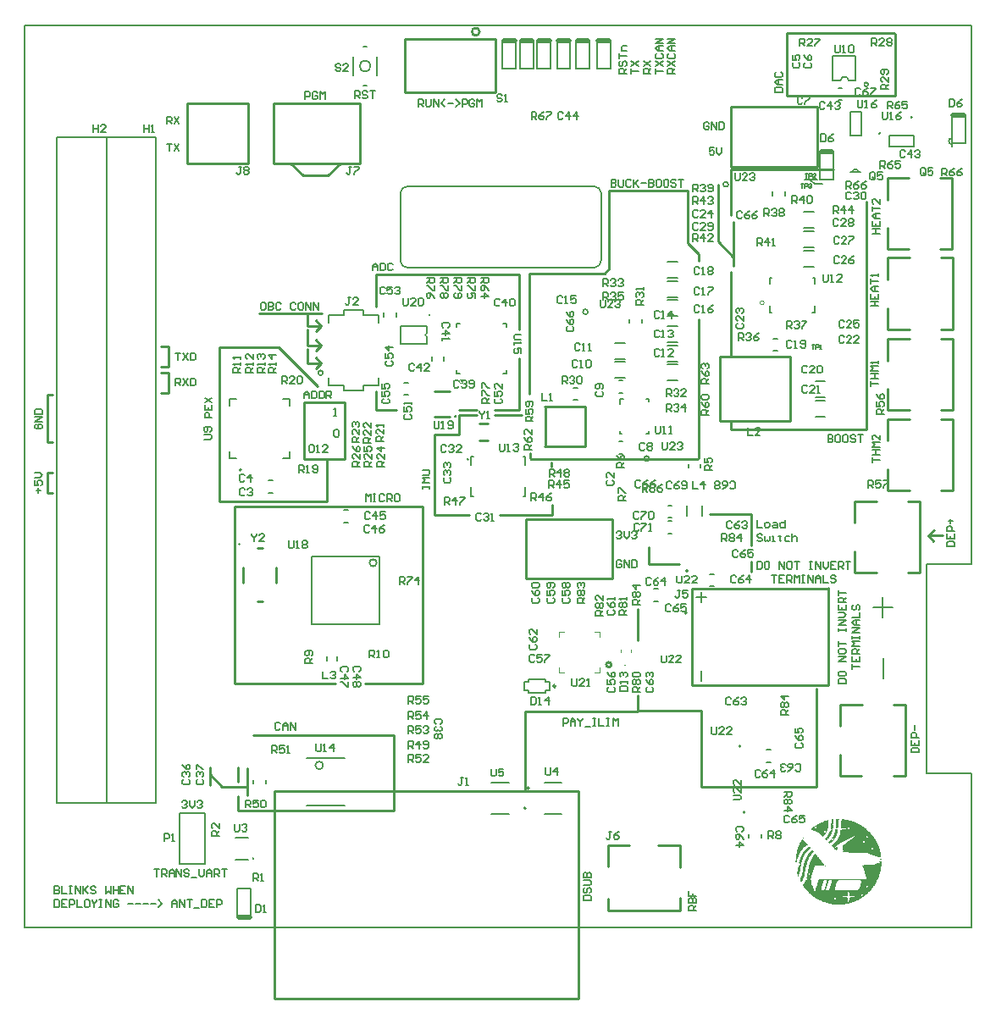
<source format=gto>
G04*
G04 #@! TF.GenerationSoftware,Altium Limited,Altium Designer,18.1.9 (240)*
G04*
G04 Layer_Color=65535*
%FSLAX44Y44*%
%MOMM*%
G71*
G01*
G75*
%ADD10C,0.2540*%
%ADD11C,0.2000*%
%ADD12C,0.0000*%
%ADD13C,0.1000*%
%ADD14C,0.1524*%
%ADD15C,0.2032*%
%ADD16C,0.1520*%
%ADD17C,0.1270*%
%ADD18C,0.1500*%
%ADD19C,0.5000*%
%ADD20C,0.1778*%
G36*
X814016Y108308D02*
X814264D01*
Y108060D01*
Y107812D01*
Y107564D01*
Y107316D01*
X814016D01*
Y107068D01*
Y106819D01*
Y106572D01*
Y106323D01*
Y106075D01*
X813768D01*
Y105827D01*
Y105579D01*
Y105331D01*
Y105083D01*
Y104835D01*
Y104587D01*
Y104339D01*
Y104091D01*
X813520D01*
Y103843D01*
Y103595D01*
Y103347D01*
Y103099D01*
Y102851D01*
Y102603D01*
Y102354D01*
Y102107D01*
Y101858D01*
Y101610D01*
Y101362D01*
Y101114D01*
Y100866D01*
Y100618D01*
Y100370D01*
Y100122D01*
Y99874D01*
X813272D01*
Y99626D01*
Y99378D01*
Y99130D01*
X812031D01*
Y98882D01*
X810791D01*
Y99130D01*
Y99378D01*
Y99626D01*
X811039D01*
Y99874D01*
Y100122D01*
Y100370D01*
Y100618D01*
Y100866D01*
Y101114D01*
Y101362D01*
Y101610D01*
Y101858D01*
Y102107D01*
Y102354D01*
Y102603D01*
Y102851D01*
Y103099D01*
Y103347D01*
Y103595D01*
Y103843D01*
X811287D01*
Y104091D01*
Y104339D01*
Y104587D01*
Y104835D01*
Y105083D01*
Y105331D01*
Y105579D01*
Y105827D01*
Y106075D01*
Y106323D01*
Y106572D01*
X811535D01*
Y106819D01*
Y107068D01*
Y107316D01*
Y107564D01*
Y107812D01*
Y108060D01*
X811783D01*
Y108308D01*
X812280D01*
Y108556D01*
X812528D01*
Y108308D01*
X812776D01*
Y108556D01*
X813024D01*
Y108308D01*
X813272D01*
Y108556D01*
X813520D01*
Y108308D01*
X813768D01*
Y108556D01*
X814016D01*
Y108308D01*
D02*
G37*
G36*
X819721Y108060D02*
X819969D01*
Y107812D01*
X820217D01*
Y108060D01*
X820465D01*
Y107812D01*
X821706D01*
Y107564D01*
X821954D01*
Y107812D01*
X822202D01*
Y107564D01*
X822450D01*
Y107316D01*
X822698D01*
Y107564D01*
X822946D01*
Y107316D01*
X824186D01*
Y107068D01*
X824434D01*
Y107316D01*
X824682D01*
Y107068D01*
X824930D01*
Y106819D01*
X825675D01*
Y106572D01*
X825923D01*
Y106819D01*
X826171D01*
Y106572D01*
X826419D01*
Y106323D01*
X826667D01*
Y106572D01*
X826915D01*
Y106323D01*
X827659D01*
Y106075D01*
X827907D01*
Y105827D01*
X828155D01*
Y106075D01*
X828403D01*
Y105827D01*
X829147D01*
Y105579D01*
X829395D01*
Y105331D01*
X830140D01*
Y105083D01*
X830388D01*
Y105331D01*
X830636D01*
Y105083D01*
X830884D01*
Y104835D01*
X831628D01*
Y104587D01*
X831876D01*
Y104339D01*
X832620D01*
Y104091D01*
X832868D01*
Y103843D01*
X833613D01*
Y103595D01*
X833860D01*
Y103347D01*
X834605D01*
Y103099D01*
X834853D01*
Y102851D01*
X835101D01*
Y102603D01*
X835349D01*
Y102354D01*
X836093D01*
Y102107D01*
X836341D01*
Y101858D01*
X837085D01*
Y101610D01*
X837333D01*
Y101362D01*
X837581D01*
Y101114D01*
X837829D01*
Y100866D01*
X838574D01*
Y100618D01*
X838822D01*
Y100370D01*
X839070D01*
Y100122D01*
X839318D01*
Y99874D01*
X839566D01*
Y99626D01*
X840062D01*
Y99378D01*
X840558D01*
Y99130D01*
X840806D01*
Y98882D01*
X841054D01*
Y98634D01*
X841302D01*
Y98386D01*
X841550D01*
Y98138D01*
X841798D01*
Y97889D01*
X842046D01*
Y97641D01*
X842294D01*
Y97393D01*
X842791D01*
Y97145D01*
Y96897D01*
X843287D01*
Y96649D01*
Y96401D01*
X843783D01*
Y96153D01*
Y95905D01*
X844279D01*
Y95657D01*
Y95409D01*
X844775D01*
Y95161D01*
Y94913D01*
X845271D01*
Y94665D01*
Y94417D01*
X845767D01*
Y94169D01*
Y93921D01*
X846015D01*
Y93673D01*
X846263D01*
Y93425D01*
X846511D01*
Y93176D01*
X846759D01*
Y92928D01*
X847008D01*
Y92680D01*
X847256D01*
Y92432D01*
X847504D01*
Y92184D01*
X847752D01*
Y91936D01*
X848000D01*
Y91688D01*
X847752D01*
Y91440D01*
X848000D01*
Y91192D01*
X848248D01*
Y90944D01*
X848496D01*
Y90696D01*
X848744D01*
Y90448D01*
X848992D01*
Y90200D01*
Y89952D01*
X849240D01*
Y89704D01*
Y89455D01*
X849488D01*
Y89207D01*
X849736D01*
Y88959D01*
X849984D01*
Y88711D01*
Y88463D01*
X850232D01*
Y88215D01*
Y87967D01*
X850480D01*
Y87719D01*
X850728D01*
Y87471D01*
X850976D01*
Y87223D01*
X850728D01*
Y86975D01*
X850976D01*
Y86727D01*
X851225D01*
Y86479D01*
X851473D01*
Y86231D01*
Y85983D01*
Y85735D01*
X851721D01*
Y85487D01*
X851969D01*
Y85239D01*
Y84991D01*
X852217D01*
Y84742D01*
Y84494D01*
X852465D01*
Y84246D01*
Y83998D01*
Y83750D01*
X852713D01*
Y83502D01*
X852961D01*
Y83254D01*
Y83006D01*
Y82758D01*
X853209D01*
Y82510D01*
X853457D01*
Y82262D01*
X853209D01*
Y82014D01*
X853457D01*
Y81766D01*
X853705D01*
Y81518D01*
Y81270D01*
Y81022D01*
X853953D01*
Y80773D01*
Y80526D01*
Y80277D01*
X854201D01*
Y80029D01*
Y79781D01*
Y79533D01*
X854449D01*
Y79285D01*
Y79037D01*
Y78789D01*
X854697D01*
Y78541D01*
X854945D01*
Y78293D01*
X854697D01*
Y78045D01*
X854945D01*
Y77797D01*
Y77549D01*
Y77301D01*
X855193D01*
Y77053D01*
Y76805D01*
Y76557D01*
X855442D01*
Y76308D01*
Y76061D01*
Y75812D01*
Y75564D01*
Y75316D01*
X855689D01*
Y75068D01*
Y74820D01*
Y74572D01*
X855938D01*
Y74324D01*
X855689D01*
Y74076D01*
X855938D01*
Y73828D01*
Y73580D01*
Y73332D01*
Y73084D01*
Y72836D01*
X856186D01*
Y72588D01*
Y72340D01*
Y72091D01*
X856434D01*
Y71844D01*
X856186D01*
Y71596D01*
X856434D01*
Y71347D01*
X856186D01*
Y71099D01*
X856434D01*
Y70851D01*
X856186D01*
Y70603D01*
X856434D01*
Y70355D01*
Y70107D01*
Y69859D01*
X855193D01*
Y70107D01*
X854449D01*
Y70355D01*
X853705D01*
Y70603D01*
X852961D01*
Y70851D01*
X852217D01*
Y71099D01*
X851473D01*
Y71347D01*
X850480D01*
Y71596D01*
X849736D01*
Y71844D01*
X848992D01*
Y72091D01*
X848248D01*
Y72340D01*
X847504D01*
Y72588D01*
X846759D01*
Y72836D01*
X846015D01*
Y73084D01*
X845271D01*
Y73332D01*
X844527D01*
Y73580D01*
X844031D01*
Y73828D01*
X843287D01*
Y74076D01*
X842542D01*
Y74324D01*
X841302D01*
Y74572D01*
X833364D01*
Y74820D01*
X824186D01*
Y75068D01*
X817737D01*
Y75316D01*
X817985D01*
Y75564D01*
X818233D01*
Y75812D01*
Y76061D01*
X818481D01*
Y76308D01*
Y76557D01*
Y76805D01*
Y77053D01*
Y77301D01*
X818233D01*
Y77549D01*
Y77797D01*
Y78045D01*
Y78293D01*
Y78541D01*
Y78789D01*
Y79037D01*
X817985D01*
Y79285D01*
Y79533D01*
Y79781D01*
Y80029D01*
Y80277D01*
X817737D01*
Y80526D01*
Y80773D01*
Y81022D01*
Y81270D01*
X817985D01*
Y81518D01*
Y81766D01*
X818233D01*
Y82014D01*
X818729D01*
Y82262D01*
X818977D01*
Y82510D01*
X819225D01*
Y82758D01*
X819473D01*
Y83006D01*
X819969D01*
Y83254D01*
X820217D01*
Y83502D01*
X820465D01*
Y83750D01*
X820962D01*
Y83998D01*
X821210D01*
Y84246D01*
X821458D01*
Y84494D01*
X821954D01*
Y84742D01*
X822202D01*
Y84991D01*
X822450D01*
Y85239D01*
X822946D01*
Y85487D01*
X823194D01*
Y85735D01*
X823442D01*
Y85983D01*
X823938D01*
Y86231D01*
X824186D01*
Y86479D01*
X824434D01*
Y86727D01*
X824930D01*
Y86975D01*
X825179D01*
Y87223D01*
X825426D01*
Y87471D01*
X825923D01*
Y87719D01*
X826171D01*
Y87967D01*
X826419D01*
Y88215D01*
X826915D01*
Y88463D01*
X827163D01*
Y88711D01*
X827411D01*
Y88959D01*
X827907D01*
Y89207D01*
X828155D01*
Y89455D01*
X828403D01*
Y89704D01*
X828899D01*
Y89952D01*
X829147D01*
Y90200D01*
X829395D01*
Y90448D01*
X829643D01*
Y90696D01*
X829892D01*
Y90944D01*
Y91192D01*
X830140D01*
Y91440D01*
X830388D01*
Y91688D01*
X829643D01*
Y91440D01*
X829147D01*
Y91192D01*
X828651D01*
Y90944D01*
X828155D01*
Y90696D01*
X827907D01*
Y90448D01*
X827411D01*
Y90200D01*
X826915D01*
Y89952D01*
X826419D01*
Y89704D01*
X825923D01*
Y89455D01*
X825426D01*
Y89207D01*
X824930D01*
Y88959D01*
X824434D01*
Y88711D01*
X824186D01*
Y88463D01*
X823690D01*
Y88215D01*
X823194D01*
Y87967D01*
X822698D01*
Y87719D01*
X822202D01*
Y87471D01*
X821706D01*
Y87223D01*
X821210D01*
Y86975D01*
X820714D01*
Y86727D01*
X820465D01*
Y86479D01*
X819969D01*
Y86231D01*
X819473D01*
Y85983D01*
X818977D01*
Y85735D01*
X818481D01*
Y85487D01*
X817985D01*
Y85239D01*
X817489D01*
Y84991D01*
X816993D01*
Y84742D01*
X816745D01*
Y84494D01*
X816248D01*
Y84246D01*
X815752D01*
Y83998D01*
X815256D01*
Y83750D01*
X814760D01*
Y83502D01*
X814264D01*
Y83254D01*
X813768D01*
Y83006D01*
X813520D01*
Y82758D01*
X813272D01*
Y82510D01*
X813024D01*
Y82262D01*
X812776D01*
Y82014D01*
X812528D01*
Y81766D01*
X812280D01*
Y81518D01*
X812031D01*
Y81270D01*
X811535D01*
Y81022D01*
X811287D01*
Y80773D01*
X811039D01*
Y80526D01*
X810791D01*
Y80277D01*
X810295D01*
Y80029D01*
Y79781D01*
X810791D01*
Y80029D01*
X811287D01*
Y80277D01*
X811535D01*
Y80526D01*
X812031D01*
Y80773D01*
X812528D01*
Y81022D01*
X812776D01*
Y81270D01*
X813272D01*
Y81022D01*
Y80773D01*
Y80526D01*
Y80277D01*
Y80029D01*
Y79781D01*
Y79533D01*
Y79285D01*
Y79037D01*
Y78789D01*
Y78541D01*
X813024D01*
Y78293D01*
Y78045D01*
Y77797D01*
X812528D01*
Y77549D01*
X812031D01*
Y77301D01*
X811287D01*
Y77549D01*
X810543D01*
Y77797D01*
X810295D01*
Y78045D01*
X810047D01*
Y78293D01*
X809799D01*
Y78541D01*
X809551D01*
Y78789D01*
X809303D01*
Y79037D01*
Y79285D01*
X809055D01*
Y79533D01*
X808807D01*
Y79781D01*
X808559D01*
Y80029D01*
X808311D01*
Y80277D01*
X808063D01*
Y80526D01*
X807814D01*
Y80773D01*
X807567D01*
Y81022D01*
X807318D01*
Y81270D01*
X807070D01*
Y81518D01*
X806822D01*
Y81766D01*
X807070D01*
Y82014D01*
X807318D01*
Y82262D01*
X807567D01*
Y82510D01*
X808063D01*
Y82758D01*
X808311D01*
Y83006D01*
X808559D01*
Y83254D01*
X808807D01*
Y83502D01*
X809055D01*
Y83750D01*
X809303D01*
Y83998D01*
X809551D01*
Y84246D01*
X809799D01*
Y84494D01*
X810047D01*
Y84742D01*
X810295D01*
Y84991D01*
X810543D01*
Y85239D01*
X810791D01*
Y85487D01*
X811039D01*
Y85735D01*
X811287D01*
Y85983D01*
X811535D01*
Y86231D01*
Y86479D01*
X811783D01*
Y86727D01*
X812031D01*
Y86975D01*
X812280D01*
Y87223D01*
Y87471D01*
X812528D01*
Y87719D01*
X812776D01*
Y87967D01*
Y88215D01*
X813024D01*
Y88463D01*
Y88711D01*
X813272D01*
Y88959D01*
Y89207D01*
X813520D01*
Y89455D01*
Y89704D01*
X813768D01*
Y89952D01*
X814016D01*
Y90200D01*
Y90448D01*
Y90696D01*
X814264D01*
Y90944D01*
Y91192D01*
X814512D01*
Y91440D01*
Y91688D01*
Y91936D01*
X814760D01*
Y92184D01*
Y92432D01*
Y92680D01*
X815008D01*
Y92432D01*
X815256D01*
Y92680D01*
Y92928D01*
Y93176D01*
Y93425D01*
Y93673D01*
Y93921D01*
Y94169D01*
X815504D01*
Y94417D01*
Y94665D01*
Y94913D01*
Y95161D01*
Y95409D01*
Y95657D01*
X815752D01*
Y95905D01*
Y96153D01*
Y96401D01*
Y96649D01*
Y96897D01*
Y97145D01*
Y97393D01*
Y97641D01*
X817489D01*
Y97889D01*
X819225D01*
Y98138D01*
X820962D01*
Y98386D01*
Y98634D01*
X819721D01*
Y98882D01*
X817985D01*
Y99130D01*
X816248D01*
Y99378D01*
X816000D01*
Y99626D01*
Y99874D01*
Y100122D01*
Y100370D01*
Y100618D01*
Y100866D01*
Y101114D01*
Y101362D01*
Y101610D01*
Y101858D01*
X816248D01*
Y102107D01*
Y102354D01*
Y102603D01*
Y102851D01*
Y103099D01*
Y103347D01*
Y103595D01*
Y103843D01*
Y104091D01*
Y104339D01*
Y104587D01*
X816497D01*
Y104835D01*
Y105083D01*
Y105331D01*
Y105579D01*
Y105827D01*
Y106075D01*
Y106323D01*
X816745D01*
Y106572D01*
Y106819D01*
Y107068D01*
Y107316D01*
X816993D01*
Y107564D01*
Y107812D01*
Y108060D01*
Y108308D01*
X818233D01*
Y108060D01*
X818481D01*
Y108308D01*
X818729D01*
Y108060D01*
X818977D01*
Y108308D01*
X819225D01*
Y108060D01*
X819473D01*
Y108308D01*
X819721D01*
Y108060D01*
D02*
G37*
G36*
X808807D02*
Y107812D01*
Y107564D01*
Y107316D01*
Y107068D01*
Y106819D01*
Y106572D01*
Y106323D01*
X808559D01*
Y106075D01*
Y105827D01*
Y105579D01*
Y105331D01*
Y105083D01*
Y104835D01*
Y104587D01*
Y104339D01*
Y104091D01*
Y103843D01*
Y103595D01*
X808063D01*
Y103347D01*
X807814D01*
Y103099D01*
Y102851D01*
Y102603D01*
Y102354D01*
X808063D01*
Y102107D01*
X808559D01*
Y101858D01*
X808311D01*
Y101610D01*
Y101362D01*
Y101114D01*
Y100866D01*
Y100618D01*
Y100370D01*
Y100122D01*
Y99874D01*
Y99626D01*
Y99378D01*
X808063D01*
Y99130D01*
Y98882D01*
Y98634D01*
Y98386D01*
Y98138D01*
Y97889D01*
Y97641D01*
X807814D01*
Y97393D01*
Y97145D01*
Y96897D01*
Y96649D01*
X807567D01*
Y96401D01*
Y96153D01*
Y95905D01*
Y95657D01*
X807318D01*
Y95409D01*
Y95161D01*
Y94913D01*
X807070D01*
Y94665D01*
Y94417D01*
X806822D01*
Y94169D01*
Y93921D01*
Y93673D01*
X806574D01*
Y93425D01*
Y93176D01*
X806326D01*
Y92928D01*
Y92680D01*
X806078D01*
Y92432D01*
Y92184D01*
X805830D01*
Y91936D01*
Y91688D01*
X805582D01*
Y91440D01*
X805334D01*
Y91192D01*
Y90944D01*
X805086D01*
Y90696D01*
X804838D01*
Y90448D01*
Y90200D01*
X804590D01*
Y89952D01*
X804342D01*
Y89704D01*
X804094D01*
Y89455D01*
Y89207D01*
X803846D01*
Y88959D01*
X803598D01*
Y88711D01*
X803350D01*
Y88463D01*
X803101D01*
Y88215D01*
X802853D01*
Y87967D01*
X802605D01*
Y87719D01*
X802357D01*
Y87471D01*
X802109D01*
Y87223D01*
X801613D01*
Y86975D01*
X801365D01*
Y87223D01*
X801117D01*
Y87471D01*
X800869D01*
Y87719D01*
X800621D01*
Y87967D01*
X800373D01*
Y88215D01*
X800125D01*
Y88463D01*
Y88711D01*
X800373D01*
Y88959D01*
X800621D01*
Y89207D01*
X800869D01*
Y89455D01*
X801117D01*
Y89704D01*
X801365D01*
Y89952D01*
X801613D01*
Y90200D01*
X801861D01*
Y90448D01*
Y90696D01*
X802109D01*
Y90944D01*
X802357D01*
Y91192D01*
X802605D01*
Y91440D01*
Y91688D01*
X802853D01*
Y91936D01*
X803101D01*
Y92184D01*
Y92432D01*
X803350D01*
Y92680D01*
X803598D01*
Y92928D01*
Y93176D01*
X803846D01*
Y93425D01*
Y93673D01*
X804094D01*
Y93921D01*
Y94169D01*
X804342D01*
Y94417D01*
Y94665D01*
X804590D01*
Y94913D01*
Y95161D01*
Y95409D01*
X804838D01*
Y95657D01*
Y95905D01*
X805086D01*
Y96153D01*
Y96401D01*
Y96649D01*
X805334D01*
Y96897D01*
Y97145D01*
X805582D01*
Y96897D01*
X806326D01*
Y97145D01*
X806822D01*
Y97393D01*
Y97641D01*
Y97889D01*
Y98138D01*
Y98386D01*
X806326D01*
Y98634D01*
X805830D01*
Y98882D01*
Y99130D01*
Y99378D01*
Y99626D01*
X806078D01*
Y99874D01*
Y100122D01*
Y100370D01*
Y100618D01*
Y100866D01*
Y101114D01*
X806326D01*
Y101362D01*
Y101610D01*
Y101858D01*
Y102107D01*
Y102354D01*
Y102603D01*
Y102851D01*
Y103099D01*
Y103347D01*
Y103595D01*
Y103843D01*
X806574D01*
Y104091D01*
Y104339D01*
Y104587D01*
Y104835D01*
Y105083D01*
Y105331D01*
Y105579D01*
Y105827D01*
Y106075D01*
Y106323D01*
Y106572D01*
Y106819D01*
Y107068D01*
Y107316D01*
Y107564D01*
X806822D01*
Y107812D01*
Y108060D01*
X807070D01*
Y107812D01*
X807318D01*
Y108060D01*
X808559D01*
Y108308D01*
X808807D01*
Y108060D01*
D02*
G37*
G36*
X803846Y107068D02*
Y106819D01*
Y106572D01*
Y106323D01*
Y106075D01*
Y105827D01*
Y105579D01*
Y105331D01*
Y105083D01*
Y104835D01*
Y104587D01*
Y104339D01*
Y104091D01*
Y103843D01*
Y103595D01*
Y103347D01*
Y103099D01*
Y102851D01*
X803598D01*
Y102603D01*
Y102354D01*
Y102107D01*
Y101858D01*
Y101610D01*
Y101362D01*
Y101114D01*
Y100866D01*
X803350D01*
Y100618D01*
Y100370D01*
Y100122D01*
Y99874D01*
Y99626D01*
Y99378D01*
X803101D01*
Y99130D01*
Y98882D01*
Y98634D01*
Y98386D01*
X802853D01*
Y98138D01*
Y97889D01*
Y97641D01*
X802605D01*
Y97393D01*
Y97145D01*
Y96897D01*
X802357D01*
Y96649D01*
Y96401D01*
X802109D01*
Y96153D01*
Y95905D01*
Y95657D01*
X801861D01*
Y95409D01*
Y95161D01*
X801613D01*
Y94913D01*
Y94665D01*
X801365D01*
Y94417D01*
Y94169D01*
X801117D01*
Y93921D01*
Y93673D01*
X800869D01*
Y93425D01*
X800621D01*
Y93176D01*
Y92928D01*
X800373D01*
Y92680D01*
X800125D01*
Y92432D01*
X799877D01*
Y92184D01*
Y91936D01*
X799629D01*
Y91688D01*
X799381D01*
Y91440D01*
X799133D01*
Y91192D01*
X798885D01*
Y90944D01*
X798636D01*
Y90696D01*
X798388D01*
Y90448D01*
X797892D01*
Y90696D01*
X797644D01*
Y90944D01*
X797396D01*
Y91192D01*
X797148D01*
Y91440D01*
X796900D01*
Y91688D01*
X796652D01*
Y91936D01*
X796404D01*
Y92184D01*
X796156D01*
Y92432D01*
X795908D01*
Y92680D01*
X795660D01*
Y92928D01*
X795412D01*
Y93176D01*
X795164D01*
Y93425D01*
X794916D01*
Y93673D01*
X794668D01*
Y93921D01*
X794419D01*
Y94169D01*
X793923D01*
Y94417D01*
X793675D01*
Y94665D01*
X793179D01*
Y94913D01*
X792683D01*
Y95161D01*
X792187D01*
Y95409D01*
X791443D01*
Y95657D01*
X790947D01*
Y95905D01*
X790451D01*
Y96153D01*
X789954D01*
Y96401D01*
X789458D01*
Y96649D01*
X788714D01*
Y96897D01*
X788218D01*
Y97145D01*
X787722D01*
Y97393D01*
X786978D01*
Y97641D01*
X786482D01*
Y97889D01*
X785985D01*
Y98138D01*
X786234D01*
Y98386D01*
X786482D01*
Y98634D01*
X786730D01*
Y98882D01*
X786978D01*
Y99130D01*
X787226D01*
Y99378D01*
X787474D01*
Y99626D01*
X787722D01*
Y99874D01*
X788466D01*
Y100122D01*
X788714D01*
Y100370D01*
X788962D01*
Y100618D01*
X789210D01*
Y100866D01*
X789706D01*
Y101114D01*
X789954D01*
Y101362D01*
X790451D01*
Y101610D01*
X790699D01*
Y101858D01*
X791443D01*
Y102107D01*
X791691D01*
Y102354D01*
X791939D01*
Y102603D01*
X792187D01*
Y102851D01*
X792931D01*
Y103099D01*
X793179D01*
Y103347D01*
X793923D01*
Y103595D01*
X794171D01*
Y103843D01*
X794916D01*
Y104091D01*
X795164D01*
Y104339D01*
X795908D01*
Y104587D01*
X796156D01*
Y104835D01*
X796900D01*
Y105083D01*
X797148D01*
Y105331D01*
X797396D01*
Y105083D01*
X797644D01*
Y105331D01*
X798388D01*
Y105579D01*
X798636D01*
Y105827D01*
X799381D01*
Y106075D01*
X799629D01*
Y106323D01*
X799877D01*
Y106075D01*
X800125D01*
Y106323D01*
X800869D01*
Y106572D01*
X801613D01*
Y106819D01*
X802853D01*
Y107068D01*
X803101D01*
Y107316D01*
X803350D01*
Y107068D01*
X803598D01*
Y107316D01*
X803846D01*
Y107068D01*
D02*
G37*
G36*
X778544Y89704D02*
X778792D01*
Y89455D01*
Y89207D01*
X779040D01*
Y88959D01*
X779288D01*
Y88711D01*
Y88463D01*
X779040D01*
Y88711D01*
X778296D01*
Y88959D01*
X778048D01*
Y89207D01*
X778296D01*
Y89455D01*
Y89704D01*
Y89952D01*
X778544D01*
Y89704D01*
D02*
G37*
G36*
X812528Y97641D02*
X813272D01*
Y97393D01*
Y97145D01*
X813024D01*
Y96897D01*
Y96649D01*
Y96401D01*
Y96153D01*
Y95905D01*
Y95657D01*
X812776D01*
Y95409D01*
Y95161D01*
Y94913D01*
Y94665D01*
Y94417D01*
X812528D01*
Y94169D01*
Y93921D01*
Y93673D01*
X812280D01*
Y93425D01*
Y93176D01*
Y92928D01*
X812031D01*
Y92680D01*
Y92432D01*
Y92184D01*
X811783D01*
Y91936D01*
Y91688D01*
X811535D01*
Y91440D01*
Y91192D01*
Y90944D01*
X811287D01*
Y90696D01*
Y90448D01*
X811039D01*
Y90200D01*
Y89952D01*
X810791D01*
Y89704D01*
X810543D01*
Y89455D01*
Y89207D01*
X810295D01*
Y88959D01*
Y88711D01*
X810047D01*
Y88463D01*
X809799D01*
Y88215D01*
X809551D01*
Y87967D01*
Y87719D01*
X809303D01*
Y87471D01*
X809055D01*
Y87223D01*
X808807D01*
Y86975D01*
X808559D01*
Y86727D01*
X808311D01*
Y86479D01*
X808063D01*
Y86231D01*
Y85983D01*
X807567D01*
Y85735D01*
X807318D01*
Y85487D01*
X807070D01*
Y85239D01*
X806822D01*
Y84991D01*
X806574D01*
Y84742D01*
X806326D01*
Y84494D01*
X805830D01*
Y84246D01*
X805582D01*
Y83998D01*
X805086D01*
Y83750D01*
X804590D01*
Y83998D01*
X804342D01*
Y84246D01*
X804094D01*
Y84494D01*
X803846D01*
Y84742D01*
X803598D01*
Y84991D01*
X803350D01*
Y85239D01*
X803598D01*
Y85487D01*
X804094D01*
Y85735D01*
X804342D01*
Y85983D01*
X804590D01*
Y86231D01*
X804838D01*
Y86479D01*
X805086D01*
Y86727D01*
X805334D01*
Y86975D01*
X805582D01*
Y87223D01*
X805830D01*
Y87471D01*
Y87719D01*
X806078D01*
Y87967D01*
X806326D01*
Y88215D01*
X806574D01*
Y88463D01*
X806822D01*
Y88711D01*
Y88959D01*
X807070D01*
Y89207D01*
X807318D01*
Y89455D01*
X807567D01*
Y89704D01*
Y89952D01*
X807814D01*
Y90200D01*
Y90448D01*
X808063D01*
Y90696D01*
X808311D01*
Y90944D01*
Y91192D01*
X808559D01*
Y91440D01*
Y91688D01*
X808807D01*
Y91936D01*
Y92184D01*
X809055D01*
Y92432D01*
Y92680D01*
X809303D01*
Y92928D01*
Y93176D01*
Y93425D01*
X809551D01*
Y93673D01*
Y93921D01*
Y94169D01*
X809799D01*
Y94417D01*
Y94665D01*
Y94913D01*
X810047D01*
Y95161D01*
Y95409D01*
Y95657D01*
X810295D01*
Y95905D01*
Y96153D01*
Y96401D01*
Y96649D01*
X810543D01*
Y96897D01*
Y97145D01*
Y97393D01*
Y97641D01*
Y97889D01*
X812528D01*
Y97641D01*
D02*
G37*
G36*
X856682Y68371D02*
Y68123D01*
Y67875D01*
Y67627D01*
Y67378D01*
X856186D01*
Y67627D01*
X855442D01*
Y67875D01*
X854449D01*
Y68123D01*
X855193D01*
Y68371D01*
X856434D01*
Y68619D01*
X856682D01*
Y68371D01*
D02*
G37*
G36*
X777800Y87719D02*
X778048D01*
Y87471D01*
X778296D01*
Y87223D01*
X778544D01*
Y86975D01*
X778792D01*
Y86727D01*
X779040D01*
Y86479D01*
X779288D01*
Y86231D01*
X779536D01*
Y85983D01*
X779784D01*
Y85735D01*
X780032D01*
Y85487D01*
X780280D01*
Y85239D01*
X780528D01*
Y84991D01*
X780776D01*
Y84742D01*
X781024D01*
Y84494D01*
X781272D01*
Y84246D01*
X781520D01*
Y83998D01*
X781768D01*
Y83750D01*
X782017D01*
Y83502D01*
X782265D01*
Y83254D01*
X782513D01*
Y83006D01*
X782761D01*
Y82758D01*
X783009D01*
Y82510D01*
X782513D01*
Y82262D01*
X782265D01*
Y82014D01*
X781768D01*
Y81766D01*
X781520D01*
Y81518D01*
X781024D01*
Y81270D01*
X780776D01*
Y81022D01*
X780528D01*
Y80773D01*
X780280D01*
Y80526D01*
X779784D01*
Y80277D01*
X779536D01*
Y80029D01*
X779288D01*
Y79781D01*
X779040D01*
Y79533D01*
X778792D01*
Y79285D01*
X778544D01*
Y79037D01*
X778296D01*
Y78789D01*
X778048D01*
Y78541D01*
X777800D01*
Y78293D01*
Y78045D01*
X777552D01*
Y77797D01*
X777303D01*
Y77549D01*
X777056D01*
Y77301D01*
Y77053D01*
X776807D01*
Y76805D01*
X776559D01*
Y76557D01*
X776311D01*
Y76308D01*
Y76061D01*
X776063D01*
Y75812D01*
X775815D01*
Y75564D01*
Y75316D01*
X775567D01*
Y75068D01*
Y74820D01*
X775319D01*
Y74572D01*
Y74324D01*
X775071D01*
Y74076D01*
X774823D01*
Y73828D01*
Y73580D01*
X774575D01*
Y73332D01*
Y73084D01*
X774327D01*
Y72836D01*
Y72588D01*
X774079D01*
Y72340D01*
Y72091D01*
Y71844D01*
X773831D01*
Y71596D01*
Y71347D01*
X773583D01*
Y71099D01*
Y70851D01*
Y70603D01*
X773335D01*
Y70355D01*
Y70107D01*
X773087D01*
Y69859D01*
Y69611D01*
Y69363D01*
X772839D01*
Y69115D01*
Y68867D01*
Y68619D01*
X772590D01*
Y68371D01*
Y68123D01*
Y67875D01*
X772342D01*
Y67627D01*
Y67378D01*
Y67130D01*
Y66882D01*
X772094D01*
Y66634D01*
Y66386D01*
Y66138D01*
Y65890D01*
X771846D01*
Y65642D01*
Y65394D01*
Y65146D01*
Y64898D01*
X771598D01*
Y64650D01*
Y64402D01*
Y64154D01*
Y63906D01*
X771350D01*
Y63658D01*
Y63410D01*
Y63162D01*
Y62913D01*
Y62665D01*
X771102D01*
Y62913D01*
Y63162D01*
Y63410D01*
X770854D01*
Y63658D01*
X771102D01*
Y63906D01*
X770854D01*
Y64154D01*
X771102D01*
Y64402D01*
X770854D01*
Y64650D01*
X771102D01*
Y64898D01*
X770854D01*
Y65146D01*
X771102D01*
Y65394D01*
X770854D01*
Y65642D01*
X771102D01*
Y65890D01*
X770854D01*
Y66138D01*
X771102D01*
Y66386D01*
X770854D01*
Y66634D01*
X771102D01*
Y66882D01*
X770854D01*
Y67130D01*
X771102D01*
Y67378D01*
X770854D01*
Y67627D01*
X771102D01*
Y67875D01*
Y68123D01*
Y68371D01*
X770854D01*
Y68619D01*
X771102D01*
Y68867D01*
Y69115D01*
Y69363D01*
Y69611D01*
Y69859D01*
X771350D01*
Y70107D01*
X771102D01*
Y70355D01*
X771350D01*
Y70603D01*
Y70851D01*
Y71099D01*
X771598D01*
Y71347D01*
X771350D01*
Y71596D01*
X771598D01*
Y71844D01*
X771350D01*
Y72091D01*
X771598D01*
Y72340D01*
X771350D01*
Y72588D01*
X771598D01*
Y72836D01*
Y73084D01*
Y73332D01*
X771846D01*
Y73580D01*
Y73828D01*
Y74076D01*
Y74324D01*
Y74572D01*
X772094D01*
Y74820D01*
X771846D01*
Y75068D01*
X772094D01*
Y75316D01*
Y75564D01*
Y75812D01*
X772342D01*
Y76061D01*
Y76308D01*
Y76557D01*
X772590D01*
Y76805D01*
X772342D01*
Y77053D01*
X772590D01*
Y77301D01*
Y77549D01*
Y77797D01*
X772839D01*
Y78045D01*
Y78293D01*
Y78541D01*
X773087D01*
Y78789D01*
Y79037D01*
Y79285D01*
X773335D01*
Y79533D01*
Y79781D01*
Y80029D01*
X773583D01*
Y80277D01*
Y80526D01*
Y80773D01*
X773831D01*
Y81022D01*
X774079D01*
Y81270D01*
X773831D01*
Y81518D01*
X774079D01*
Y81766D01*
X774327D01*
Y82014D01*
Y82262D01*
Y82510D01*
X774575D01*
Y82758D01*
Y83006D01*
X774823D01*
Y83254D01*
Y83502D01*
X775071D01*
Y83750D01*
Y83998D01*
Y84246D01*
X775319D01*
Y84494D01*
X775567D01*
Y84742D01*
Y84991D01*
Y85239D01*
X775815D01*
Y85487D01*
X776063D01*
Y85735D01*
Y85983D01*
Y86231D01*
X776311D01*
Y86479D01*
X776559D01*
Y86727D01*
Y86975D01*
X776807D01*
Y87223D01*
Y87471D01*
X777056D01*
Y87719D01*
X777303D01*
Y87967D01*
X777800D01*
Y87719D01*
D02*
G37*
G36*
X785241Y80277D02*
X785489D01*
Y80029D01*
X785738D01*
Y79781D01*
X785985D01*
Y79533D01*
Y79285D01*
X785738D01*
Y79037D01*
X785241D01*
Y78789D01*
X784993D01*
Y78541D01*
X784745D01*
Y78293D01*
X784497D01*
Y78045D01*
X784249D01*
Y77797D01*
X784001D01*
Y77549D01*
X783753D01*
Y77301D01*
X783505D01*
Y77053D01*
X783257D01*
Y76805D01*
X783009D01*
Y76557D01*
X782761D01*
Y76308D01*
X782513D01*
Y76061D01*
X782265D01*
Y75812D01*
X782017D01*
Y75564D01*
Y75316D01*
X781768D01*
Y75068D01*
X781520D01*
Y74820D01*
X781272D01*
Y74572D01*
Y74324D01*
X781024D01*
Y74076D01*
X780776D01*
Y73828D01*
Y73580D01*
X780528D01*
Y73332D01*
X780280D01*
Y73084D01*
Y72836D01*
X780032D01*
Y72588D01*
Y72340D01*
X779784D01*
Y72091D01*
X779536D01*
Y71844D01*
Y71596D01*
X779288D01*
Y71347D01*
Y71099D01*
X779040D01*
Y70851D01*
Y70603D01*
Y70355D01*
X778792D01*
Y70107D01*
Y69859D01*
X778544D01*
Y69611D01*
Y69363D01*
X778296D01*
Y69115D01*
Y68867D01*
Y68619D01*
X778048D01*
Y68371D01*
Y68123D01*
X777800D01*
Y67875D01*
Y67627D01*
Y67378D01*
X777552D01*
Y67130D01*
Y66882D01*
Y66634D01*
X777303D01*
Y66386D01*
Y66138D01*
Y65890D01*
X777056D01*
Y65642D01*
Y65394D01*
Y65146D01*
Y64898D01*
X776807D01*
Y64650D01*
Y64402D01*
Y64154D01*
X776559D01*
Y63906D01*
Y63658D01*
Y63410D01*
Y63162D01*
X776311D01*
Y62913D01*
Y62665D01*
Y62417D01*
Y62169D01*
Y61921D01*
X776063D01*
Y61673D01*
Y61425D01*
Y61177D01*
Y60929D01*
Y60681D01*
X775815D01*
Y60433D01*
Y60185D01*
Y59937D01*
Y59689D01*
Y59441D01*
X775567D01*
Y59193D01*
Y58945D01*
Y58696D01*
Y58448D01*
Y58200D01*
Y57952D01*
X775319D01*
Y57704D01*
Y57456D01*
Y57208D01*
Y56960D01*
Y56712D01*
Y56464D01*
Y56216D01*
X775071D01*
Y55968D01*
Y55720D01*
Y55472D01*
Y55224D01*
Y54976D01*
X774823D01*
Y54728D01*
Y54479D01*
Y54231D01*
Y53983D01*
X774575D01*
Y53735D01*
Y53487D01*
Y53239D01*
Y52991D01*
X774327D01*
Y52743D01*
Y52495D01*
Y52247D01*
X774079D01*
Y51999D01*
Y51751D01*
Y51503D01*
X773831D01*
Y51255D01*
Y51007D01*
X773335D01*
Y51255D01*
X773583D01*
Y51503D01*
X773335D01*
Y51751D01*
Y51999D01*
Y52247D01*
X773087D01*
Y52495D01*
X772839D01*
Y52743D01*
X773087D01*
Y52991D01*
X772839D01*
Y53239D01*
Y53487D01*
Y53735D01*
X772590D01*
Y53983D01*
X772342D01*
Y54231D01*
X772590D01*
Y54479D01*
X772342D01*
Y54728D01*
Y54976D01*
X772590D01*
Y55224D01*
Y55472D01*
Y55720D01*
X772839D01*
Y55968D01*
Y56216D01*
Y56464D01*
Y56712D01*
X773087D01*
Y56960D01*
Y57208D01*
Y57456D01*
Y57704D01*
Y57952D01*
Y58200D01*
X773335D01*
Y58448D01*
Y58696D01*
Y58945D01*
Y59193D01*
Y59441D01*
Y59689D01*
X773583D01*
Y59937D01*
Y60185D01*
Y60433D01*
Y60681D01*
Y60929D01*
Y61177D01*
Y61425D01*
X773831D01*
Y61673D01*
Y61921D01*
Y62169D01*
Y62417D01*
X774079D01*
Y62169D01*
X774823D01*
Y62417D01*
X775071D01*
Y62665D01*
X775319D01*
Y62913D01*
Y63162D01*
Y63410D01*
X775071D01*
Y63658D01*
X774823D01*
Y63906D01*
X774327D01*
Y64154D01*
Y64402D01*
Y64650D01*
Y64898D01*
X774575D01*
Y65146D01*
Y65394D01*
Y65642D01*
Y65890D01*
X774823D01*
Y66138D01*
Y66386D01*
Y66634D01*
X775071D01*
Y66882D01*
Y67130D01*
Y67378D01*
Y67627D01*
X775319D01*
Y67875D01*
Y68123D01*
Y68371D01*
X775567D01*
Y68619D01*
Y68867D01*
Y69115D01*
X775815D01*
Y69363D01*
Y69611D01*
Y69859D01*
X776063D01*
Y70107D01*
Y70355D01*
X776311D01*
Y70603D01*
Y70851D01*
X776559D01*
Y71099D01*
Y71347D01*
Y71596D01*
X776807D01*
Y71844D01*
Y72091D01*
X777056D01*
Y72340D01*
Y72588D01*
X777303D01*
Y72836D01*
Y73084D01*
X777552D01*
Y73332D01*
Y73580D01*
X777800D01*
Y73828D01*
X778048D01*
Y74076D01*
Y74324D01*
X778296D01*
Y74572D01*
X778544D01*
Y74820D01*
Y75068D01*
X778792D01*
Y75316D01*
X779040D01*
Y75564D01*
Y75812D01*
X779288D01*
Y76061D01*
X779536D01*
Y76308D01*
X779784D01*
Y76557D01*
Y76805D01*
X780032D01*
Y77053D01*
X780280D01*
Y77301D01*
X780528D01*
Y77549D01*
X780776D01*
Y77797D01*
X781024D01*
Y78045D01*
X781272D01*
Y78293D01*
X781520D01*
Y78541D01*
X782017D01*
Y78789D01*
X782265D01*
Y79037D01*
X782513D01*
Y79285D01*
X782761D01*
Y79533D01*
X783257D01*
Y79781D01*
X783505D01*
Y80029D01*
X784001D01*
Y80277D01*
X784497D01*
Y80526D01*
X785241D01*
Y80277D01*
D02*
G37*
G36*
X790947Y73332D02*
Y73084D01*
X791195D01*
Y72836D01*
X791443D01*
Y72588D01*
X791691D01*
Y72340D01*
X791939D01*
Y72091D01*
Y71844D01*
X792187D01*
Y71596D01*
X792435D01*
Y71347D01*
X792683D01*
Y71099D01*
X792931D01*
Y70851D01*
Y70603D01*
X793179D01*
Y70355D01*
X793427D01*
Y70107D01*
X793675D01*
Y69859D01*
X793923D01*
Y69611D01*
Y69363D01*
X794171D01*
Y69115D01*
X794419D01*
Y68867D01*
X794668D01*
Y68619D01*
X794916D01*
Y68371D01*
Y68123D01*
X795164D01*
Y67875D01*
X795412D01*
Y67627D01*
X795660D01*
Y67378D01*
Y67130D01*
X795908D01*
Y66882D01*
X796156D01*
Y66634D01*
X796404D01*
Y66386D01*
X796652D01*
Y66138D01*
Y65890D01*
X796900D01*
Y65642D01*
X797148D01*
Y65394D01*
X797396D01*
Y65146D01*
X797644D01*
Y64898D01*
Y64650D01*
X797892D01*
Y64402D01*
X798140D01*
Y64154D01*
X798388D01*
Y63906D01*
X798636D01*
Y63658D01*
Y63410D01*
X798885D01*
Y63162D01*
X799133D01*
Y62913D01*
X799381D01*
Y62665D01*
X799629D01*
Y62417D01*
Y62169D01*
X799877D01*
Y61921D01*
X800125D01*
Y61673D01*
X800373D01*
Y61425D01*
X800621D01*
Y61177D01*
X800373D01*
Y61425D01*
X789954D01*
Y61177D01*
X789706D01*
Y60929D01*
Y60681D01*
Y60433D01*
X789458D01*
Y60185D01*
Y59937D01*
Y59689D01*
Y59441D01*
X789210D01*
Y59193D01*
Y58945D01*
Y58696D01*
X788962D01*
Y58448D01*
Y58200D01*
Y57952D01*
X788714D01*
Y57704D01*
Y57456D01*
Y57208D01*
X788466D01*
Y56960D01*
Y56712D01*
Y56464D01*
Y56216D01*
X788218D01*
Y55968D01*
Y55720D01*
Y55472D01*
X787970D01*
Y55224D01*
Y54976D01*
Y54728D01*
X787722D01*
Y54479D01*
Y54231D01*
Y53983D01*
X787474D01*
Y53735D01*
Y53487D01*
Y53239D01*
Y52991D01*
X787226D01*
Y52743D01*
Y52495D01*
Y52247D01*
X786978D01*
Y51999D01*
Y51751D01*
Y51503D01*
X786730D01*
Y51255D01*
Y51007D01*
Y50759D01*
X786482D01*
Y50511D01*
Y50262D01*
Y50015D01*
Y49766D01*
X786234D01*
Y49518D01*
Y49270D01*
Y49022D01*
X785985D01*
Y48774D01*
Y48526D01*
Y48278D01*
Y48030D01*
Y47782D01*
X786234D01*
Y47534D01*
Y47286D01*
Y47038D01*
X786482D01*
Y46790D01*
Y46542D01*
Y46294D01*
Y46046D01*
X786730D01*
Y45798D01*
Y45550D01*
Y45301D01*
X786978D01*
Y45053D01*
Y44805D01*
Y44557D01*
Y44309D01*
X786730D01*
Y44061D01*
Y43813D01*
Y43565D01*
Y43317D01*
Y43069D01*
X786978D01*
Y42821D01*
Y42573D01*
Y42325D01*
X787226D01*
Y42077D01*
Y41829D01*
Y41581D01*
Y41333D01*
X787474D01*
Y41084D01*
X788218D01*
Y40836D01*
Y40588D01*
X788466D01*
Y40340D01*
Y40092D01*
Y39844D01*
X788714D01*
Y39596D01*
Y39348D01*
Y39100D01*
Y38852D01*
X788962D01*
Y38604D01*
Y38356D01*
Y38108D01*
X789210D01*
Y37860D01*
Y37612D01*
Y37364D01*
X789458D01*
Y37115D01*
Y36867D01*
Y36619D01*
X789706D01*
Y36371D01*
Y36123D01*
Y35875D01*
Y35627D01*
X790202D01*
Y35875D01*
Y36123D01*
X790451D01*
Y36371D01*
Y36619D01*
Y36867D01*
Y37115D01*
X790699D01*
Y37364D01*
Y37612D01*
Y37860D01*
X790947D01*
Y38108D01*
Y38356D01*
Y38604D01*
X791195D01*
Y38852D01*
Y39100D01*
Y39348D01*
X791443D01*
Y39596D01*
Y39844D01*
Y40092D01*
X791691D01*
Y40340D01*
Y40588D01*
Y40836D01*
Y41084D01*
X791939D01*
Y41333D01*
Y41581D01*
Y41829D01*
X792187D01*
Y42077D01*
Y42325D01*
Y42573D01*
X792435D01*
Y42821D01*
Y43069D01*
Y43317D01*
X792683D01*
Y43565D01*
Y43813D01*
Y44061D01*
Y44309D01*
X792931D01*
Y44557D01*
Y44805D01*
Y45053D01*
X793179D01*
Y45301D01*
Y45550D01*
Y45798D01*
X793427D01*
Y46046D01*
Y46294D01*
Y46542D01*
X793675D01*
Y46790D01*
Y47038D01*
Y47286D01*
Y47534D01*
X793923D01*
Y47782D01*
Y48030D01*
Y48278D01*
X842046D01*
Y48526D01*
X841798D01*
Y48774D01*
Y49022D01*
Y49270D01*
X841550D01*
Y49518D01*
Y49766D01*
Y50015D01*
Y50262D01*
X841302D01*
Y50511D01*
Y50759D01*
Y51007D01*
X841054D01*
Y51255D01*
Y51503D01*
Y51751D01*
X840806D01*
Y51999D01*
Y52247D01*
Y52495D01*
X840558D01*
Y52743D01*
Y52991D01*
Y53239D01*
Y53487D01*
X840310D01*
Y53735D01*
Y53983D01*
Y54231D01*
X840062D01*
Y54479D01*
Y54728D01*
Y54976D01*
X839814D01*
Y55224D01*
Y55472D01*
Y55720D01*
X839566D01*
Y55968D01*
Y56216D01*
Y56464D01*
Y56712D01*
X839318D01*
Y56960D01*
Y57208D01*
Y57456D01*
X839070D01*
Y57704D01*
Y57952D01*
Y58200D01*
X838822D01*
Y58448D01*
Y58696D01*
Y58945D01*
X838574D01*
Y59193D01*
Y59441D01*
Y59689D01*
Y59937D01*
X838326D01*
Y60185D01*
Y60433D01*
Y60681D01*
X838077D01*
Y60929D01*
Y61177D01*
X837829D01*
Y61425D01*
X834853D01*
Y61673D01*
X836093D01*
Y61921D01*
X837085D01*
Y62169D01*
X839318D01*
Y62417D01*
X843039D01*
Y62665D01*
X846511D01*
Y62913D01*
X849984D01*
Y63162D01*
X852217D01*
Y63410D01*
Y63658D01*
X851969D01*
Y63906D01*
X851473D01*
Y64154D01*
X851225D01*
Y64402D01*
X850976D01*
Y64650D01*
X850728D01*
Y64898D01*
X850976D01*
Y64650D01*
X853457D01*
Y64402D01*
X855442D01*
Y64650D01*
Y64898D01*
X854697D01*
Y65146D01*
X854449D01*
Y65394D01*
X853953D01*
Y65642D01*
X853705D01*
Y65890D01*
X853209D01*
Y66138D01*
X852713D01*
Y66386D01*
X856434D01*
Y66138D01*
X856930D01*
Y65890D01*
X856682D01*
Y65642D01*
X856930D01*
Y65394D01*
X856682D01*
Y65146D01*
X856930D01*
Y64898D01*
X856682D01*
Y64650D01*
Y64402D01*
Y64154D01*
Y63906D01*
Y63658D01*
Y63410D01*
Y63162D01*
Y62913D01*
Y62665D01*
Y62417D01*
Y62169D01*
X856434D01*
Y61921D01*
Y61673D01*
Y61425D01*
X856682D01*
Y61177D01*
X856434D01*
Y60929D01*
Y60681D01*
Y60433D01*
Y60185D01*
Y59937D01*
X856186D01*
Y59689D01*
X856434D01*
Y59441D01*
X856186D01*
Y59193D01*
Y58945D01*
Y58696D01*
Y58448D01*
Y58200D01*
X855938D01*
Y57952D01*
Y57704D01*
Y57456D01*
X855689D01*
Y57208D01*
X855938D01*
Y56960D01*
X855689D01*
Y56712D01*
X855938D01*
Y56464D01*
X855689D01*
Y56216D01*
Y55968D01*
Y55720D01*
X855442D01*
Y55472D01*
Y55224D01*
Y54976D01*
X855193D01*
Y54728D01*
X855442D01*
Y54479D01*
X855193D01*
Y54231D01*
Y53983D01*
Y53735D01*
X854945D01*
Y53487D01*
Y53239D01*
Y52991D01*
X854697D01*
Y52743D01*
Y52495D01*
Y52247D01*
X854449D01*
Y51999D01*
X854201D01*
Y51751D01*
X854449D01*
Y51503D01*
X854201D01*
Y51255D01*
Y51007D01*
Y50759D01*
X853953D01*
Y50511D01*
Y50262D01*
Y50015D01*
X853705D01*
Y49766D01*
Y49518D01*
Y49270D01*
X853457D01*
Y49022D01*
X853209D01*
Y48774D01*
X853457D01*
Y48526D01*
X853209D01*
Y48278D01*
X852961D01*
Y48030D01*
X852713D01*
Y47782D01*
X852961D01*
Y47534D01*
X852713D01*
Y47286D01*
X852465D01*
Y47038D01*
X852217D01*
Y46790D01*
X852465D01*
Y46542D01*
X852217D01*
Y46294D01*
X851969D01*
Y46046D01*
Y45798D01*
Y45550D01*
X851721D01*
Y45301D01*
X851473D01*
Y45053D01*
X851225D01*
Y44805D01*
X851473D01*
Y44557D01*
X851225D01*
Y44309D01*
X850976D01*
Y44061D01*
X850728D01*
Y43813D01*
Y43565D01*
Y43317D01*
X850480D01*
Y43069D01*
X850232D01*
Y42821D01*
X849984D01*
Y42573D01*
X849736D01*
Y42325D01*
X849984D01*
Y42077D01*
X849736D01*
Y41829D01*
X849488D01*
Y41581D01*
X849240D01*
Y41333D01*
X848992D01*
Y41084D01*
X848744D01*
Y40836D01*
Y40588D01*
Y40340D01*
X848496D01*
Y40092D01*
X848248D01*
Y39844D01*
X848000D01*
Y39596D01*
X847752D01*
Y39348D01*
X847504D01*
Y39100D01*
X847256D01*
Y38852D01*
X847504D01*
Y38604D01*
X847008D01*
Y38356D01*
Y38108D01*
X846759D01*
Y37860D01*
X846511D01*
Y37612D01*
X846263D01*
Y37364D01*
X846015D01*
Y37115D01*
X845767D01*
Y36867D01*
X845519D01*
Y36619D01*
X845271D01*
Y36371D01*
X845023D01*
Y36123D01*
X844775D01*
Y35875D01*
X844527D01*
Y35627D01*
X844279D01*
Y35379D01*
X844031D01*
Y35131D01*
X843783D01*
Y34883D01*
X843535D01*
Y34635D01*
X843287D01*
Y34387D01*
X843039D01*
Y34139D01*
X842791D01*
Y33891D01*
X842542D01*
Y33643D01*
X842294D01*
Y33395D01*
X842046D01*
Y33147D01*
X841798D01*
Y32899D01*
X841550D01*
Y32650D01*
X841054D01*
Y32402D01*
Y32154D01*
X840310D01*
Y31906D01*
X840062D01*
Y31658D01*
X839814D01*
Y31410D01*
X839566D01*
Y31162D01*
X839318D01*
Y30914D01*
X839070D01*
Y30666D01*
X838326D01*
Y30418D01*
X838077D01*
Y30170D01*
X837829D01*
Y29922D01*
X837581D01*
Y29674D01*
X836837D01*
Y29426D01*
X836589D01*
Y29178D01*
X836341D01*
Y28930D01*
X836093D01*
Y28682D01*
X835349D01*
Y28433D01*
X835101D01*
Y28186D01*
X834357D01*
Y27937D01*
X834109D01*
Y27689D01*
X833860D01*
Y27441D01*
X833613D01*
Y27689D01*
X833364D01*
Y27441D01*
X833116D01*
Y27193D01*
X832372D01*
Y26945D01*
X832124D01*
Y26697D01*
X831380D01*
Y26449D01*
X831132D01*
Y26201D01*
X830388D01*
Y25953D01*
X830140D01*
Y25705D01*
X829395D01*
Y25457D01*
X829147D01*
Y25705D01*
X828899D01*
Y25457D01*
X828651D01*
Y25209D01*
X827907D01*
Y24961D01*
X827659D01*
Y25209D01*
X827411D01*
Y24961D01*
X827659D01*
Y24713D01*
X827411D01*
Y24961D01*
X827163D01*
Y24713D01*
X826419D01*
Y24465D01*
X826171D01*
Y24713D01*
X825923D01*
Y24465D01*
X825675D01*
Y24216D01*
X824434D01*
Y23969D01*
X823690D01*
Y23720D01*
X822450D01*
Y23472D01*
X822202D01*
Y23720D01*
X821954D01*
Y23472D01*
X821210D01*
Y23224D01*
X820962D01*
Y23472D01*
X820714D01*
Y23224D01*
X819473D01*
Y22976D01*
X819225D01*
Y23224D01*
X818977D01*
Y22976D01*
X818729D01*
Y23224D01*
X818481D01*
Y22976D01*
X818729D01*
Y22728D01*
X818481D01*
Y22976D01*
X818233D01*
Y22728D01*
X817985D01*
Y22976D01*
X817737D01*
Y22728D01*
X817489D01*
Y22976D01*
X817241D01*
Y22728D01*
X810543D01*
Y22976D01*
X810295D01*
Y22728D01*
X810047D01*
Y22976D01*
X809799D01*
Y22728D01*
X809551D01*
Y22976D01*
X808807D01*
Y23224D01*
X808559D01*
Y22976D01*
X808311D01*
Y23224D01*
X806574D01*
Y23472D01*
X806326D01*
Y23224D01*
X806078D01*
Y23472D01*
X805334D01*
Y23720D01*
X805086D01*
Y23472D01*
X804838D01*
Y23720D01*
X804094D01*
Y23969D01*
X803846D01*
Y23720D01*
X803598D01*
Y23969D01*
X803350D01*
Y24216D01*
X802109D01*
Y24465D01*
X801365D01*
Y24713D01*
X800621D01*
Y24961D01*
X800373D01*
Y24713D01*
X800125D01*
Y24961D01*
X799877D01*
Y25209D01*
X799133D01*
Y25457D01*
X798388D01*
Y25705D01*
X797644D01*
Y25953D01*
X797396D01*
Y26201D01*
X796652D01*
Y26449D01*
X796404D01*
Y26697D01*
X796156D01*
Y26449D01*
X795908D01*
Y26697D01*
X795660D01*
Y26945D01*
X794916D01*
Y27193D01*
X794668D01*
Y27441D01*
X794419D01*
Y27689D01*
X794171D01*
Y27441D01*
X793923D01*
Y27689D01*
X793675D01*
Y27937D01*
X793427D01*
Y28186D01*
X792683D01*
Y28433D01*
X792435D01*
Y28682D01*
X791691D01*
Y28930D01*
X791443D01*
Y29178D01*
X791195D01*
Y29426D01*
X790699D01*
Y29674D01*
X790202D01*
Y29922D01*
X789954D01*
Y30170D01*
X789458D01*
Y30418D01*
Y30666D01*
X788714D01*
Y30914D01*
X788466D01*
Y31162D01*
X788218D01*
Y31410D01*
X787970D01*
Y31658D01*
X787474D01*
Y31906D01*
X787226D01*
Y32154D01*
X786730D01*
Y32402D01*
X786482D01*
Y32650D01*
X786234D01*
Y32899D01*
X785985D01*
Y33147D01*
X785738D01*
Y33395D01*
X785489D01*
Y33643D01*
X785241D01*
Y33891D01*
X784993D01*
Y34139D01*
X784497D01*
Y34387D01*
Y34635D01*
X783753D01*
Y34883D01*
X784001D01*
Y35131D01*
X783505D01*
Y35379D01*
Y35627D01*
X783009D01*
Y35875D01*
Y36123D01*
X782513D01*
Y36371D01*
Y36619D01*
X782265D01*
Y36867D01*
X782017D01*
Y37115D01*
X781768D01*
Y37364D01*
X781520D01*
Y37612D01*
X781272D01*
Y37860D01*
X781024D01*
Y38108D01*
X780776D01*
Y38356D01*
X780528D01*
Y38604D01*
X780280D01*
Y38852D01*
Y39100D01*
X780032D01*
Y39348D01*
Y39596D01*
X779784D01*
Y39844D01*
X779536D01*
Y40092D01*
X779288D01*
Y40340D01*
X779040D01*
Y40588D01*
X778792D01*
Y40836D01*
X779040D01*
Y41084D01*
X778544D01*
Y41333D01*
Y41581D01*
X778296D01*
Y41829D01*
X778048D01*
Y42077D01*
X777800D01*
Y42325D01*
X778296D01*
Y42573D01*
Y42821D01*
X778544D01*
Y43069D01*
X778792D01*
Y43317D01*
Y43565D01*
X779040D01*
Y43813D01*
X779288D01*
Y44061D01*
Y44309D01*
X779536D01*
Y44557D01*
Y44805D01*
X779784D01*
Y45053D01*
Y45301D01*
X780032D01*
Y45550D01*
X780280D01*
Y45798D01*
Y46046D01*
X780528D01*
Y46294D01*
Y46542D01*
Y46790D01*
X780776D01*
Y47038D01*
Y47286D01*
X781024D01*
Y47534D01*
Y47782D01*
X781272D01*
Y47534D01*
X782513D01*
Y47782D01*
Y48030D01*
X782761D01*
Y48278D01*
Y48526D01*
Y48774D01*
X782513D01*
Y49022D01*
X782017D01*
Y49270D01*
X781768D01*
Y49518D01*
Y49766D01*
Y50015D01*
X782017D01*
Y50262D01*
Y50511D01*
Y50759D01*
X782265D01*
Y51007D01*
Y51255D01*
Y51503D01*
Y51751D01*
X782513D01*
Y51999D01*
Y52247D01*
Y52495D01*
Y52743D01*
Y52991D01*
X782761D01*
Y53239D01*
Y53487D01*
Y53735D01*
Y53983D01*
Y54231D01*
X783009D01*
Y54479D01*
Y54728D01*
Y54976D01*
Y55224D01*
Y55472D01*
Y55720D01*
Y55968D01*
X783257D01*
Y56216D01*
Y56464D01*
Y56712D01*
Y56960D01*
Y57208D01*
Y57456D01*
X783505D01*
Y57704D01*
Y57952D01*
Y58200D01*
Y58448D01*
Y58696D01*
X783753D01*
Y58945D01*
Y59193D01*
Y59441D01*
Y59689D01*
Y59937D01*
X784001D01*
Y60185D01*
Y60433D01*
Y60681D01*
Y60929D01*
X784249D01*
Y61177D01*
Y61425D01*
Y61673D01*
Y61921D01*
X784497D01*
Y62169D01*
Y62417D01*
Y62665D01*
X784745D01*
Y62913D01*
Y63162D01*
Y63410D01*
X784993D01*
Y63658D01*
Y63906D01*
Y64154D01*
Y64402D01*
X785241D01*
Y64650D01*
Y64898D01*
X785489D01*
Y65146D01*
Y65394D01*
Y65642D01*
X785738D01*
Y65890D01*
Y66138D01*
X785985D01*
Y66386D01*
Y66634D01*
Y66882D01*
X786234D01*
Y67130D01*
Y67378D01*
X786482D01*
Y67627D01*
Y67875D01*
X786730D01*
Y68123D01*
Y68371D01*
X786978D01*
Y68619D01*
Y68867D01*
X787226D01*
Y69115D01*
Y69363D01*
X787474D01*
Y69611D01*
X787722D01*
Y69859D01*
Y70107D01*
X787970D01*
Y70355D01*
Y70603D01*
X788218D01*
Y70851D01*
X788466D01*
Y71099D01*
Y71347D01*
X788714D01*
Y71596D01*
X788962D01*
Y71844D01*
X789210D01*
Y72091D01*
X789458D01*
Y72340D01*
Y72588D01*
X789706D01*
Y72836D01*
X789954D01*
Y73084D01*
X790202D01*
Y73332D01*
X790451D01*
Y73580D01*
X790947D01*
Y73332D01*
D02*
G37*
G36*
X787970Y77053D02*
X788218D01*
Y76805D01*
Y76557D01*
X788466D01*
Y76308D01*
X788714D01*
Y76061D01*
X788962D01*
Y75812D01*
Y75564D01*
X788714D01*
Y75316D01*
X788466D01*
Y75068D01*
X788218D01*
Y74820D01*
X787970D01*
Y74572D01*
X787722D01*
Y74324D01*
Y74076D01*
X787474D01*
Y73828D01*
X787226D01*
Y73580D01*
X786978D01*
Y73332D01*
X786730D01*
Y73084D01*
Y72836D01*
X786482D01*
Y72588D01*
X786234D01*
Y72340D01*
X785985D01*
Y72091D01*
Y71844D01*
X785738D01*
Y71596D01*
X785489D01*
Y71347D01*
Y71099D01*
X785241D01*
Y70851D01*
Y70603D01*
X784993D01*
Y70355D01*
X784745D01*
Y70107D01*
Y69859D01*
X784497D01*
Y69611D01*
Y69363D01*
X784249D01*
Y69115D01*
Y68867D01*
X784001D01*
Y68619D01*
Y68371D01*
X783753D01*
Y68123D01*
Y67875D01*
X783505D01*
Y67627D01*
Y67378D01*
Y67130D01*
X783257D01*
Y66882D01*
Y66634D01*
X783009D01*
Y66386D01*
Y66138D01*
Y65890D01*
X782761D01*
Y65642D01*
Y65394D01*
Y65146D01*
X782513D01*
Y64898D01*
Y64650D01*
Y64402D01*
X782265D01*
Y64154D01*
Y63906D01*
Y63658D01*
X782017D01*
Y63410D01*
Y63162D01*
Y62913D01*
X781768D01*
Y62665D01*
Y62417D01*
Y62169D01*
Y61921D01*
X781520D01*
Y61673D01*
Y61425D01*
Y61177D01*
Y60929D01*
X781272D01*
Y60681D01*
Y60433D01*
Y60185D01*
Y59937D01*
X781024D01*
Y59689D01*
Y59441D01*
Y59193D01*
Y58945D01*
Y58696D01*
X780776D01*
Y58448D01*
Y58200D01*
Y57952D01*
Y57704D01*
Y57456D01*
X780528D01*
Y57208D01*
Y56960D01*
Y56712D01*
Y56464D01*
Y56216D01*
Y55968D01*
Y55720D01*
X780280D01*
Y55472D01*
Y55224D01*
Y54976D01*
Y54728D01*
Y54479D01*
Y54231D01*
X780032D01*
Y53983D01*
Y53735D01*
Y53487D01*
Y53239D01*
Y52991D01*
X779784D01*
Y52743D01*
Y52495D01*
Y52247D01*
Y51999D01*
X779536D01*
Y51751D01*
Y51503D01*
Y51255D01*
Y51007D01*
X779288D01*
Y50759D01*
Y50511D01*
Y50262D01*
X779040D01*
Y50015D01*
Y49766D01*
Y49518D01*
X778792D01*
Y49270D01*
Y49022D01*
Y48774D01*
X778544D01*
Y48526D01*
Y48278D01*
X778296D01*
Y48030D01*
Y47782D01*
Y47534D01*
X778048D01*
Y47286D01*
Y47038D01*
X777800D01*
Y46790D01*
Y46542D01*
X777552D01*
Y46294D01*
Y46046D01*
X777303D01*
Y45798D01*
X777056D01*
Y45550D01*
Y45301D01*
X776807D01*
Y45053D01*
Y44805D01*
X776559D01*
Y44557D01*
X776311D01*
Y44805D01*
Y45053D01*
Y45301D01*
X776063D01*
Y45550D01*
X775815D01*
Y45798D01*
Y46046D01*
X775567D01*
Y46294D01*
Y46542D01*
X775319D01*
Y46790D01*
Y47038D01*
Y47286D01*
X775071D01*
Y47534D01*
Y47782D01*
X775319D01*
Y48030D01*
Y48278D01*
X775567D01*
Y48526D01*
Y48774D01*
X775815D01*
Y49022D01*
Y49270D01*
Y49518D01*
X776063D01*
Y49766D01*
Y50015D01*
X776311D01*
Y50262D01*
Y50511D01*
Y50759D01*
X776559D01*
Y51007D01*
Y51255D01*
X776807D01*
Y51503D01*
Y51751D01*
Y51999D01*
X777056D01*
Y52247D01*
Y52495D01*
Y52743D01*
Y52991D01*
X777303D01*
Y53239D01*
Y53487D01*
Y53735D01*
Y53983D01*
X777552D01*
Y54231D01*
Y54479D01*
Y54728D01*
Y54976D01*
X777800D01*
Y55224D01*
Y55472D01*
Y55720D01*
Y55968D01*
Y56216D01*
Y56464D01*
X778048D01*
Y56712D01*
Y56960D01*
Y57208D01*
Y57456D01*
Y57704D01*
Y57952D01*
X778296D01*
Y58200D01*
Y58448D01*
Y58696D01*
Y58945D01*
Y59193D01*
Y59441D01*
X778544D01*
Y59689D01*
Y59937D01*
Y60185D01*
Y60433D01*
Y60681D01*
Y60929D01*
X778792D01*
Y61177D01*
Y61425D01*
Y61673D01*
Y61921D01*
X779040D01*
Y62169D01*
Y62417D01*
Y62665D01*
Y62913D01*
X779288D01*
Y63162D01*
Y63410D01*
Y63658D01*
Y63906D01*
X779536D01*
Y64154D01*
Y64402D01*
Y64650D01*
Y64898D01*
X779784D01*
Y65146D01*
Y65394D01*
Y65642D01*
X780032D01*
Y65890D01*
Y66138D01*
Y66386D01*
X780280D01*
Y66634D01*
Y66882D01*
Y67130D01*
X780528D01*
Y67378D01*
Y67627D01*
X780776D01*
Y67875D01*
Y68123D01*
Y68371D01*
X781024D01*
Y68619D01*
Y68867D01*
X781272D01*
Y69115D01*
Y69363D01*
Y69611D01*
X781520D01*
Y69859D01*
Y70107D01*
X781768D01*
Y70355D01*
Y70603D01*
X782017D01*
Y70851D01*
Y71099D01*
X782265D01*
Y71347D01*
X782513D01*
Y71596D01*
Y71844D01*
X782761D01*
Y72091D01*
Y72340D01*
X783009D01*
Y72588D01*
X783257D01*
Y72836D01*
Y73084D01*
X783505D01*
Y73332D01*
X783753D01*
Y73580D01*
X784001D01*
Y73828D01*
Y74076D01*
X784249D01*
Y74324D01*
X784497D01*
Y74572D01*
X784745D01*
Y74820D01*
X784993D01*
Y75068D01*
X785241D01*
Y75316D01*
X785489D01*
Y75564D01*
X785738D01*
Y75812D01*
X785985D01*
Y76061D01*
X786234D01*
Y76308D01*
X786482D01*
Y76557D01*
X786730D01*
Y76805D01*
X786978D01*
Y77053D01*
X787474D01*
Y77301D01*
X787970D01*
Y77053D01*
D02*
G37*
%LPC*%
G36*
X824434Y99874D02*
X823442D01*
Y99626D01*
X823194D01*
Y99378D01*
X822946D01*
Y99130D01*
Y98882D01*
Y98634D01*
X823194D01*
Y98386D01*
X823690D01*
Y98138D01*
X823938D01*
Y98386D01*
X824434D01*
Y98634D01*
X824682D01*
Y98882D01*
Y99130D01*
Y99378D01*
Y99626D01*
X824434D01*
Y99874D01*
D02*
G37*
G36*
X842791Y91192D02*
X842046D01*
Y90944D01*
X841798D01*
Y90696D01*
X841550D01*
Y90448D01*
Y90200D01*
Y89952D01*
X841798D01*
Y89704D01*
X842046D01*
Y89455D01*
X842791D01*
Y89704D01*
X843039D01*
Y89952D01*
X843287D01*
Y90200D01*
Y90448D01*
Y90696D01*
X843039D01*
Y90944D01*
X842791D01*
Y91192D01*
D02*
G37*
G36*
X839566Y86231D02*
X839070D01*
Y85983D01*
X838574D01*
Y85735D01*
Y85487D01*
Y85239D01*
Y84991D01*
Y84742D01*
X839070D01*
Y84494D01*
X839566D01*
Y84742D01*
X840062D01*
Y84991D01*
Y85239D01*
Y85487D01*
Y85735D01*
Y85983D01*
X839566D01*
Y86231D01*
D02*
G37*
G36*
X848248Y79533D02*
X847256D01*
Y79285D01*
X847008D01*
Y79037D01*
X846759D01*
Y78789D01*
Y78541D01*
X847008D01*
Y78293D01*
Y78045D01*
X848248D01*
Y78293D01*
X848496D01*
Y78541D01*
Y78789D01*
Y79037D01*
Y79285D01*
X848248D01*
Y79533D01*
D02*
G37*
G36*
X791195Y100618D02*
X790451D01*
Y100370D01*
X790202D01*
Y100122D01*
X789954D01*
Y99874D01*
Y99626D01*
Y99378D01*
X790202D01*
Y99130D01*
X790451D01*
Y98882D01*
X791195D01*
Y99130D01*
X791443D01*
Y99378D01*
X791691D01*
Y99626D01*
Y99874D01*
Y100122D01*
X791443D01*
Y100370D01*
X791195D01*
Y100618D01*
D02*
G37*
G36*
X800621Y96401D02*
X799877D01*
Y96153D01*
X799629D01*
Y95905D01*
X799381D01*
Y95657D01*
Y95409D01*
Y95161D01*
X799629D01*
Y94913D01*
X799877D01*
Y94665D01*
X800621D01*
Y94913D01*
X800869D01*
Y95161D01*
X801117D01*
Y95409D01*
Y95657D01*
Y95905D01*
X800869D01*
Y96153D01*
X800621D01*
Y96401D01*
D02*
G37*
G36*
X808559Y88959D02*
X807318D01*
Y88711D01*
X807070D01*
Y88463D01*
Y88215D01*
Y87967D01*
Y87719D01*
X807318D01*
Y87471D01*
X807814D01*
Y87223D01*
X808063D01*
Y87471D01*
X808559D01*
Y87719D01*
X808807D01*
Y87967D01*
Y88215D01*
Y88463D01*
X808559D01*
Y88711D01*
Y88959D01*
D02*
G37*
G36*
X784993Y54231D02*
X784249D01*
Y53983D01*
X784001D01*
Y53735D01*
X783753D01*
Y53487D01*
Y53239D01*
Y52991D01*
X784001D01*
Y52743D01*
X784249D01*
Y52495D01*
X784993D01*
Y52743D01*
X785241D01*
Y52991D01*
X785489D01*
Y53239D01*
Y53487D01*
Y53735D01*
X785241D01*
Y53983D01*
X784993D01*
Y54231D01*
D02*
G37*
G36*
X842791Y41829D02*
X842046D01*
Y41581D01*
X841798D01*
Y41333D01*
X841550D01*
Y41084D01*
Y40836D01*
Y40588D01*
X841798D01*
Y40340D01*
X842046D01*
Y40092D01*
X842791D01*
Y40340D01*
X843039D01*
Y40588D01*
X843287D01*
Y40836D01*
Y41084D01*
Y41333D01*
X843039D01*
Y41581D01*
X842791D01*
Y41829D01*
D02*
G37*
G36*
X835597Y47038D02*
X814016D01*
Y46790D01*
X813272D01*
Y46542D01*
X813024D01*
Y46294D01*
X812776D01*
Y46046D01*
X812528D01*
Y45798D01*
X812280D01*
Y45550D01*
X812031D01*
Y45301D01*
Y45053D01*
Y44805D01*
X811783D01*
Y44557D01*
Y44309D01*
Y44061D01*
X811535D01*
Y43813D01*
Y43565D01*
Y43317D01*
X811287D01*
Y43069D01*
Y42821D01*
Y42573D01*
X811039D01*
Y42325D01*
Y42077D01*
Y41829D01*
Y41581D01*
X810791D01*
Y41333D01*
Y41084D01*
Y40836D01*
X810543D01*
Y40588D01*
Y40340D01*
Y40092D01*
X810295D01*
Y39844D01*
Y39596D01*
Y39348D01*
X810047D01*
Y39100D01*
Y38852D01*
Y38604D01*
Y38356D01*
Y38108D01*
Y37860D01*
X810295D01*
Y37612D01*
X810543D01*
Y37364D01*
X811039D01*
Y37115D01*
X832868D01*
Y37364D01*
X833364D01*
Y37612D01*
X833613D01*
Y37860D01*
X833860D01*
Y38108D01*
X834109D01*
Y38356D01*
X834357D01*
Y38604D01*
X834605D01*
Y38852D01*
Y39100D01*
Y39348D01*
X834853D01*
Y39596D01*
Y39844D01*
Y40092D01*
X835101D01*
Y40340D01*
Y40588D01*
Y40836D01*
X835349D01*
Y41084D01*
Y41333D01*
Y41581D01*
X835597D01*
Y41829D01*
Y42077D01*
Y42325D01*
Y42573D01*
X835845D01*
Y42821D01*
Y43069D01*
Y43317D01*
X836093D01*
Y43565D01*
Y43813D01*
Y44061D01*
X836341D01*
Y44309D01*
Y44557D01*
Y44805D01*
X836589D01*
Y45053D01*
Y45301D01*
Y45550D01*
Y45798D01*
Y46046D01*
X836341D01*
Y46294D01*
Y46542D01*
X836093D01*
Y46790D01*
X835597D01*
Y47038D01*
D02*
G37*
G36*
X806574D02*
X804838D01*
Y46790D01*
X804342D01*
Y46542D01*
X804094D01*
Y46294D01*
X803846D01*
Y46046D01*
X803598D01*
Y45798D01*
Y45550D01*
Y45301D01*
Y45053D01*
X803350D01*
Y44805D01*
Y44557D01*
Y44309D01*
X803101D01*
Y44061D01*
Y43813D01*
Y43565D01*
X802853D01*
Y43317D01*
Y43069D01*
Y42821D01*
X802605D01*
Y42573D01*
Y42325D01*
Y42077D01*
X802357D01*
Y41829D01*
Y41581D01*
Y41333D01*
Y41084D01*
X802109D01*
Y40836D01*
Y40588D01*
Y40340D01*
X801861D01*
Y40092D01*
Y39844D01*
Y39596D01*
X801613D01*
Y39348D01*
Y39100D01*
Y38852D01*
X801365D01*
Y38604D01*
Y38356D01*
Y38108D01*
Y37860D01*
Y37612D01*
Y37364D01*
X801613D01*
Y37115D01*
X803846D01*
Y37364D01*
X804094D01*
Y37612D01*
X804342D01*
Y37860D01*
X804590D01*
Y38108D01*
X804838D01*
Y38356D01*
Y38604D01*
Y38852D01*
X805086D01*
Y39100D01*
Y39348D01*
Y39596D01*
Y39844D01*
X805334D01*
Y40092D01*
Y40340D01*
Y40588D01*
X805582D01*
Y40836D01*
Y41084D01*
Y41333D01*
X805830D01*
Y41581D01*
Y41829D01*
Y42077D01*
X806078D01*
Y42325D01*
Y42573D01*
Y42821D01*
Y43069D01*
X806326D01*
Y43317D01*
Y43565D01*
Y43813D01*
X806574D01*
Y44061D01*
Y44309D01*
Y44557D01*
X806822D01*
Y44805D01*
Y45053D01*
Y45301D01*
X807070D01*
Y45550D01*
Y45798D01*
Y46046D01*
Y46294D01*
Y46542D01*
X806822D01*
Y46790D01*
X806574D01*
Y47038D01*
D02*
G37*
G36*
X801613D02*
X799629D01*
Y46790D01*
X799381D01*
Y46542D01*
X799133D01*
Y46294D01*
X798885D01*
Y46046D01*
X798636D01*
Y45798D01*
Y45550D01*
Y45301D01*
X798388D01*
Y45053D01*
Y44805D01*
Y44557D01*
X798140D01*
Y44309D01*
Y44061D01*
Y43813D01*
X797892D01*
Y43565D01*
Y43317D01*
Y43069D01*
Y42821D01*
X797644D01*
Y42573D01*
Y42325D01*
Y42077D01*
X797396D01*
Y41829D01*
Y41581D01*
Y41333D01*
X797148D01*
Y41084D01*
Y40836D01*
Y40588D01*
X796900D01*
Y40340D01*
Y40092D01*
Y39844D01*
Y39596D01*
X796652D01*
Y39348D01*
Y39100D01*
Y38852D01*
X796404D01*
Y38604D01*
Y38356D01*
Y38108D01*
Y37860D01*
Y37612D01*
Y37364D01*
X796652D01*
Y37115D01*
X798885D01*
Y37364D01*
X799133D01*
Y37612D01*
X799381D01*
Y37860D01*
X799629D01*
Y38108D01*
Y38356D01*
X799877D01*
Y38604D01*
Y38852D01*
Y39100D01*
X800125D01*
Y39348D01*
Y39596D01*
Y39844D01*
X800373D01*
Y40092D01*
Y40340D01*
Y40588D01*
X800621D01*
Y40836D01*
Y41084D01*
Y41333D01*
X800869D01*
Y41581D01*
Y41829D01*
Y42077D01*
Y42325D01*
X801117D01*
Y42573D01*
Y42821D01*
Y43069D01*
X801365D01*
Y43317D01*
Y43565D01*
Y43813D01*
X801613D01*
Y44061D01*
Y44309D01*
Y44557D01*
X801861D01*
Y44805D01*
Y45053D01*
Y45301D01*
Y45550D01*
X802109D01*
Y45798D01*
Y46046D01*
Y46294D01*
Y46542D01*
X801861D01*
Y46790D01*
X801613D01*
Y47038D01*
D02*
G37*
G36*
X837829Y33147D02*
X836837D01*
Y32899D01*
X836589D01*
Y32650D01*
Y32402D01*
Y32154D01*
Y31906D01*
X836837D01*
Y31658D01*
X837829D01*
Y31906D01*
X838077D01*
Y32154D01*
Y32402D01*
Y32650D01*
Y32899D01*
X837829D01*
Y33147D01*
D02*
G37*
G36*
X810295Y29674D02*
X809799D01*
Y29426D01*
X809303D01*
Y29178D01*
Y28930D01*
Y28682D01*
Y28433D01*
Y28186D01*
X809551D01*
Y27937D01*
X810543D01*
Y28186D01*
X810791D01*
Y28433D01*
Y28682D01*
Y28930D01*
Y29178D01*
Y29426D01*
X810295D01*
Y29674D01*
D02*
G37*
G36*
X824186Y35875D02*
X823690D01*
Y35627D01*
X823442D01*
Y35379D01*
Y35131D01*
Y34883D01*
Y34635D01*
Y34387D01*
Y34139D01*
Y33891D01*
X823194D01*
Y33643D01*
Y33395D01*
Y33147D01*
Y32899D01*
Y32650D01*
Y32402D01*
X822946D01*
Y32154D01*
Y31906D01*
Y31658D01*
X821954D01*
Y31410D01*
X820217D01*
Y31162D01*
X818481D01*
Y30914D01*
X817985D01*
Y30666D01*
Y30418D01*
X820217D01*
Y30170D01*
X821954D01*
Y29922D01*
X822946D01*
Y29674D01*
Y29426D01*
Y29178D01*
X823194D01*
Y28930D01*
Y28682D01*
Y28433D01*
Y28186D01*
Y27937D01*
Y27689D01*
X823442D01*
Y27441D01*
Y27193D01*
Y26945D01*
Y26697D01*
Y26449D01*
Y26201D01*
Y25953D01*
Y25705D01*
X823690D01*
Y25457D01*
Y25209D01*
Y24961D01*
X824186D01*
Y25209D01*
Y25457D01*
Y25705D01*
Y25953D01*
Y26201D01*
Y26449D01*
Y26697D01*
X824434D01*
Y26945D01*
Y27193D01*
Y27441D01*
Y27689D01*
Y27937D01*
Y28186D01*
Y28433D01*
X824682D01*
Y28682D01*
Y28930D01*
Y29178D01*
Y29426D01*
Y29674D01*
Y29922D01*
X825923D01*
Y30170D01*
X827659D01*
Y30418D01*
X829643D01*
Y30666D01*
Y30914D01*
X829395D01*
Y31162D01*
X827411D01*
Y31410D01*
X825675D01*
Y31658D01*
X824682D01*
Y31906D01*
Y32154D01*
Y32402D01*
Y32650D01*
Y32899D01*
Y33147D01*
X824434D01*
Y33395D01*
Y33643D01*
Y33891D01*
Y34139D01*
Y34387D01*
Y34635D01*
Y34883D01*
X824186D01*
Y35131D01*
Y35379D01*
Y35627D01*
Y35875D01*
D02*
G37*
%LPD*%
D10*
X228856Y68580D02*
G03*
X228856Y68580I-2J0D01*
G01*
X854846Y793873D02*
G03*
X854846Y793873I-254J0D01*
G01*
X454914Y895350D02*
G03*
X454914Y895350I-3810J0D01*
G01*
X531114Y241272D02*
G03*
X531114Y241272I-1270J0D01*
G01*
X886698Y809868D02*
G03*
X886698Y809868I-254J0D01*
G01*
X404728Y612158D02*
G03*
X404842Y612140I114J341D01*
G01*
X430741Y510849D02*
G03*
X430741Y510849I-359J0D01*
G01*
X586614Y262603D02*
G03*
X586614Y262603I-2540J0D01*
G01*
X434340Y492760D02*
Y500960D01*
X903528Y391631D02*
X909062Y397165D01*
X903528Y391631D02*
X908974Y386185D01*
X903528Y391631D02*
X917457D01*
X369200Y182200D02*
Y189700D01*
X234414Y613904D02*
X245310D01*
X282908D02*
X297263D01*
X245310D02*
X282908D01*
X282750Y563954D02*
Y578408D01*
Y563954D02*
X296679D01*
X291232Y569400D02*
X296679Y563954D01*
X291144Y558420D02*
X296679Y563954D01*
X282750Y581894D02*
Y597630D01*
Y581894D02*
X296679D01*
X291232Y587340D02*
X296679Y581894D01*
X291144Y576359D02*
X296679Y581894D01*
X291303Y595904D02*
X296837Y601438D01*
X291391Y606884D02*
X296837Y601438D01*
X282908D02*
X296837D01*
X282908D02*
Y613904D01*
X254148Y580000D02*
X293068Y541080D01*
X623824Y363300D02*
Y380492D01*
Y363300D02*
X654800D01*
X663100Y684200D02*
X673800Y673500D01*
X663100Y684200D02*
Y735898D01*
X655350Y736317D02*
X662682D01*
X584673D02*
X655350D01*
X584673Y658333D02*
Y736317D01*
X580136Y653796D02*
X584673Y658333D01*
X583530Y17206D02*
X655030D01*
Y29438D01*
X583530Y17206D02*
Y29056D01*
Y82206D02*
X604802D01*
X583530Y60934D02*
Y82206D01*
X655030Y60298D02*
Y82206D01*
X633250D02*
X655030D01*
X869080Y894380D02*
X870600Y892860D01*
Y831700D02*
Y892860D01*
X762500Y894380D02*
X869080D01*
X762500Y877500D02*
Y894380D01*
X22860Y434340D02*
X27940D01*
X22860D02*
Y454860D01*
X27940D01*
X22860Y485140D02*
X27940D01*
X22860D02*
Y532282D01*
X27806D01*
X136350Y554762D02*
X143970D01*
Y533971D02*
Y554762D01*
X136502Y533971D02*
X143970D01*
X136502Y560118D02*
X143970D01*
Y580908D01*
X136350D02*
X143970D01*
X279364Y524813D02*
X320040D01*
X279364Y467900D02*
X320040D01*
X500700Y136110D02*
Y196690D01*
Y216200D01*
X676800Y140900D02*
Y216800D01*
X613300Y216400D02*
X675400D01*
X726748Y355546D02*
Y365946D01*
X726694Y381508D02*
Y413004D01*
X684614D02*
X726694D01*
X781800Y831700D02*
X870300D01*
X762500D02*
X781800D01*
X762500D02*
Y877500D01*
X677100Y140900D02*
X791000D01*
X791300Y140600D01*
Y238500D01*
X613300Y287400D02*
Y318700D01*
Y216400D02*
Y231580D01*
X613100Y216200D02*
X613300Y216400D01*
X500700Y216200D02*
X613100D01*
X195000Y580000D02*
X254148D01*
X351800Y517200D02*
X371600D01*
X351700Y517300D02*
X351800Y517200D01*
X351700Y517300D02*
Y536000D01*
X434800Y517200D02*
X452100D01*
X470100D02*
X494600D01*
Y568800D01*
Y597600D02*
Y652526D01*
X419426D02*
X494600D01*
X351700D02*
X419426D01*
X351700Y620200D02*
Y652526D01*
X249874Y-70900D02*
Y136110D01*
X553404D01*
Y-70900D02*
Y136110D01*
X249874Y-70900D02*
X553404D01*
X222800Y140900D02*
Y158800D01*
Y132000D02*
Y140900D01*
X218900D02*
X222800D01*
X197500D02*
X218900D01*
X369200Y189700D02*
Y192300D01*
Y116800D02*
Y124100D01*
X185500Y152900D02*
X197500Y140900D01*
X185500Y152900D02*
Y160400D01*
X213700Y145600D02*
Y159700D01*
Y127700D02*
Y131000D01*
X185500Y142400D02*
Y160400D01*
X213700Y116800D02*
Y127700D01*
Y116800D02*
X369200D01*
X228700Y192300D02*
X369200D01*
Y167200D02*
Y182200D01*
Y124100D02*
Y167200D01*
X527200Y412600D02*
Y422300D01*
X495900Y412600D02*
X504500D01*
X490100Y512200D02*
X496900D01*
X409800Y492500D02*
X434340D01*
X487400Y512200D02*
X490100D01*
X469600D02*
X487400D01*
X434340Y511900D02*
X452100D01*
X434340Y500960D02*
Y511900D01*
X409800Y476800D02*
Y492400D01*
X504500Y412600D02*
X527200D01*
X504500Y412600D02*
X504500Y412600D01*
X444800D02*
X444800Y412600D01*
X410000Y412600D02*
X444800D01*
X474800Y412600D02*
X495900D01*
X526700Y460800D02*
Y464800D01*
X536800Y408100D02*
X536900Y408200D01*
X409800Y412600D02*
Y476800D01*
X706500Y571100D02*
Y655700D01*
Y497500D02*
Y505700D01*
Y711900D02*
Y725000D01*
X708500Y661100D02*
Y662200D01*
Y704100D02*
Y705600D01*
Y662200D02*
Y704100D01*
Y662200D02*
Y670100D01*
X693200Y685400D02*
X708500Y670100D01*
X693200Y685400D02*
Y742700D01*
X505900Y468900D02*
Y473900D01*
X659800Y468500D02*
X673600D01*
X673800Y468700D02*
Y470800D01*
X587500Y468500D02*
X659800D01*
X505900Y468900D02*
X506300Y468500D01*
X512900D01*
X505100Y533500D02*
Y653796D01*
X580136D01*
X673800Y666100D02*
Y673500D01*
Y470800D02*
Y607700D01*
X512900Y468500D02*
X587500D01*
X842000Y497500D02*
Y499500D01*
X840000Y497500D02*
X842000D01*
X706500D02*
X840000D01*
X842000Y499500D02*
Y725500D01*
X706500Y751500D02*
Y758000D01*
Y725000D02*
Y752000D01*
Y758000D02*
X808603D01*
X195000Y426000D02*
Y580000D01*
X302500Y426500D02*
Y467030D01*
X302000Y426000D02*
X302500Y426500D01*
X195000Y426000D02*
X302000D01*
X340425Y243575D02*
X398000D01*
X209804D02*
X310425D01*
X209804Y421000D02*
X398000Y421000D01*
X209804Y243575D02*
Y421000D01*
X398000Y243575D02*
Y421000D01*
X278254Y751913D02*
X303254D01*
X315754Y763913D01*
X265754D02*
X278254Y751913D01*
X320040Y467900D02*
Y524813D01*
X279364Y467900D02*
Y524813D01*
X792480Y760701D02*
Y820645D01*
X706120D02*
X792480D01*
X706120Y760701D02*
Y820645D01*
Y760701D02*
X792480D01*
X162560Y763901D02*
Y823845D01*
Y763901D02*
X223520D01*
Y823845D01*
X162560D02*
X223520D01*
X379984Y834390D02*
Y887730D01*
X470662Y834390D02*
Y887730D01*
X379984D02*
X470662D01*
X379984Y834390D02*
X470662D01*
X248754Y763901D02*
X335114D01*
X248754D02*
Y823845D01*
X335114D01*
Y763901D02*
Y823845D01*
X501184Y348488D02*
Y408432D01*
Y348488D02*
X587544D01*
Y408432D01*
X501184D02*
X587544D01*
X803722Y241929D02*
Y339085D01*
X667259Y241929D02*
X803722D01*
X667259D02*
Y338896D01*
X803086D01*
X695504Y570980D02*
X765504D01*
Y505980D02*
Y570980D01*
X695504Y505980D02*
X765504D01*
X695504D02*
Y570980D01*
X410062Y536250D02*
X425302D01*
X410062Y510849D02*
X425302D01*
X520363Y480849D02*
Y520849D01*
X520357Y480619D02*
X560357D01*
Y480849D02*
Y520849D01*
X520357D02*
X560357D01*
X927514Y677748D02*
Y749248D01*
X915282D02*
X927514D01*
X915664Y677748D02*
X927514D01*
X862514D02*
Y699020D01*
Y677748D02*
X883786D01*
X862514Y749248D02*
X884422D01*
X862514Y727468D02*
Y749248D01*
X928244Y597981D02*
Y669481D01*
X916012D02*
X928244D01*
X916394Y597981D02*
X928244D01*
X863244D02*
Y619253D01*
Y597981D02*
X884516D01*
X863244Y669481D02*
X885152D01*
X863244Y647701D02*
Y669481D01*
X251738Y344724D02*
Y359964D01*
X232688Y325674D02*
X237768D01*
X218718Y344724D02*
Y359964D01*
X232688Y379014D02*
X237768D01*
X454860Y486414D02*
X463496D01*
X454860Y503686D02*
X463496D01*
X863244Y566731D02*
Y588511D01*
X885152D01*
X863244Y517010D02*
X884516D01*
X863244D02*
Y538283D01*
X916394Y517010D02*
X928244D01*
X916012Y588511D02*
X928244D01*
Y517010D02*
Y588511D01*
X863244Y486486D02*
Y508266D01*
X885152D01*
X863244Y436766D02*
X884516D01*
X863244D02*
Y458038D01*
X916394Y436766D02*
X928244D01*
X916012Y508266D02*
X928244D01*
Y436766D02*
Y508266D01*
X830158Y404400D02*
Y426180D01*
X852066D01*
X830158Y354680D02*
X851430D01*
X830158D02*
Y375952D01*
X883308Y354680D02*
X895158D01*
X882926Y426180D02*
X895158D01*
Y354680D02*
Y426180D01*
X815614Y201200D02*
Y222980D01*
X837522D01*
X815614Y151480D02*
X836886D01*
X815614D02*
Y172752D01*
X868764Y151480D02*
X880614D01*
X868382Y222980D02*
X880614D01*
Y151480D02*
Y222980D01*
D11*
X720112Y115120D02*
G03*
X720112Y115120I-1000J0D01*
G01*
X345978Y861060D02*
G03*
X345978Y861060I-5500J0D01*
G01*
X216800Y457264D02*
G03*
X216800Y457264I-1000J0D01*
G01*
X823896Y846472D02*
G03*
X815896Y846472I-4000J0D01*
G01*
X843470Y842662D02*
G03*
X843470Y842662I-1984J0D01*
G01*
X402250Y594015D02*
G03*
X402250Y590765I0J-1625D01*
G01*
X298400Y554400D02*
G03*
X298400Y554400I-2500J0D01*
G01*
X501299Y119236D02*
G03*
X501299Y119236I-1000J0D01*
G01*
X504320Y139220D02*
G03*
X504320Y139220I-1000J0D01*
G01*
X563255Y615374D02*
G03*
X563255Y615374I-2500J0D01*
G01*
X716184Y181341D02*
G03*
X716184Y181341I-1000J0D01*
G01*
X663042Y356420D02*
G03*
X663042Y356420I-1000J0D01*
G01*
X624434Y468780D02*
G03*
X624434Y468780I-2500J0D01*
G01*
X662162Y314184D02*
G03*
X662162Y314184I-1000J0D01*
G01*
X703590Y742788D02*
G03*
X703590Y742788I-2500J0D01*
G01*
X813340Y826870D02*
X817340D01*
X813340Y839370D02*
X817340D01*
X677828Y411560D02*
Y421560D01*
X661828Y411560D02*
Y421560D01*
X643216Y393902D02*
X647216D01*
X643216Y406402D02*
X647216D01*
X643216Y409396D02*
X647216D01*
X643216Y421896D02*
X647216D01*
X736590Y89440D02*
Y93440D01*
X724090Y89440D02*
Y93440D01*
X379546Y544624D02*
X383546D01*
X379546Y532124D02*
X383546D01*
X834018Y791333D02*
X836558D01*
X825382Y815463D02*
X836558D01*
Y791333D02*
Y815463D01*
X825382Y791333D02*
Y815463D01*
X827668Y791333D02*
X834018D01*
X825382D02*
X827668D01*
X32654Y124550D02*
Y790050D01*
Y124550D02*
X82154D01*
Y790050D01*
X32654D02*
X82154D01*
X338728Y841810D02*
X341978D01*
X351978Y851560D02*
Y870560D01*
X338728Y880310D02*
X341978D01*
X328728Y851560D02*
Y870560D01*
X243859Y446954D02*
X247859D01*
X243859Y434454D02*
X247859D01*
X302238Y266684D02*
Y270684D01*
X312238Y266684D02*
Y270684D01*
X228984Y143664D02*
Y147664D01*
X241484Y143664D02*
Y147664D01*
X748824Y588760D02*
X752824D01*
X748824Y576260D02*
X752824D01*
X545748Y858413D02*
Y886903D01*
X532248Y858413D02*
X545748D01*
X532248D02*
Y886903D01*
X526239Y858413D02*
Y886903D01*
X512739Y858413D02*
X526239D01*
X512739D02*
Y886903D01*
X509035Y858413D02*
Y886903D01*
X495535Y858413D02*
X509035D01*
X495535D02*
Y886903D01*
X491511Y858413D02*
Y886903D01*
X478011Y858413D02*
X491511D01*
X478011D02*
Y886903D01*
X564983Y858413D02*
Y886903D01*
X551483Y858413D02*
X564983D01*
X551483D02*
Y886903D01*
X585697Y858413D02*
Y886903D01*
X572197Y858413D02*
X585697D01*
X572197D02*
Y886903D01*
X823960Y846258D02*
X831072D01*
X808212D02*
X815832D01*
X808212D02*
Y871258D01*
X831072D01*
Y846258D02*
Y871258D01*
X940454Y783980D02*
Y812470D01*
X926954Y783980D02*
X940454D01*
X926954D02*
Y812470D01*
X888984Y789294D02*
Y791834D01*
X864854Y780658D02*
Y791834D01*
X888984D01*
X864854Y780658D02*
X888984D01*
Y782944D02*
Y789294D01*
Y780658D02*
Y782944D01*
X642616Y665338D02*
X652616D01*
X642616Y649338D02*
X652616D01*
X642616Y646275D02*
X652616D01*
X642616Y630275D02*
X652616D01*
X642616Y627212D02*
X652616D01*
X642616Y611212D02*
X652616D01*
X604463Y604175D02*
Y608175D01*
X616963Y604175D02*
Y608175D01*
X590630Y568251D02*
X600630D01*
X590630Y584250D02*
X600630D01*
X590630Y549700D02*
X600630D01*
X590630Y565700D02*
X600630D01*
X594251Y534440D02*
X598251D01*
X594251Y546940D02*
X598251D01*
X548589Y539701D02*
X552589D01*
X548589Y527201D02*
X552589D01*
X376250Y601472D02*
X402250D01*
X376250Y583184D02*
Y601472D01*
Y583184D02*
X402250D01*
Y590765D01*
Y594015D02*
Y601472D01*
X371750Y610648D02*
Y614648D01*
X359250Y610648D02*
Y614648D01*
X407080Y566248D02*
Y570248D01*
X419580Y566248D02*
Y570248D01*
X82154Y124550D02*
Y790050D01*
Y124550D02*
X131654D01*
Y790050D01*
X82154D02*
X131654D01*
X353900Y541900D02*
Y549400D01*
X338900Y541900D02*
X353900D01*
X338900Y536900D02*
Y541900D01*
X318900Y536900D02*
X338900D01*
X318900D02*
Y541900D01*
X303900D02*
X318900D01*
X303900D02*
Y549400D01*
X353900Y604400D02*
Y611900D01*
X338900D02*
X353900D01*
X338900D02*
Y616900D01*
X318900D02*
X338900D01*
X318900Y611900D02*
Y616900D01*
X303900Y611900D02*
X318900D01*
X303900Y604400D02*
Y611900D01*
X155164Y63284D02*
Y114084D01*
Y63284D02*
X180564D01*
Y114084D01*
X155164D02*
X180564D01*
X212899Y10260D02*
Y38750D01*
X226399D01*
Y10260D02*
Y38750D01*
X319248Y404468D02*
X323248D01*
X319248Y416968D02*
X323248D01*
X779133Y695914D02*
X789133D01*
X779133Y679914D02*
X789133D01*
X779133Y676169D02*
X789133D01*
X779133Y660169D02*
X789133D01*
X747660Y731748D02*
Y735748D01*
X760160Y731748D02*
Y735748D01*
X779133Y715659D02*
X789133D01*
X779133Y699659D02*
X789133D01*
X741972Y177994D02*
X745972D01*
X741972Y165494D02*
X745972D01*
X623951Y493885D02*
Y495885D01*
X621951Y493885D02*
X623951D01*
Y525885D02*
Y527885D01*
X621951D02*
X623951D01*
X594951Y493885D02*
X596951D01*
X594951D02*
Y495885D01*
Y522885D02*
Y527885D01*
X598451D01*
X594251Y473480D02*
X598251D01*
X594251Y485980D02*
X598251D01*
X685324Y353300D02*
X689324D01*
X685324Y340800D02*
X689324D01*
X629444Y325954D02*
X633444D01*
X629444Y338454D02*
X633444D01*
X642616Y584813D02*
X652616D01*
X642616Y600813D02*
X652616D01*
X642616Y565750D02*
X652616D01*
X642616Y581750D02*
X652616D01*
X642616Y546687D02*
X652616D01*
X642616Y562687D02*
X652616D01*
X790466Y510411D02*
X800465D01*
X790466Y526411D02*
X800465D01*
X790466Y530168D02*
X800465D01*
X790466Y546168D02*
X800465D01*
X663578Y459404D02*
Y463404D01*
X676078Y459404D02*
Y463404D01*
X795103Y747696D02*
Y776186D01*
Y747696D02*
X808603D01*
Y776186D01*
X538300Y201850D02*
Y209347D01*
X542049D01*
X543298Y208098D01*
Y205598D01*
X542049Y204349D01*
X538300D01*
X545798Y201850D02*
Y206848D01*
X548297Y209347D01*
X550796Y206848D01*
Y201850D01*
Y205598D01*
X545798D01*
X553295Y209347D02*
Y208098D01*
X555794Y205598D01*
X558294Y208098D01*
Y209347D01*
X555794Y205598D02*
Y201850D01*
X560793Y200600D02*
X565791D01*
X568290Y209347D02*
X570790D01*
X569540D01*
Y201850D01*
X568290D01*
X570790D01*
X574538Y209347D02*
Y201850D01*
X579537D01*
X582036Y209347D02*
X584535D01*
X583286D01*
Y201850D01*
X582036D01*
X584535D01*
X588284D02*
Y209347D01*
X590783Y206848D01*
X593282Y209347D01*
Y201850D01*
X671608Y16732D02*
X664110D01*
Y20481D01*
X665360Y21730D01*
X667859D01*
X669109Y20481D01*
Y16732D01*
Y19231D02*
X671608Y21730D01*
X664110Y24230D02*
X671608D01*
Y27978D01*
X670358Y29228D01*
X669109D01*
X667859Y27978D01*
Y24230D01*
Y27978D01*
X666610Y29228D01*
X665360D01*
X664110Y27978D01*
Y24230D01*
Y36726D02*
Y31727D01*
X667859D01*
Y34226D01*
Y31727D01*
X671608D01*
X813635Y243519D02*
X821133D01*
Y247268D01*
X819883Y248517D01*
X814885D01*
X813635Y247268D01*
Y243519D01*
Y254765D02*
Y252266D01*
X814885Y251017D01*
X819883D01*
X821133Y252266D01*
Y254765D01*
X819883Y256015D01*
X814885D01*
X813635Y254765D01*
X821133Y266012D02*
X813635D01*
X821133Y271010D01*
X813635D01*
Y277258D02*
Y274759D01*
X814885Y273509D01*
X819883D01*
X821133Y274759D01*
Y277258D01*
X819883Y278508D01*
X814885D01*
X813635Y277258D01*
Y281007D02*
Y286005D01*
Y283506D01*
X821133D01*
X813635Y296002D02*
Y298501D01*
Y297252D01*
X821133D01*
Y296002D01*
Y298501D01*
Y302250D02*
X813635D01*
X821133Y307249D01*
X813635D01*
Y309748D02*
X818634D01*
X821133Y312247D01*
X818634Y314746D01*
X813635D01*
Y322244D02*
Y317245D01*
X821133D01*
Y322244D01*
X817384Y317245D02*
Y319745D01*
X821133Y324743D02*
X813635D01*
Y328492D01*
X814885Y329741D01*
X817384D01*
X818634Y328492D01*
Y324743D01*
Y327242D02*
X821133Y329741D01*
X813635Y332241D02*
Y337239D01*
Y334740D01*
X821133D01*
X827432Y258514D02*
Y263513D01*
Y261013D01*
X834930D01*
X827432Y271010D02*
Y266012D01*
X834930D01*
Y271010D01*
X831181Y266012D02*
Y268511D01*
X834930Y273509D02*
X827432D01*
Y277258D01*
X828682Y278508D01*
X831181D01*
X832431Y277258D01*
Y273509D01*
Y276009D02*
X834930Y278508D01*
Y281007D02*
X827432D01*
X829932Y283506D01*
X827432Y286005D01*
X834930D01*
X827432Y288505D02*
Y291004D01*
Y289754D01*
X834930D01*
Y288505D01*
Y291004D01*
Y294753D02*
X827432D01*
X834930Y299751D01*
X827432D01*
X834930Y302250D02*
X829932D01*
X827432Y304749D01*
X829932Y307249D01*
X834930D01*
X831181D01*
Y302250D01*
X827432Y309748D02*
X834930D01*
Y314746D01*
X828682Y322244D02*
X827432Y320994D01*
Y318495D01*
X828682Y317245D01*
X829932D01*
X831181Y318495D01*
Y320994D01*
X832431Y322244D01*
X833680D01*
X834930Y320994D01*
Y318495D01*
X833680Y317245D01*
X732504Y407343D02*
Y399845D01*
X737502D01*
X741251D02*
X743750D01*
X745000Y401095D01*
Y403594D01*
X743750Y404843D01*
X741251D01*
X740002Y403594D01*
Y401095D01*
X741251Y399845D01*
X748749Y404843D02*
X751248D01*
X752498Y403594D01*
Y399845D01*
X748749D01*
X747499Y401095D01*
X748749Y402344D01*
X752498D01*
X759995Y407343D02*
Y399845D01*
X756246D01*
X754997Y401095D01*
Y403594D01*
X756246Y404843D01*
X759995D01*
X737502Y392296D02*
X736253Y393546D01*
X733754D01*
X732504Y392296D01*
Y391046D01*
X733754Y389797D01*
X736253D01*
X737502Y388547D01*
Y387298D01*
X736253Y386048D01*
X733754D01*
X732504Y387298D01*
X740002Y391046D02*
Y387298D01*
X741251Y386048D01*
X742501Y387298D01*
X743750Y386048D01*
X745000Y387298D01*
Y391046D01*
X747499Y386048D02*
X749998D01*
X748749D01*
Y391046D01*
X747499D01*
X754997Y392296D02*
Y391046D01*
X753747D01*
X756246D01*
X754997D01*
Y387298D01*
X756246Y386048D01*
X764994Y391046D02*
X761245D01*
X759995Y389797D01*
Y387298D01*
X761245Y386048D01*
X764994D01*
X767493Y393546D02*
Y386048D01*
Y389797D01*
X768742Y391046D01*
X771242D01*
X772491Y389797D01*
Y386048D01*
X586454Y747876D02*
Y740378D01*
X590203D01*
X591452Y741628D01*
Y742877D01*
X590203Y744127D01*
X586454D01*
X590203D01*
X591452Y745376D01*
Y746626D01*
X590203Y747876D01*
X586454D01*
X593952D02*
Y741628D01*
X595201Y740378D01*
X597700D01*
X598950Y741628D01*
Y747876D01*
X606448Y746626D02*
X605198Y747876D01*
X602699D01*
X601449Y746626D01*
Y741628D01*
X602699Y740378D01*
X605198D01*
X606448Y741628D01*
X608947Y747876D02*
Y740378D01*
Y742877D01*
X613945Y747876D01*
X610196Y744127D01*
X613945Y740378D01*
X616444Y744127D02*
X621443D01*
X623942Y747876D02*
Y740378D01*
X627691D01*
X628940Y741628D01*
Y742877D01*
X627691Y744127D01*
X623942D01*
X627691D01*
X628940Y745376D01*
Y746626D01*
X627691Y747876D01*
X623942D01*
X635188D02*
X632689D01*
X631440Y746626D01*
Y741628D01*
X632689Y740378D01*
X635188D01*
X636438Y741628D01*
Y746626D01*
X635188Y747876D01*
X642686D02*
X640187D01*
X638937Y746626D01*
Y741628D01*
X640187Y740378D01*
X642686D01*
X643936Y741628D01*
Y746626D01*
X642686Y747876D01*
X651433Y746626D02*
X650184Y747876D01*
X647684D01*
X646435Y746626D01*
Y745376D01*
X647684Y744127D01*
X650184D01*
X651433Y742877D01*
Y741628D01*
X650184Y740378D01*
X647684D01*
X646435Y741628D01*
X653932Y747876D02*
X658931D01*
X656432D01*
Y740378D01*
X558700Y27146D02*
X566198D01*
Y30895D01*
X564948Y32144D01*
X559950D01*
X558700Y30895D01*
Y27146D01*
X559950Y39642D02*
X558700Y38392D01*
Y35893D01*
X559950Y34644D01*
X561200D01*
X562449Y35893D01*
Y38392D01*
X563699Y39642D01*
X564948D01*
X566198Y38392D01*
Y35893D01*
X564948Y34644D01*
X558700Y42141D02*
X564948D01*
X566198Y43391D01*
Y45890D01*
X564948Y47140D01*
X558700D01*
Y49639D02*
X566198D01*
Y53388D01*
X564948Y54637D01*
X563699D01*
X562449Y53388D01*
Y49639D01*
Y53388D01*
X561200Y54637D01*
X559950D01*
X558700Y53388D01*
Y49639D01*
X280449Y827983D02*
Y835480D01*
X284198D01*
X285447Y834231D01*
Y831731D01*
X284198Y830482D01*
X280449D01*
X292945Y834231D02*
X291695Y835480D01*
X289196D01*
X287947Y834231D01*
Y829232D01*
X289196Y827983D01*
X291695D01*
X292945Y829232D01*
Y831731D01*
X290446D01*
X295444Y827983D02*
Y835480D01*
X297943Y832981D01*
X300443Y835480D01*
Y827983D01*
X732215Y365941D02*
Y358443D01*
X735964D01*
X737213Y359693D01*
Y364691D01*
X735964Y365941D01*
X732215D01*
X743461D02*
X740962D01*
X739713Y364691D01*
Y359693D01*
X740962Y358443D01*
X743461D01*
X744711Y359693D01*
Y364691D01*
X743461Y365941D01*
X754708Y358443D02*
Y365941D01*
X759706Y358443D01*
Y365941D01*
X765954D02*
X763455D01*
X762205Y364691D01*
Y359693D01*
X763455Y358443D01*
X765954D01*
X767204Y359693D01*
Y364691D01*
X765954Y365941D01*
X769703D02*
X774701D01*
X772202D01*
Y358443D01*
X784698Y365941D02*
X787197D01*
X785948D01*
Y358443D01*
X784698D01*
X787197D01*
X790946D02*
Y365941D01*
X795945Y358443D01*
Y365941D01*
X798444D02*
Y360942D01*
X800943Y358443D01*
X803442Y360942D01*
Y365941D01*
X810940D02*
X805941D01*
Y358443D01*
X810940D01*
X805941Y362192D02*
X808441D01*
X813439Y358443D02*
Y365941D01*
X817188D01*
X818437Y364691D01*
Y362192D01*
X817188Y360942D01*
X813439D01*
X815938D02*
X818437Y358443D01*
X820937Y365941D02*
X825935D01*
X823436D01*
Y358443D01*
X747210Y352144D02*
X752209D01*
X749709D01*
Y344646D01*
X759706Y352144D02*
X754708D01*
Y344646D01*
X759706D01*
X754708Y348395D02*
X757207D01*
X762205Y344646D02*
Y352144D01*
X765954D01*
X767204Y350894D01*
Y348395D01*
X765954Y347145D01*
X762205D01*
X764705D02*
X767204Y344646D01*
X769703D02*
Y352144D01*
X772202Y349644D01*
X774701Y352144D01*
Y344646D01*
X777201Y352144D02*
X779700D01*
X778450D01*
Y344646D01*
X777201D01*
X779700D01*
X783449D02*
Y352144D01*
X788447Y344646D01*
Y352144D01*
X790946Y344646D02*
Y349644D01*
X793445Y352144D01*
X795945Y349644D01*
Y344646D01*
Y348395D01*
X790946D01*
X798444Y352144D02*
Y344646D01*
X803442D01*
X810940Y350894D02*
X809690Y352144D01*
X807191D01*
X805941Y350894D01*
Y349644D01*
X807191Y348395D01*
X809690D01*
X810940Y347145D01*
Y345896D01*
X809690Y344646D01*
X807191D01*
X805941Y345896D01*
X803169Y492374D02*
Y484877D01*
X806918D01*
X808167Y486126D01*
Y487376D01*
X806918Y488625D01*
X803169D01*
X806918D01*
X808167Y489875D01*
Y491125D01*
X806918Y492374D01*
X803169D01*
X814416D02*
X811916D01*
X810667Y491125D01*
Y486126D01*
X811916Y484877D01*
X814416D01*
X815665Y486126D01*
Y491125D01*
X814416Y492374D01*
X821913D02*
X819414D01*
X818164Y491125D01*
Y486126D01*
X819414Y484877D01*
X821913D01*
X823163Y486126D01*
Y491125D01*
X821913Y492374D01*
X830660Y491125D02*
X829411Y492374D01*
X826911D01*
X825662Y491125D01*
Y489875D01*
X826911Y488625D01*
X829411D01*
X830660Y487376D01*
Y486126D01*
X829411Y484877D01*
X826911D01*
X825662Y486126D01*
X833159Y492374D02*
X838158D01*
X835659D01*
Y484877D01*
X750102Y834900D02*
X757600D01*
Y838649D01*
X756350Y839898D01*
X751352D01*
X750102Y838649D01*
Y834900D01*
X757600Y842398D02*
X752602D01*
X750102Y844897D01*
X752602Y847396D01*
X757600D01*
X753851D01*
Y842398D01*
X751352Y854894D02*
X750102Y853644D01*
Y851145D01*
X751352Y849895D01*
X756350D01*
X757600Y851145D01*
Y853644D01*
X756350Y854894D01*
X29940Y41295D02*
Y33797D01*
X33689D01*
X34938Y35047D01*
Y36296D01*
X33689Y37546D01*
X29940D01*
X33689D01*
X34938Y38795D01*
Y40045D01*
X33689Y41295D01*
X29940D01*
X37438D02*
Y33797D01*
X42436D01*
X44935Y41295D02*
X47434D01*
X46185D01*
Y33797D01*
X44935D01*
X47434D01*
X51183D02*
Y41295D01*
X56182Y33797D01*
Y41295D01*
X58681D02*
Y33797D01*
Y36296D01*
X63679Y41295D01*
X59930Y37546D01*
X63679Y33797D01*
X71177Y40045D02*
X69927Y41295D01*
X67428D01*
X66178Y40045D01*
Y38795D01*
X67428Y37546D01*
X69927D01*
X71177Y36296D01*
Y35047D01*
X69927Y33797D01*
X67428D01*
X66178Y35047D01*
X81174Y41295D02*
Y33797D01*
X83673Y36296D01*
X86172Y33797D01*
Y41295D01*
X88671D02*
Y33797D01*
Y37546D01*
X93670D01*
Y41295D01*
Y33797D01*
X101167Y41295D02*
X96169D01*
Y33797D01*
X101167D01*
X96169Y37546D02*
X98668D01*
X103666Y33797D02*
Y41295D01*
X108665Y33797D01*
Y41295D01*
X29940Y27498D02*
Y20000D01*
X33689D01*
X34938Y21250D01*
Y26248D01*
X33689Y27498D01*
X29940D01*
X42436D02*
X37438D01*
Y20000D01*
X42436D01*
X37438Y23749D02*
X39937D01*
X44935Y20000D02*
Y27498D01*
X48684D01*
X49934Y26248D01*
Y23749D01*
X48684Y22499D01*
X44935D01*
X52433Y27498D02*
Y20000D01*
X57431D01*
X63679Y27498D02*
X61180D01*
X59930Y26248D01*
Y21250D01*
X61180Y20000D01*
X63679D01*
X64929Y21250D01*
Y26248D01*
X63679Y27498D01*
X67428D02*
Y26248D01*
X69927Y23749D01*
X72426Y26248D01*
Y27498D01*
X69927Y23749D02*
Y20000D01*
X74926Y27498D02*
X77425D01*
X76175D01*
Y20000D01*
X74926D01*
X77425D01*
X81174D02*
Y27498D01*
X86172Y20000D01*
Y27498D01*
X93670Y26248D02*
X92420Y27498D01*
X89921D01*
X88671Y26248D01*
Y21250D01*
X89921Y20000D01*
X92420D01*
X93670Y21250D01*
Y23749D01*
X91170D01*
X103666D02*
X108665D01*
X111164D02*
X116162D01*
X118662D02*
X123660D01*
X126159D02*
X131158D01*
X133657Y20000D02*
X137406Y23749D01*
X133657Y27498D01*
X279400Y528776D02*
Y533774D01*
X281899Y536273D01*
X284398Y533774D01*
Y528776D01*
Y532524D01*
X279400D01*
X286898Y536273D02*
Y528776D01*
X290646D01*
X291896Y530025D01*
Y535024D01*
X290646Y536273D01*
X286898D01*
X294395D02*
Y528776D01*
X298144D01*
X299394Y530025D01*
Y535024D01*
X298144Y536273D01*
X294395D01*
X301893Y528776D02*
Y536273D01*
X305642D01*
X306891Y535024D01*
Y532524D01*
X305642Y531275D01*
X301893D01*
X304392D02*
X306891Y528776D01*
X848106Y319795D02*
X868100D01*
X858103Y329792D02*
Y309798D01*
X859019Y249174D02*
Y269167D01*
X676151Y246380D02*
Y256537D01*
X671322Y330197D02*
X681479D01*
X676400Y335276D02*
Y325119D01*
X776200Y743099D02*
X778866D01*
X777533D01*
Y739100D01*
X780199D02*
Y743099D01*
X782198D01*
X782865Y742432D01*
Y741099D01*
X782198Y740433D01*
X780199D01*
X784197Y742432D02*
X784864Y743099D01*
X786197D01*
X786863Y742432D01*
Y741766D01*
X786197Y741099D01*
X785530D01*
X786197D01*
X786863Y740433D01*
Y739766D01*
X786197Y739100D01*
X784864D01*
X784197Y739766D01*
X780465Y753299D02*
X783131D01*
X781798D01*
Y749300D01*
X784464D02*
Y753299D01*
X786464D01*
X787130Y752632D01*
Y751299D01*
X786464Y750633D01*
X784464D01*
X791129Y749300D02*
X788463D01*
X791129Y751966D01*
Y752632D01*
X790462Y753299D01*
X789129D01*
X788463Y752632D01*
X787200Y582199D02*
X789866D01*
X788533D01*
Y578200D01*
X791199D02*
Y582199D01*
X793198D01*
X793865Y581532D01*
Y580199D01*
X793198Y579533D01*
X791199D01*
X795197Y578200D02*
X796530D01*
X795864D01*
Y582199D01*
X795197Y581532D01*
X11532Y503249D02*
X10282Y501999D01*
Y499500D01*
X11532Y498251D01*
X16530D01*
X17780Y499500D01*
Y501999D01*
X16530Y503249D01*
X14031D01*
Y500750D01*
X17780Y505748D02*
X10282D01*
X17780Y510747D01*
X10282D01*
Y513246D02*
X17780D01*
Y516995D01*
X16530Y518244D01*
X11532D01*
X10282Y516995D01*
Y513246D01*
X14031Y434340D02*
Y439338D01*
X11532Y436839D02*
X16530D01*
X10282Y446836D02*
Y441838D01*
X14031D01*
X12782Y444337D01*
Y445586D01*
X14031Y446836D01*
X16530D01*
X17780Y445586D01*
Y443087D01*
X16530Y441838D01*
X10282Y449335D02*
X15281D01*
X17780Y451834D01*
X15281Y454334D01*
X10282D01*
X150962Y541480D02*
Y548978D01*
X154711D01*
X155960Y547728D01*
Y545229D01*
X154711Y543979D01*
X150962D01*
X153461D02*
X155960Y541480D01*
X158460Y548978D02*
X163458Y541480D01*
Y548978D02*
X158460Y541480D01*
X165957Y548978D02*
Y541480D01*
X169706D01*
X170956Y542730D01*
Y547728D01*
X169706Y548978D01*
X165957D01*
X150962Y574378D02*
X155960D01*
X153461D01*
Y566880D01*
X158460Y574378D02*
X163458Y566880D01*
Y574378D02*
X158460Y566880D01*
X165957Y574378D02*
Y566880D01*
X169706D01*
X170956Y568130D01*
Y573128D01*
X169706Y574378D01*
X165957D01*
X284370Y481228D02*
X285620Y482478D01*
X288119D01*
X289368Y481228D01*
Y476230D01*
X288119Y474980D01*
X285620D01*
X284370Y476230D01*
Y481228D01*
X291868Y474980D02*
X294367D01*
X293117D01*
Y482478D01*
X291868Y481228D01*
X303114Y474980D02*
X298116D01*
X303114Y479978D01*
Y481228D01*
X301864Y482478D01*
X299365D01*
X298116Y481228D01*
X240010Y624718D02*
X237511D01*
X236261Y623468D01*
Y618470D01*
X237511Y617220D01*
X240010D01*
X241260Y618470D01*
Y623468D01*
X240010Y624718D01*
X243759D02*
Y617220D01*
X247508D01*
X248757Y618470D01*
Y619719D01*
X247508Y620969D01*
X243759D01*
X247508D01*
X248757Y622218D01*
Y623468D01*
X247508Y624718D01*
X243759D01*
X256255Y623468D02*
X255005Y624718D01*
X252506D01*
X251257Y623468D01*
Y618470D01*
X252506Y617220D01*
X255005D01*
X256255Y618470D01*
X271250Y623468D02*
X270001Y624718D01*
X267501D01*
X266252Y623468D01*
Y618470D01*
X267501Y617220D01*
X270001D01*
X271250Y618470D01*
X277498Y624718D02*
X274999D01*
X273749Y623468D01*
Y618470D01*
X274999Y617220D01*
X277498D01*
X278748Y618470D01*
Y623468D01*
X277498Y624718D01*
X281247Y617220D02*
Y624718D01*
X286245Y617220D01*
Y624718D01*
X288745Y617220D02*
Y624718D01*
X293743Y617220D01*
Y624718D01*
X255698Y203648D02*
X254449Y204898D01*
X251950D01*
X250700Y203648D01*
Y198650D01*
X251950Y197400D01*
X254449D01*
X255698Y198650D01*
X258198Y197400D02*
Y202398D01*
X260697Y204898D01*
X263196Y202398D01*
Y197400D01*
Y201149D01*
X258198D01*
X265695Y197400D02*
Y204898D01*
X270694Y197400D01*
Y204898D01*
X187500Y509500D02*
X180002D01*
Y513249D01*
X181252Y514498D01*
X183751D01*
X185001Y513249D01*
Y509500D01*
X180002Y521996D02*
Y516998D01*
X187500D01*
Y521996D01*
X183751Y516998D02*
Y519497D01*
X180002Y524495D02*
X187500Y529494D01*
X180002D02*
X187500Y524495D01*
X347980Y656590D02*
Y661588D01*
X350479Y664088D01*
X352978Y661588D01*
Y656590D01*
Y660339D01*
X347980D01*
X355478Y664088D02*
Y656590D01*
X359226D01*
X360476Y657840D01*
Y662838D01*
X359226Y664088D01*
X355478D01*
X367974Y662838D02*
X366724Y664088D01*
X364225D01*
X362975Y662838D01*
Y657840D01*
X364225Y656590D01*
X366724D01*
X367974Y657840D01*
X397702Y438600D02*
Y441099D01*
Y439850D01*
X405200D01*
Y438600D01*
Y441099D01*
Y444848D02*
X397702D01*
X400202Y447347D01*
X397702Y449846D01*
X405200D01*
X397702Y452346D02*
X403950D01*
X405200Y453595D01*
Y456094D01*
X403950Y457344D01*
X397702D01*
X341000Y425700D02*
Y433198D01*
X343499Y430698D01*
X345998Y433198D01*
Y425700D01*
X348498Y433198D02*
X350997D01*
X349747D01*
Y425700D01*
X348498D01*
X350997D01*
X359744Y431948D02*
X358494Y433198D01*
X355995D01*
X354746Y431948D01*
Y426950D01*
X355995Y425700D01*
X358494D01*
X359744Y426950D01*
X362243Y425700D02*
Y433198D01*
X365992D01*
X367242Y431948D01*
Y429449D01*
X365992Y428199D01*
X362243D01*
X364742D02*
X367242Y425700D01*
X373490Y433198D02*
X370990D01*
X369741Y431948D01*
Y426950D01*
X370990Y425700D01*
X373490D01*
X374739Y426950D01*
Y431948D01*
X373490Y433198D01*
X309364Y496528D02*
X310614Y497778D01*
X313113D01*
X314362Y496528D01*
Y491530D01*
X313113Y490280D01*
X310614D01*
X309364Y491530D01*
Y496528D01*
Y511750D02*
X311863D01*
X310614D01*
Y519247D01*
X309364Y517998D01*
X650557Y853534D02*
X643059D01*
Y857283D01*
X644309Y858532D01*
X646808D01*
X648057Y857283D01*
Y853534D01*
Y856033D02*
X650557Y858532D01*
X643059Y861032D02*
X650557Y866030D01*
X643059D02*
X650557Y861032D01*
X644309Y873528D02*
X643059Y872278D01*
Y869779D01*
X644309Y868529D01*
X649307D01*
X650557Y869779D01*
Y872278D01*
X649307Y873528D01*
X650557Y876027D02*
X645558D01*
X643059Y878526D01*
X645558Y881025D01*
X650557D01*
X646808D01*
Y876027D01*
X650557Y883524D02*
X643059D01*
X650557Y888523D01*
X643059D01*
X630867Y853534D02*
Y858532D01*
Y856033D01*
X638365D01*
X630867Y861032D02*
X638365Y866030D01*
X630867D02*
X638365Y861032D01*
X632117Y873528D02*
X630867Y872278D01*
Y869779D01*
X632117Y868529D01*
X637115D01*
X638365Y869779D01*
Y872278D01*
X637115Y873528D01*
X638365Y876027D02*
X633366D01*
X630867Y878526D01*
X633366Y881025D01*
X638365D01*
X634616D01*
Y876027D01*
X638365Y883524D02*
X630867D01*
X638365Y888523D01*
X630867D01*
X626173Y853534D02*
X618675D01*
Y857283D01*
X619925Y858532D01*
X622424D01*
X623674Y857283D01*
Y853534D01*
Y856033D02*
X626173Y858532D01*
X618675Y861032D02*
X626173Y866030D01*
X618675D02*
X626173Y861032D01*
X606483Y853534D02*
Y858532D01*
Y856033D01*
X613981D01*
X606483Y861032D02*
X613981Y866030D01*
X606483D02*
X613981Y861032D01*
X601789Y853534D02*
X594291D01*
Y857283D01*
X595541Y858532D01*
X598040D01*
X599290Y857283D01*
Y853534D01*
Y856033D02*
X601789Y858532D01*
X595541Y866030D02*
X594291Y864780D01*
Y862281D01*
X595541Y861032D01*
X596790D01*
X598040Y862281D01*
Y864780D01*
X599290Y866030D01*
X600539D01*
X601789Y864780D01*
Y862281D01*
X600539Y861032D01*
X594291Y868529D02*
Y873528D01*
Y871028D01*
X601789D01*
Y876027D02*
X596790D01*
Y879776D01*
X598040Y881025D01*
X601789D01*
X147320Y20320D02*
Y25318D01*
X149819Y27818D01*
X152318Y25318D01*
Y20320D01*
Y24069D01*
X147320D01*
X154818Y20320D02*
Y27818D01*
X159816Y20320D01*
Y27818D01*
X162315D02*
X167314D01*
X164814D01*
Y20320D01*
X169813Y19070D02*
X174811D01*
X177310Y27818D02*
Y20320D01*
X181059D01*
X182309Y21570D01*
Y26568D01*
X181059Y27818D01*
X177310D01*
X189806D02*
X184808D01*
Y20320D01*
X189806D01*
X184808Y24069D02*
X187307D01*
X192306Y20320D02*
Y27818D01*
X196054D01*
X197304Y26568D01*
Y24069D01*
X196054Y22819D01*
X192306D01*
X129540Y58298D02*
X134538D01*
X132039D01*
Y50800D01*
X137038D02*
Y58298D01*
X140786D01*
X142036Y57048D01*
Y54549D01*
X140786Y53299D01*
X137038D01*
X139537D02*
X142036Y50800D01*
X144535D02*
Y55798D01*
X147034Y58298D01*
X149534Y55798D01*
Y50800D01*
Y54549D01*
X144535D01*
X152033Y50800D02*
Y58298D01*
X157031Y50800D01*
Y58298D01*
X164529Y57048D02*
X163279Y58298D01*
X160780D01*
X159530Y57048D01*
Y55798D01*
X160780Y54549D01*
X163279D01*
X164529Y53299D01*
Y52050D01*
X163279Y50800D01*
X160780D01*
X159530Y52050D01*
X167028Y49550D02*
X172026D01*
X174526Y58298D02*
Y52050D01*
X175775Y50800D01*
X178274D01*
X179524Y52050D01*
Y58298D01*
X182023Y50800D02*
Y55798D01*
X184522Y58298D01*
X187022Y55798D01*
Y50800D01*
Y54549D01*
X182023D01*
X189521Y50800D02*
Y58298D01*
X193270D01*
X194519Y57048D01*
Y54549D01*
X193270Y53299D01*
X189521D01*
X192020D02*
X194519Y50800D01*
X197018Y58298D02*
X202017D01*
X199518D01*
Y50800D01*
X157480Y125628D02*
X158730Y126878D01*
X161229D01*
X162478Y125628D01*
Y124378D01*
X161229Y123129D01*
X159979D01*
X161229D01*
X162478Y121879D01*
Y120630D01*
X161229Y119380D01*
X158730D01*
X157480Y120630D01*
X164978Y126878D02*
Y121879D01*
X167477Y119380D01*
X169976Y121879D01*
Y126878D01*
X172475Y125628D02*
X173725Y126878D01*
X176224D01*
X177474Y125628D01*
Y124378D01*
X176224Y123129D01*
X174974D01*
X176224D01*
X177474Y121879D01*
Y120630D01*
X176224Y119380D01*
X173725D01*
X172475Y120630D01*
X393768Y820420D02*
Y827918D01*
X397517D01*
X398767Y826668D01*
Y824169D01*
X397517Y822919D01*
X393768D01*
X396267D02*
X398767Y820420D01*
X401266Y827918D02*
Y821670D01*
X402515Y820420D01*
X405015D01*
X406264Y821670D01*
Y827918D01*
X408763Y820420D02*
Y827918D01*
X413762Y820420D01*
Y827918D01*
X420010Y820420D02*
X416261Y824169D01*
X420010Y827918D01*
X423759Y824169D02*
X428757D01*
X431256Y820420D02*
X435005Y824169D01*
X431256Y827918D01*
X437504Y820420D02*
Y827918D01*
X441253D01*
X442503Y826668D01*
Y824169D01*
X441253Y822919D01*
X437504D01*
X450000Y826668D02*
X448751Y827918D01*
X446251D01*
X445002Y826668D01*
Y821670D01*
X446251Y820420D01*
X448751D01*
X450000Y821670D01*
Y824169D01*
X447501D01*
X452499Y820420D02*
Y827918D01*
X454999Y825418D01*
X457498Y827918D01*
Y820420D01*
X330200Y828638D02*
Y836135D01*
X333949D01*
X335198Y834886D01*
Y832387D01*
X333949Y831137D01*
X330200D01*
X332699D02*
X335198Y828638D01*
X342696Y834886D02*
X341446Y836135D01*
X338947D01*
X337698Y834886D01*
Y833636D01*
X338947Y832387D01*
X341446D01*
X342696Y831137D01*
Y829887D01*
X341446Y828638D01*
X338947D01*
X337698Y829887D01*
X345195Y836135D02*
X350194D01*
X347694D01*
Y828638D01*
X142080Y783562D02*
X147078D01*
X144579D01*
Y776064D01*
X149578Y783562D02*
X154576Y776064D01*
Y783562D02*
X149578Y776064D01*
X142080Y803153D02*
Y810650D01*
X145829D01*
X147078Y809401D01*
Y806902D01*
X145829Y805652D01*
X142080D01*
X144579D02*
X147078Y803153D01*
X149578Y810650D02*
X154576Y803153D01*
Y810650D02*
X149578Y803153D01*
X684376Y803808D02*
X683127Y805058D01*
X680627D01*
X679378Y803808D01*
Y798810D01*
X680627Y797560D01*
X683127D01*
X684376Y798810D01*
Y801309D01*
X681877D01*
X686875Y797560D02*
Y805058D01*
X691874Y797560D01*
Y805058D01*
X694373D02*
Y797560D01*
X698122D01*
X699371Y798810D01*
Y803808D01*
X698122Y805058D01*
X694373D01*
X596818Y365958D02*
X595569Y367208D01*
X593070D01*
X591820Y365958D01*
Y360960D01*
X593070Y359710D01*
X595569D01*
X596818Y360960D01*
Y363459D01*
X594319D01*
X599318Y359710D02*
Y367208D01*
X604316Y359710D01*
Y367208D01*
X606815D02*
Y359710D01*
X610564D01*
X611814Y360960D01*
Y365958D01*
X610564Y367208D01*
X606815D01*
X835578Y837948D02*
X834329Y839198D01*
X831830D01*
X830580Y837948D01*
Y832950D01*
X831830Y831700D01*
X834329D01*
X835578Y832950D01*
X843076Y839198D02*
X840577Y837948D01*
X838078Y835449D01*
Y832950D01*
X839327Y831700D01*
X841826D01*
X843076Y832950D01*
Y834199D01*
X841826Y835449D01*
X838078D01*
X845575Y839198D02*
X850574D01*
Y837948D01*
X845575Y832950D01*
Y831700D01*
X617768Y435356D02*
Y442854D01*
X621517D01*
X622766Y441604D01*
Y439105D01*
X621517Y437855D01*
X617768D01*
X620267D02*
X622766Y435356D01*
X625266Y441604D02*
X626515Y442854D01*
X629014D01*
X630264Y441604D01*
Y440354D01*
X629014Y439105D01*
X630264Y437855D01*
Y436606D01*
X629014Y435356D01*
X626515D01*
X625266Y436606D01*
Y437855D01*
X626515Y439105D01*
X625266Y440354D01*
Y441604D01*
X626515Y439105D02*
X629014D01*
X637762Y442854D02*
X635262Y441604D01*
X632763Y439105D01*
Y436606D01*
X634013Y435356D01*
X636512D01*
X637762Y436606D01*
Y437855D01*
X636512Y439105D01*
X632763D01*
X668020Y446156D02*
Y438658D01*
X673018D01*
X679266D02*
Y446156D01*
X675518Y442407D01*
X680516D01*
X614344Y402590D02*
X613095Y403840D01*
X610596D01*
X609346Y402590D01*
Y397592D01*
X610596Y396342D01*
X613095D01*
X614344Y397592D01*
X616844Y403840D02*
X621842D01*
Y402590D01*
X616844Y397592D01*
Y396342D01*
X624341D02*
X626840D01*
X625591D01*
Y403840D01*
X624341Y402590D01*
X614090Y414528D02*
X612841Y415778D01*
X610342D01*
X609092Y414528D01*
Y409530D01*
X610342Y408280D01*
X612841D01*
X614090Y409530D01*
X616590Y415778D02*
X621588D01*
Y414528D01*
X616590Y409530D01*
Y408280D01*
X624087Y414528D02*
X625337Y415778D01*
X627836D01*
X629086Y414528D01*
Y409530D01*
X627836Y408280D01*
X625337D01*
X624087Y409530D01*
Y414528D01*
X647028Y444652D02*
X645779Y445902D01*
X643280D01*
X642030Y444652D01*
Y439654D01*
X643280Y438404D01*
X645779D01*
X647028Y439654D01*
X654526Y445902D02*
X652027Y444652D01*
X649528Y442153D01*
Y439654D01*
X650777Y438404D01*
X653276D01*
X654526Y439654D01*
Y440903D01*
X653276Y442153D01*
X649528D01*
X657025Y439654D02*
X658275Y438404D01*
X660774D01*
X662023Y439654D01*
Y444652D01*
X660774Y445902D01*
X658275D01*
X657025Y444652D01*
Y443402D01*
X658275Y442153D01*
X662023D01*
X705076Y439760D02*
X706325Y438510D01*
X708824D01*
X710074Y439760D01*
Y444758D01*
X708824Y446008D01*
X706325D01*
X705076Y444758D01*
X697578Y438510D02*
X700077Y439760D01*
X702577Y442259D01*
Y444758D01*
X701327Y446008D01*
X698828D01*
X697578Y444758D01*
Y443509D01*
X698828Y442259D01*
X702577D01*
X695079Y439760D02*
X693829Y438510D01*
X691330D01*
X690080Y439760D01*
Y441010D01*
X691330Y442259D01*
X690080Y443509D01*
Y444758D01*
X691330Y446008D01*
X693829D01*
X695079Y444758D01*
Y443509D01*
X693829Y442259D01*
X695079Y441010D01*
Y439760D01*
X693829Y442259D02*
X691330D01*
X586708Y95658D02*
X584209D01*
X585459D01*
Y89410D01*
X584209Y88160D01*
X582960D01*
X581710Y89410D01*
X594206Y95658D02*
X591707Y94408D01*
X589208Y91909D01*
Y89410D01*
X590457Y88160D01*
X592956D01*
X594206Y89410D01*
Y90659D01*
X592956Y91909D01*
X589208D01*
X743869Y88696D02*
Y96194D01*
X747617D01*
X748867Y94944D01*
Y92445D01*
X747617Y91195D01*
X743869D01*
X746368D02*
X748867Y88696D01*
X751366Y94944D02*
X752616Y96194D01*
X755115D01*
X756365Y94944D01*
Y93694D01*
X755115Y92445D01*
X756365Y91195D01*
Y89946D01*
X755115Y88696D01*
X752616D01*
X751366Y89946D01*
Y91195D01*
X752616Y92445D01*
X751366Y93694D01*
Y94944D01*
X752616Y92445D02*
X755115D01*
X708448Y127428D02*
X714696D01*
X715946Y128678D01*
Y131177D01*
X714696Y132426D01*
X708448D01*
X715946Y139924D02*
Y134926D01*
X710948Y139924D01*
X709698D01*
X708448Y138674D01*
Y136175D01*
X709698Y134926D01*
X715946Y147422D02*
Y142423D01*
X710948Y147422D01*
X709698D01*
X708448Y146172D01*
Y143673D01*
X709698Y142423D01*
X759438Y135672D02*
X766936D01*
Y131923D01*
X765686Y130674D01*
X763187D01*
X761937Y131923D01*
Y135672D01*
Y133173D02*
X759438Y130674D01*
X765686Y128174D02*
X766936Y126925D01*
Y124425D01*
X765686Y123176D01*
X764436D01*
X763187Y124425D01*
X761937Y123176D01*
X760688D01*
X759438Y124425D01*
Y126925D01*
X760688Y128174D01*
X761937D01*
X763187Y126925D01*
X764436Y128174D01*
X765686D01*
X763187Y126925D02*
Y124425D01*
X759438Y116928D02*
X766936D01*
X763187Y120677D01*
Y115678D01*
X764458Y110896D02*
X763209Y112146D01*
X760710D01*
X759460Y110896D01*
Y105898D01*
X760710Y104648D01*
X763209D01*
X764458Y105898D01*
X771956Y112146D02*
X769457Y110896D01*
X766958Y108397D01*
Y105898D01*
X768207Y104648D01*
X770706D01*
X771956Y105898D01*
Y107147D01*
X770706Y108397D01*
X766958D01*
X779454Y112146D02*
X774455D01*
Y108397D01*
X776954Y109646D01*
X778204D01*
X779454Y108397D01*
Y105898D01*
X778204Y104648D01*
X775705D01*
X774455Y105898D01*
X717398Y95682D02*
X718648Y96931D01*
Y99430D01*
X717398Y100680D01*
X712400D01*
X711150Y99430D01*
Y96931D01*
X712400Y95682D01*
X718648Y88184D02*
X717398Y90683D01*
X714899Y93182D01*
X712400D01*
X711150Y91933D01*
Y89434D01*
X712400Y88184D01*
X713649D01*
X714899Y89434D01*
Y93182D01*
X711150Y81936D02*
X718648D01*
X714899Y85685D01*
Y80686D01*
X770818Y157402D02*
X772067Y156152D01*
X774566D01*
X775816Y157402D01*
Y162400D01*
X774566Y163650D01*
X772067D01*
X770818Y162400D01*
X763320Y156152D02*
X765819Y157402D01*
X768318Y159901D01*
Y162400D01*
X767069Y163650D01*
X764570D01*
X763320Y162400D01*
Y161151D01*
X764570Y159901D01*
X768318D01*
X760821Y157402D02*
X759571Y156152D01*
X757072D01*
X755822Y157402D01*
Y158652D01*
X757072Y159901D01*
X758322D01*
X757072D01*
X755822Y161151D01*
Y162400D01*
X757072Y163650D01*
X759571D01*
X760821Y162400D01*
X359060Y485714D02*
X351562D01*
Y489463D01*
X352812Y490712D01*
X355311D01*
X356561Y489463D01*
Y485714D01*
Y488213D02*
X359060Y490712D01*
Y498210D02*
Y493212D01*
X354062Y498210D01*
X352812D01*
X351562Y496960D01*
Y494461D01*
X352812Y493212D01*
X359060Y500709D02*
Y503208D01*
Y501959D01*
X351562D01*
X352812Y500709D01*
X358652Y528698D02*
X357402Y527449D01*
Y524950D01*
X358652Y523700D01*
X363650D01*
X364900Y524950D01*
Y527449D01*
X363650Y528698D01*
X357402Y536196D02*
Y531198D01*
X361151D01*
X359902Y533697D01*
Y534946D01*
X361151Y536196D01*
X363650D01*
X364900Y534946D01*
Y532447D01*
X363650Y531198D01*
X357402Y543694D02*
Y538695D01*
X361151D01*
X359902Y541194D01*
Y542444D01*
X361151Y543694D01*
X363650D01*
X364900Y542444D01*
Y539945D01*
X363650Y538695D01*
X257500Y543560D02*
Y551058D01*
X261249D01*
X262498Y549808D01*
Y547309D01*
X261249Y546059D01*
X257500D01*
X259999D02*
X262498Y543560D01*
X269996D02*
X264998D01*
X269996Y548558D01*
Y549808D01*
X268746Y551058D01*
X266247D01*
X264998Y549808D01*
X272495D02*
X273745Y551058D01*
X276244D01*
X277494Y549808D01*
Y544810D01*
X276244Y543560D01*
X273745D01*
X272495Y544810D01*
Y549808D01*
X506300Y230498D02*
Y223000D01*
X510049D01*
X511298Y224250D01*
Y229248D01*
X510049Y230498D01*
X506300D01*
X513798Y223000D02*
X516297D01*
X515047D01*
Y230498D01*
X513798Y229248D01*
X523794Y223000D02*
Y230498D01*
X520046Y226749D01*
X525044D01*
X595244Y236454D02*
X602742D01*
Y240202D01*
X601492Y241452D01*
X596494D01*
X595244Y240202D01*
Y236454D01*
X602742Y243951D02*
Y246450D01*
Y245201D01*
X595244D01*
X596494Y243951D01*
Y250199D02*
X595244Y251449D01*
Y253948D01*
X596494Y255198D01*
X597744D01*
X598993Y253948D01*
Y252698D01*
Y253948D01*
X600243Y255198D01*
X601492D01*
X602742Y253948D01*
Y251449D01*
X601492Y250199D01*
X326843Y760191D02*
X324343D01*
X325593D01*
Y753943D01*
X324343Y752693D01*
X323094D01*
X321844Y753943D01*
X329342Y760191D02*
X334340D01*
Y758941D01*
X329342Y753943D01*
Y752693D01*
X220498Y437748D02*
X219249Y438998D01*
X216750D01*
X215500Y437748D01*
Y432750D01*
X216750Y431500D01*
X219249D01*
X220498Y432750D01*
X222998Y437748D02*
X224247Y438998D01*
X226746D01*
X227996Y437748D01*
Y436498D01*
X226746Y435249D01*
X225497D01*
X226746D01*
X227996Y433999D01*
Y432750D01*
X226746Y431500D01*
X224247D01*
X222998Y432750D01*
X508500Y505900D02*
X501002D01*
Y509649D01*
X502252Y510898D01*
X504751D01*
X506001Y509649D01*
Y505900D01*
Y508399D02*
X508500Y510898D01*
X501002Y518396D02*
Y513398D01*
X504751D01*
X503502Y515897D01*
Y517146D01*
X504751Y518396D01*
X507250D01*
X508500Y517146D01*
Y514647D01*
X507250Y513398D01*
Y520895D02*
X508500Y522145D01*
Y524644D01*
X507250Y525894D01*
X502252D01*
X501002Y524644D01*
Y522145D01*
X502252Y520895D01*
X503502D01*
X504751Y522145D01*
Y525894D01*
X506984Y477520D02*
X499486D01*
Y481269D01*
X500736Y482518D01*
X503235D01*
X504485Y481269D01*
Y477520D01*
Y480019D02*
X506984Y482518D01*
X499486Y490016D02*
X500736Y487517D01*
X503235Y485018D01*
X505734D01*
X506984Y486267D01*
Y488766D01*
X505734Y490016D01*
X504485D01*
X503235Y488766D01*
Y485018D01*
X506984Y497514D02*
Y492515D01*
X501986Y497514D01*
X500736D01*
X499486Y496264D01*
Y493765D01*
X500736Y492515D01*
X227268Y393578D02*
Y392328D01*
X229767Y389829D01*
X232266Y392328D01*
Y393578D01*
X229767Y389829D02*
Y386080D01*
X239764D02*
X234766D01*
X239764Y391078D01*
Y392328D01*
X238514Y393578D01*
X236015D01*
X234766Y392328D01*
X689612Y779658D02*
X684614D01*
Y775909D01*
X687113Y777158D01*
X688363D01*
X689612Y775909D01*
Y773410D01*
X688363Y772160D01*
X685863D01*
X684614Y773410D01*
X692112Y779658D02*
Y774659D01*
X694611Y772160D01*
X697110Y774659D01*
Y779658D01*
X591820Y394868D02*
X593070Y396118D01*
X595569D01*
X596818Y394868D01*
Y393618D01*
X595569Y392369D01*
X594319D01*
X595569D01*
X596818Y391119D01*
Y389870D01*
X595569Y388620D01*
X593070D01*
X591820Y389870D01*
X599318Y396118D02*
Y391119D01*
X601817Y388620D01*
X604316Y391119D01*
Y396118D01*
X606815Y394868D02*
X608065Y396118D01*
X610564D01*
X611814Y394868D01*
Y393618D01*
X610564Y392369D01*
X609314D01*
X610564D01*
X611814Y391119D01*
Y389870D01*
X610564Y388620D01*
X608065D01*
X606815Y389870D01*
X555122Y582828D02*
X553872Y584078D01*
X551373D01*
X550123Y582828D01*
Y577830D01*
X551373Y576580D01*
X553872D01*
X555122Y577830D01*
X557621Y576580D02*
X560120D01*
X558870D01*
Y584078D01*
X557621Y582828D01*
X563869Y576580D02*
X566368D01*
X565118D01*
Y584078D01*
X563869Y582828D01*
X782492Y540664D02*
X781243Y541914D01*
X778744D01*
X777494Y540664D01*
Y535666D01*
X778744Y534416D01*
X781243D01*
X782492Y535666D01*
X789990Y534416D02*
X784992D01*
X789990Y539414D01*
Y540664D01*
X788740Y541914D01*
X786241D01*
X784992Y540664D01*
X792489Y534416D02*
X794988D01*
X793739D01*
Y541914D01*
X792489Y540664D01*
X813551Y707288D02*
X812301Y708538D01*
X809802D01*
X808553Y707288D01*
Y702290D01*
X809802Y701040D01*
X812301D01*
X813551Y702290D01*
X821049Y701040D02*
X816050D01*
X821049Y706039D01*
Y707288D01*
X819799Y708538D01*
X817300D01*
X816050Y707288D01*
X823548D02*
X824798Y708538D01*
X827297D01*
X828546Y707288D01*
Y706039D01*
X827297Y704789D01*
X828546Y703539D01*
Y702290D01*
X827297Y701040D01*
X824798D01*
X823548Y702290D01*
Y703539D01*
X824798Y704789D01*
X823548Y706039D01*
Y707288D01*
X824798Y704789D02*
X827297D01*
X814242Y689508D02*
X812993Y690758D01*
X810494D01*
X809244Y689508D01*
Y684510D01*
X810494Y683260D01*
X812993D01*
X814242Y684510D01*
X821740Y683260D02*
X816742D01*
X821740Y688258D01*
Y689508D01*
X820490Y690758D01*
X817991D01*
X816742Y689508D01*
X824239Y690758D02*
X829238D01*
Y689508D01*
X824239Y684510D01*
Y683260D01*
X674542Y659028D02*
X673293Y660278D01*
X670794D01*
X669544Y659028D01*
Y654030D01*
X670794Y652780D01*
X673293D01*
X674542Y654030D01*
X677042Y652780D02*
X679541D01*
X678291D01*
Y660278D01*
X677042Y659028D01*
X683290D02*
X684539Y660278D01*
X687038D01*
X688288Y659028D01*
Y657778D01*
X687038Y656529D01*
X688288Y655279D01*
Y654030D01*
X687038Y652780D01*
X684539D01*
X683290Y654030D01*
Y655279D01*
X684539Y656529D01*
X683290Y657778D01*
Y659028D01*
X684539Y656529D02*
X687038D01*
X454660Y516072D02*
Y514822D01*
X457159Y512323D01*
X459658Y514822D01*
Y516072D01*
X457159Y512323D02*
Y508574D01*
X462158D02*
X464657D01*
X463407D01*
Y516072D01*
X462158Y514822D01*
X575564Y627258D02*
Y621010D01*
X576814Y619760D01*
X579313D01*
X580562Y621010D01*
Y627258D01*
X588060Y619760D02*
X583062D01*
X588060Y624758D01*
Y626008D01*
X586810Y627258D01*
X584311D01*
X583062Y626008D01*
X590559D02*
X591809Y627258D01*
X594308D01*
X595558Y626008D01*
Y624758D01*
X594308Y623509D01*
X593058D01*
X594308D01*
X595558Y622259D01*
Y621010D01*
X594308Y619760D01*
X591809D01*
X590559Y621010D01*
X710184Y754258D02*
Y748010D01*
X711434Y746760D01*
X713933D01*
X715182Y748010D01*
Y754258D01*
X722680Y746760D02*
X717682D01*
X722680Y751758D01*
Y753008D01*
X721430Y754258D01*
X718931D01*
X717682Y753008D01*
X725179D02*
X726429Y754258D01*
X728928D01*
X730178Y753008D01*
Y751758D01*
X728928Y750509D01*
X727678D01*
X728928D01*
X730178Y749259D01*
Y748010D01*
X728928Y746760D01*
X726429D01*
X725179Y748010D01*
X637540Y485018D02*
Y478770D01*
X638790Y477520D01*
X641289D01*
X642538Y478770D01*
Y485018D01*
X650036Y477520D02*
X645038D01*
X650036Y482518D01*
Y483768D01*
X648786Y485018D01*
X646287D01*
X645038Y483768D01*
X652535D02*
X653785Y485018D01*
X656284D01*
X657534Y483768D01*
Y482518D01*
X656284Y481269D01*
X655034D01*
X656284D01*
X657534Y480019D01*
Y478770D01*
X656284Y477520D01*
X653785D01*
X652535Y478770D01*
X636524Y272166D02*
Y265918D01*
X637774Y264668D01*
X640273D01*
X641522Y265918D01*
Y272166D01*
X649020Y264668D02*
X644022D01*
X649020Y269666D01*
Y270916D01*
X647770Y272166D01*
X645271D01*
X644022Y270916D01*
X656518Y264668D02*
X651519D01*
X656518Y269666D01*
Y270916D01*
X655268Y272166D01*
X652769D01*
X651519Y270916D01*
X687087Y200402D02*
Y194154D01*
X688336Y192905D01*
X690835D01*
X692085Y194154D01*
Y200402D01*
X699583Y192905D02*
X694584D01*
X699583Y197903D01*
Y199153D01*
X698333Y200402D01*
X695834D01*
X694584Y199153D01*
X707080Y192905D02*
X702082D01*
X707080Y197903D01*
Y199153D01*
X705831Y200402D01*
X703332D01*
X702082Y199153D01*
X652150Y351668D02*
Y345420D01*
X653399Y344170D01*
X655899D01*
X657148Y345420D01*
Y351668D01*
X664646Y344170D02*
X659647D01*
X664646Y349168D01*
Y350418D01*
X663396Y351668D01*
X660897D01*
X659647Y350418D01*
X672143Y344170D02*
X667145D01*
X672143Y349168D01*
Y350418D01*
X670894Y351668D01*
X668394D01*
X667145Y350418D01*
X378460Y629290D02*
Y623042D01*
X379710Y621792D01*
X382209D01*
X383458Y623042D01*
Y629290D01*
X390956Y621792D02*
X385958D01*
X390956Y626790D01*
Y628040D01*
X389706Y629290D01*
X387207D01*
X385958Y628040D01*
X393455D02*
X394705Y629290D01*
X397204D01*
X398454Y628040D01*
Y623042D01*
X397204Y621792D01*
X394705D01*
X393455Y623042D01*
Y628040D01*
X409450Y506069D02*
Y499821D01*
X410699Y498571D01*
X413199D01*
X414448Y499821D01*
Y506069D01*
X416947Y498571D02*
X419446D01*
X418197D01*
Y506069D01*
X416947Y504819D01*
X423195Y499821D02*
X424445Y498571D01*
X426944D01*
X428194Y499821D01*
Y504819D01*
X426944Y506069D01*
X424445D01*
X423195Y504819D01*
Y503569D01*
X424445Y502320D01*
X428194D01*
X264000Y386598D02*
Y380350D01*
X265250Y379100D01*
X267749D01*
X268998Y380350D01*
Y386598D01*
X271498Y379100D02*
X273997D01*
X272747D01*
Y386598D01*
X271498Y385348D01*
X277746D02*
X278995Y386598D01*
X281494D01*
X282744Y385348D01*
Y384098D01*
X281494Y382849D01*
X282744Y381599D01*
Y380350D01*
X281494Y379100D01*
X278995D01*
X277746Y380350D01*
Y381599D01*
X278995Y382849D01*
X277746Y384098D01*
Y385348D01*
X278995Y382849D02*
X281494D01*
X832804Y826980D02*
Y820732D01*
X834054Y819483D01*
X836553D01*
X837802Y820732D01*
Y826980D01*
X840302Y819483D02*
X842801D01*
X841551D01*
Y826980D01*
X840302Y825731D01*
X851548Y826980D02*
X849049Y825731D01*
X846550Y823232D01*
Y820732D01*
X847799Y819483D01*
X850298D01*
X851548Y820732D01*
Y821982D01*
X850298Y823232D01*
X846550D01*
X857504Y815218D02*
Y808970D01*
X858754Y807720D01*
X861253D01*
X862502Y808970D01*
Y815218D01*
X865002Y807720D02*
X867501D01*
X866251D01*
Y815218D01*
X865002Y813968D01*
X876248Y815218D02*
X873749Y813968D01*
X871250Y811469D01*
Y808970D01*
X872499Y807720D01*
X874998D01*
X876248Y808970D01*
Y810219D01*
X874998Y811469D01*
X871250D01*
X496598Y592600D02*
X490350D01*
X489100Y591350D01*
Y588851D01*
X490350Y587602D01*
X496598D01*
X489100Y585102D02*
Y582603D01*
Y583853D01*
X496598D01*
X495348Y585102D01*
X496598Y573856D02*
Y578854D01*
X492849D01*
X494098Y576355D01*
Y575106D01*
X492849Y573856D01*
X490350D01*
X489100Y575106D01*
Y577605D01*
X490350Y578854D01*
X291400Y183298D02*
Y177050D01*
X292650Y175800D01*
X295149D01*
X296398Y177050D01*
Y183298D01*
X298898Y175800D02*
X301397D01*
X300147D01*
Y183298D01*
X298898Y182048D01*
X308894Y175800D02*
Y183298D01*
X305146Y179549D01*
X310144D01*
X474980Y483498D02*
Y477250D01*
X476230Y476000D01*
X478729D01*
X479978Y477250D01*
Y483498D01*
X482478Y476000D02*
X484977D01*
X483727D01*
Y483498D01*
X482478Y482248D01*
X488726D02*
X489975Y483498D01*
X492474D01*
X493724Y482248D01*
Y480998D01*
X492474Y479749D01*
X491225D01*
X492474D01*
X493724Y478499D01*
Y477250D01*
X492474Y476000D01*
X489975D01*
X488726Y477250D01*
X810350Y881898D02*
Y875650D01*
X811600Y874400D01*
X814099D01*
X815348Y875650D01*
Y881898D01*
X817848Y874400D02*
X820347D01*
X819097D01*
Y881898D01*
X817848Y880648D01*
X824096D02*
X825345Y881898D01*
X827844D01*
X829094Y880648D01*
Y875650D01*
X827844Y874400D01*
X825345D01*
X824096Y875650D01*
Y880648D01*
X179502Y488000D02*
X185750D01*
X187000Y489250D01*
Y491749D01*
X185750Y492998D01*
X179502D01*
X185750Y495498D02*
X187000Y496747D01*
Y499246D01*
X185750Y500496D01*
X180752D01*
X179502Y499246D01*
Y496747D01*
X180752Y495498D01*
X182002D01*
X183251Y496747D01*
Y500496D01*
X466344Y158617D02*
Y152369D01*
X467594Y151120D01*
X470093D01*
X471342Y152369D01*
Y158617D01*
X478840D02*
X473842D01*
Y154869D01*
X476341Y156118D01*
X477590D01*
X478840Y154869D01*
Y152369D01*
X477590Y151120D01*
X475091D01*
X473842Y152369D01*
X521156Y159578D02*
Y153330D01*
X522406Y152080D01*
X524905D01*
X526154Y153330D01*
Y159578D01*
X532402Y152080D02*
Y159578D01*
X528654Y155829D01*
X533652D01*
X209804Y103284D02*
Y97036D01*
X211054Y95787D01*
X213553D01*
X214802Y97036D01*
Y103284D01*
X217302Y102035D02*
X218551Y103284D01*
X221050D01*
X222300Y102035D01*
Y100785D01*
X221050Y99535D01*
X219801D01*
X221050D01*
X222300Y98286D01*
Y97036D01*
X221050Y95787D01*
X218551D01*
X217302Y97036D01*
X547400Y248698D02*
Y242450D01*
X548650Y241200D01*
X551149D01*
X552398Y242450D01*
Y248698D01*
X559896Y241200D02*
X554898D01*
X559896Y246198D01*
Y247448D01*
X558646Y248698D01*
X556147D01*
X554898Y247448D01*
X562395Y241200D02*
X564894D01*
X563645D01*
Y248698D01*
X562395Y247448D01*
X847568Y464820D02*
Y469818D01*
Y467319D01*
X855066D01*
X847568Y472318D02*
X855066D01*
X851317D01*
Y477316D01*
X847568D01*
X855066D01*
Y479815D02*
X847568D01*
X850068Y482314D01*
X847568Y484814D01*
X855066D01*
Y492311D02*
Y487313D01*
X850068Y492311D01*
X848818D01*
X847568Y491062D01*
Y488562D01*
X848818Y487313D01*
X846024Y541080D02*
Y546078D01*
Y543579D01*
X853522D01*
X846024Y548577D02*
X853522D01*
X849773D01*
Y553576D01*
X846024D01*
X853522D01*
Y556075D02*
X846024D01*
X848524Y558574D01*
X846024Y561073D01*
X853522D01*
Y563573D02*
Y566072D01*
Y564822D01*
X846024D01*
X847274Y563573D01*
X316036Y862228D02*
X314787Y863478D01*
X312288D01*
X311038Y862228D01*
Y860978D01*
X312288Y859729D01*
X314787D01*
X316036Y858479D01*
Y857230D01*
X314787Y855980D01*
X312288D01*
X311038Y857230D01*
X323534Y855980D02*
X318535D01*
X323534Y860978D01*
Y862228D01*
X322284Y863478D01*
X319785D01*
X318535Y862228D01*
X477438Y831748D02*
X476189Y832998D01*
X473690D01*
X472440Y831748D01*
Y830498D01*
X473690Y829249D01*
X476189D01*
X477438Y827999D01*
Y826750D01*
X476189Y825500D01*
X473690D01*
X472440Y826750D01*
X479938Y825500D02*
X482437D01*
X481187D01*
Y832998D01*
X479938Y831748D01*
X615324Y322933D02*
X607826D01*
Y326682D01*
X609076Y327931D01*
X611575D01*
X612825Y326682D01*
Y322933D01*
Y325432D02*
X615324Y327931D01*
X609076Y330431D02*
X607826Y331680D01*
Y334179D01*
X609076Y335429D01*
X610326D01*
X611575Y334179D01*
X612825Y335429D01*
X614074D01*
X615324Y334179D01*
Y331680D01*
X614074Y330431D01*
X612825D01*
X611575Y331680D01*
X610326Y330431D01*
X609076D01*
X611575Y331680D02*
Y334179D01*
X615324Y341677D02*
X607826D01*
X611575Y337928D01*
Y342927D01*
X763593Y212384D02*
X756095D01*
Y216133D01*
X757345Y217382D01*
X759844D01*
X761093Y216133D01*
Y212384D01*
Y214883D02*
X763593Y217382D01*
X757345Y219882D02*
X756095Y221131D01*
Y223630D01*
X757345Y224880D01*
X758594D01*
X759844Y223630D01*
X761093Y224880D01*
X762343D01*
X763593Y223630D01*
Y221131D01*
X762343Y219882D01*
X761093D01*
X759844Y221131D01*
X758594Y219882D01*
X757345D01*
X759844Y221131D02*
Y223630D01*
X763593Y231128D02*
X756095D01*
X759844Y227379D01*
Y232378D01*
X697200Y385800D02*
Y393298D01*
X700949D01*
X702198Y392048D01*
Y389549D01*
X700949Y388299D01*
X697200D01*
X699699D02*
X702198Y385800D01*
X704698Y392048D02*
X705947Y393298D01*
X708446D01*
X709696Y392048D01*
Y390798D01*
X708446Y389549D01*
X709696Y388299D01*
Y387050D01*
X708446Y385800D01*
X705947D01*
X704698Y387050D01*
Y388299D01*
X705947Y389549D01*
X704698Y390798D01*
Y392048D01*
X705947Y389549D02*
X708446D01*
X715944Y385800D02*
Y393298D01*
X712195Y389549D01*
X717194D01*
X560150Y324584D02*
X552652D01*
Y328333D01*
X553902Y329582D01*
X556401D01*
X557651Y328333D01*
Y324584D01*
Y327083D02*
X560150Y329582D01*
X553902Y332082D02*
X552652Y333331D01*
Y335830D01*
X553902Y337080D01*
X555151D01*
X556401Y335830D01*
X557651Y337080D01*
X558900D01*
X560150Y335830D01*
Y333331D01*
X558900Y332082D01*
X557651D01*
X556401Y333331D01*
X555151Y332082D01*
X553902D01*
X556401Y333331D02*
Y335830D01*
X553902Y339579D02*
X552652Y340829D01*
Y343328D01*
X553902Y344577D01*
X555151D01*
X556401Y343328D01*
Y342078D01*
Y343328D01*
X557651Y344577D01*
X558900D01*
X560150Y343328D01*
Y340829D01*
X558900Y339579D01*
X578385Y311884D02*
X570887D01*
Y315633D01*
X572137Y316882D01*
X574636D01*
X575886Y315633D01*
Y311884D01*
Y314383D02*
X578385Y316882D01*
X572137Y319382D02*
X570887Y320631D01*
Y323130D01*
X572137Y324380D01*
X573386D01*
X574636Y323130D01*
X575886Y324380D01*
X577135D01*
X578385Y323130D01*
Y320631D01*
X577135Y319382D01*
X575886D01*
X574636Y320631D01*
X573386Y319382D01*
X572137D01*
X574636Y320631D02*
Y323130D01*
X578385Y331878D02*
Y326879D01*
X573386Y331878D01*
X572137D01*
X570887Y330628D01*
Y328129D01*
X572137Y326879D01*
X601980Y312420D02*
X594482D01*
Y316169D01*
X595732Y317418D01*
X598231D01*
X599481Y316169D01*
Y312420D01*
Y314919D02*
X601980Y317418D01*
X595732Y319918D02*
X594482Y321167D01*
Y323666D01*
X595732Y324916D01*
X596982D01*
X598231Y323666D01*
X599481Y324916D01*
X600730D01*
X601980Y323666D01*
Y321167D01*
X600730Y319918D01*
X599481D01*
X598231Y321167D01*
X596982Y319918D01*
X595732D01*
X598231Y321167D02*
Y323666D01*
X601980Y327415D02*
Y329914D01*
Y328665D01*
X594482D01*
X595732Y327415D01*
X615442Y235204D02*
X607944D01*
Y238953D01*
X609194Y240202D01*
X611693D01*
X612943Y238953D01*
Y235204D01*
Y237703D02*
X615442Y240202D01*
X609194Y242702D02*
X607944Y243951D01*
Y246450D01*
X609194Y247700D01*
X610444D01*
X611693Y246450D01*
X612943Y247700D01*
X614192D01*
X615442Y246450D01*
Y243951D01*
X614192Y242702D01*
X612943D01*
X611693Y243951D01*
X610444Y242702D01*
X609194D01*
X611693Y243951D02*
Y246450D01*
X609194Y250199D02*
X607944Y251449D01*
Y253948D01*
X609194Y255198D01*
X614192D01*
X615442Y253948D01*
Y251449D01*
X614192Y250199D01*
X609194D01*
X429419Y649160D02*
X436917D01*
Y645411D01*
X435667Y644162D01*
X433168D01*
X431918Y645411D01*
Y649160D01*
Y646661D02*
X429419Y644162D01*
X436917Y641662D02*
Y636664D01*
X435667D01*
X430669Y641662D01*
X429419D01*
X430669Y634165D02*
X429419Y632915D01*
Y630416D01*
X430669Y629166D01*
X435667D01*
X436917Y630416D01*
Y632915D01*
X435667Y634165D01*
X434417D01*
X433168Y632915D01*
Y629166D01*
X415820Y649160D02*
X423317D01*
Y645411D01*
X422068Y644162D01*
X419569D01*
X418319Y645411D01*
Y649160D01*
Y646661D02*
X415820Y644162D01*
X423317Y641662D02*
Y636664D01*
X422068D01*
X417069Y641662D01*
X415820D01*
X422068Y634165D02*
X423317Y632915D01*
Y630416D01*
X422068Y629166D01*
X420818D01*
X419569Y630416D01*
X418319Y629166D01*
X417069D01*
X415820Y630416D01*
Y632915D01*
X417069Y634165D01*
X418319D01*
X419569Y632915D01*
X420818Y634165D01*
X422068D01*
X419569Y632915D02*
Y630416D01*
X464820Y524017D02*
X457322D01*
Y527766D01*
X458572Y529015D01*
X461071D01*
X462321Y527766D01*
Y524017D01*
Y526516D02*
X464820Y529015D01*
X457322Y531515D02*
Y536513D01*
X458572D01*
X463570Y531515D01*
X464820D01*
X457322Y539012D02*
Y544011D01*
X458572D01*
X463570Y539012D01*
X464820D01*
X402020Y649160D02*
X409518D01*
Y645411D01*
X408268Y644162D01*
X405769D01*
X404519Y645411D01*
Y649160D01*
Y646661D02*
X402020Y644162D01*
X409518Y641662D02*
Y636664D01*
X408268D01*
X403270Y641662D01*
X402020D01*
X409518Y629166D02*
X408268Y631666D01*
X405769Y634165D01*
X403270D01*
X402020Y632915D01*
Y630416D01*
X403270Y629166D01*
X404519D01*
X405769Y630416D01*
Y634165D01*
X442761Y649160D02*
X450259D01*
Y645411D01*
X449009Y644162D01*
X446510D01*
X445260Y645411D01*
Y649160D01*
Y646661D02*
X442761Y644162D01*
X450259Y641662D02*
Y636664D01*
X449009D01*
X444011Y641662D01*
X442761D01*
X450259Y629166D02*
Y634165D01*
X446510D01*
X447759Y631666D01*
Y630416D01*
X446510Y629166D01*
X444011D01*
X442761Y630416D01*
Y632915D01*
X444011Y634165D01*
X375000Y343000D02*
Y350498D01*
X378749D01*
X379998Y349248D01*
Y346749D01*
X378749Y345499D01*
X375000D01*
X377499D02*
X379998Y343000D01*
X382498Y350498D02*
X387496D01*
Y349248D01*
X382498Y344250D01*
Y343000D01*
X393744D02*
Y350498D01*
X389995Y346749D01*
X394994D01*
X506884Y807720D02*
Y815218D01*
X510633D01*
X511882Y813968D01*
Y811469D01*
X510633Y810219D01*
X506884D01*
X509383D02*
X511882Y807720D01*
X519380Y815218D02*
X516881Y813968D01*
X514382Y811469D01*
Y808970D01*
X515631Y807720D01*
X518130D01*
X519380Y808970D01*
Y810219D01*
X518130Y811469D01*
X514382D01*
X521879Y815218D02*
X526878D01*
Y813968D01*
X521879Y808970D01*
Y807720D01*
X821400Y738500D02*
Y745998D01*
X825149D01*
X826398Y744748D01*
Y742249D01*
X825149Y740999D01*
X821400D01*
X823899D02*
X826398Y738500D01*
X833896Y745998D02*
X831397Y744748D01*
X828898Y742249D01*
Y739750D01*
X830147Y738500D01*
X832646D01*
X833896Y739750D01*
Y740999D01*
X832646Y742249D01*
X828898D01*
X841394Y745998D02*
X838894Y744748D01*
X836395Y742249D01*
Y739750D01*
X837645Y738500D01*
X840144D01*
X841394Y739750D01*
Y740999D01*
X840144Y742249D01*
X836395D01*
X916947Y751417D02*
Y758915D01*
X920696D01*
X921946Y757665D01*
Y755166D01*
X920696Y753916D01*
X916947D01*
X919446D02*
X921946Y751417D01*
X929443Y758915D02*
X926944Y757665D01*
X924445Y755166D01*
Y752667D01*
X925695Y751417D01*
X928194D01*
X929443Y752667D01*
Y753916D01*
X928194Y755166D01*
X924445D01*
X936941Y758915D02*
X934442Y757665D01*
X931943Y755166D01*
Y752667D01*
X933192Y751417D01*
X935691D01*
X936941Y752667D01*
Y753916D01*
X935691Y755166D01*
X931943D01*
X855500Y759000D02*
Y766498D01*
X859249D01*
X860498Y765248D01*
Y762749D01*
X859249Y761499D01*
X855500D01*
X857999D02*
X860498Y759000D01*
X867996Y766498D02*
X865497Y765248D01*
X862998Y762749D01*
Y760250D01*
X864247Y759000D01*
X866746D01*
X867996Y760250D01*
Y761499D01*
X866746Y762749D01*
X862998D01*
X875494Y766498D02*
X870495D01*
Y762749D01*
X872994Y763998D01*
X874244D01*
X875494Y762749D01*
Y760250D01*
X874244Y759000D01*
X871745D01*
X870495Y760250D01*
X862568Y818340D02*
Y825838D01*
X866316D01*
X867566Y824588D01*
Y822089D01*
X866316Y820839D01*
X862568D01*
X865067D02*
X867566Y818340D01*
X875064Y825838D02*
X872564Y824588D01*
X870065Y822089D01*
Y819590D01*
X871315Y818340D01*
X873814D01*
X875064Y819590D01*
Y820839D01*
X873814Y822089D01*
X870065D01*
X882561Y825838D02*
X877563D01*
Y822089D01*
X880062Y823338D01*
X881312D01*
X882561Y822089D01*
Y819590D01*
X881312Y818340D01*
X878812D01*
X877563Y819590D01*
X456146Y649160D02*
X463643D01*
Y645411D01*
X462394Y644162D01*
X459895D01*
X458645Y645411D01*
Y649160D01*
Y646661D02*
X456146Y644162D01*
X463643Y636664D02*
X462394Y639163D01*
X459895Y641662D01*
X457396D01*
X456146Y640413D01*
Y637914D01*
X457396Y636664D01*
X458645D01*
X459895Y637914D01*
Y641662D01*
X456146Y630416D02*
X463643D01*
X459895Y634165D01*
Y629166D01*
X684134Y512593D02*
X676636D01*
Y516341D01*
X677886Y517591D01*
X680385D01*
X681635Y516341D01*
Y512593D01*
Y515092D02*
X684134Y517591D01*
X676636Y525089D02*
X677886Y522589D01*
X680385Y520090D01*
X682884D01*
X684134Y521340D01*
Y523839D01*
X682884Y525089D01*
X681635D01*
X680385Y523839D01*
Y520090D01*
X677886Y527588D02*
X676636Y528837D01*
Y531337D01*
X677886Y532586D01*
X682884D01*
X684134Y531337D01*
Y528837D01*
X682884Y527588D01*
X677886D01*
X684134Y543560D02*
X676636D01*
Y547309D01*
X677886Y548558D01*
X680385D01*
X681635Y547309D01*
Y543560D01*
Y546059D02*
X684134Y548558D01*
X676636Y556056D02*
X677886Y553557D01*
X680385Y551058D01*
X682884D01*
X684134Y552307D01*
Y554806D01*
X682884Y556056D01*
X681635D01*
X680385Y554806D01*
Y551058D01*
X677886Y558555D02*
X676636Y559805D01*
Y562304D01*
X677886Y563554D01*
X679136D01*
X680385Y562304D01*
Y561054D01*
Y562304D01*
X681635Y563554D01*
X682884D01*
X684134Y562304D01*
Y559805D01*
X682884Y558555D01*
X843280Y439420D02*
Y446918D01*
X847029D01*
X848278Y445668D01*
Y443169D01*
X847029Y441919D01*
X843280D01*
X845779D02*
X848278Y439420D01*
X855776Y446918D02*
X850778D01*
Y443169D01*
X853277Y444418D01*
X854526D01*
X855776Y443169D01*
Y440670D01*
X854526Y439420D01*
X852027D01*
X850778Y440670D01*
X858275Y446918D02*
X863274D01*
Y445668D01*
X858275Y440670D01*
Y439420D01*
X859200Y513000D02*
X851702D01*
Y516749D01*
X852952Y517998D01*
X855451D01*
X856701Y516749D01*
Y513000D01*
Y515499D02*
X859200Y517998D01*
X851702Y525496D02*
Y520498D01*
X855451D01*
X854202Y522997D01*
Y524246D01*
X855451Y525496D01*
X857950D01*
X859200Y524246D01*
Y521747D01*
X857950Y520498D01*
X851702Y532994D02*
X852952Y530494D01*
X855451Y527995D01*
X857950D01*
X859200Y529245D01*
Y531744D01*
X857950Y532994D01*
X856701D01*
X855451Y531744D01*
Y527995D01*
X383754Y223600D02*
Y231098D01*
X387503D01*
X388752Y229848D01*
Y227349D01*
X387503Y226099D01*
X383754D01*
X386253D02*
X388752Y223600D01*
X396250Y231098D02*
X391252D01*
Y227349D01*
X393751Y228598D01*
X395000D01*
X396250Y227349D01*
Y224850D01*
X395000Y223600D01*
X392501D01*
X391252Y224850D01*
X403748Y231098D02*
X398749D01*
Y227349D01*
X401248Y228598D01*
X402498D01*
X403748Y227349D01*
Y224850D01*
X402498Y223600D01*
X399999D01*
X398749Y224850D01*
X383754Y208100D02*
Y215598D01*
X387503D01*
X388752Y214348D01*
Y211849D01*
X387503Y210599D01*
X383754D01*
X386253D02*
X388752Y208100D01*
X396250Y215598D02*
X391252D01*
Y211849D01*
X393751Y213098D01*
X395000D01*
X396250Y211849D01*
Y209350D01*
X395000Y208100D01*
X392501D01*
X391252Y209350D01*
X402498Y208100D02*
Y215598D01*
X398749Y211849D01*
X403748D01*
X383600Y193900D02*
Y201398D01*
X387349D01*
X388598Y200148D01*
Y197649D01*
X387349Y196399D01*
X383600D01*
X386099D02*
X388598Y193900D01*
X396096Y201398D02*
X391098D01*
Y197649D01*
X393597Y198898D01*
X394846D01*
X396096Y197649D01*
Y195150D01*
X394846Y193900D01*
X392347D01*
X391098Y195150D01*
X398595Y200148D02*
X399845Y201398D01*
X402344D01*
X403594Y200148D01*
Y198898D01*
X402344Y197649D01*
X401094D01*
X402344D01*
X403594Y196399D01*
Y195150D01*
X402344Y193900D01*
X399845D01*
X398595Y195150D01*
X383754Y165200D02*
Y172698D01*
X387503D01*
X388752Y171448D01*
Y168949D01*
X387503Y167699D01*
X383754D01*
X386253D02*
X388752Y165200D01*
X396250Y172698D02*
X391252D01*
Y168949D01*
X393751Y170198D01*
X395000D01*
X396250Y168949D01*
Y166450D01*
X395000Y165200D01*
X392501D01*
X391252Y166450D01*
X403748Y165200D02*
X398749D01*
X403748Y170198D01*
Y171448D01*
X402498Y172698D01*
X399999D01*
X398749Y171448D01*
X247300Y174300D02*
Y181798D01*
X251049D01*
X252298Y180548D01*
Y178049D01*
X251049Y176799D01*
X247300D01*
X249799D02*
X252298Y174300D01*
X259796Y181798D02*
X254798D01*
Y178049D01*
X257297Y179298D01*
X258546D01*
X259796Y178049D01*
Y175550D01*
X258546Y174300D01*
X256047D01*
X254798Y175550D01*
X262295Y174300D02*
X264794D01*
X263545D01*
Y181798D01*
X262295Y180548D01*
X221000Y119900D02*
Y127398D01*
X224749D01*
X225998Y126148D01*
Y123649D01*
X224749Y122399D01*
X221000D01*
X223499D02*
X225998Y119900D01*
X233496Y127398D02*
X228498D01*
Y123649D01*
X230997Y124898D01*
X232246D01*
X233496Y123649D01*
Y121150D01*
X232246Y119900D01*
X229747D01*
X228498Y121150D01*
X235995Y126148D02*
X237245Y127398D01*
X239744D01*
X240994Y126148D01*
Y121150D01*
X239744Y119900D01*
X237245D01*
X235995Y121150D01*
Y126148D01*
X383700Y178900D02*
Y186398D01*
X387449D01*
X388698Y185148D01*
Y182649D01*
X387449Y181399D01*
X383700D01*
X386199D02*
X388698Y178900D01*
X394946D02*
Y186398D01*
X391198Y182649D01*
X396196D01*
X398695Y180150D02*
X399945Y178900D01*
X402444D01*
X403694Y180150D01*
Y185148D01*
X402444Y186398D01*
X399945D01*
X398695Y185148D01*
Y183898D01*
X399945Y182649D01*
X403694D01*
X524700Y450500D02*
Y457998D01*
X528449D01*
X529698Y456748D01*
Y454249D01*
X528449Y452999D01*
X524700D01*
X527199D02*
X529698Y450500D01*
X535946D02*
Y457998D01*
X532198Y454249D01*
X537196D01*
X539695Y456748D02*
X540945Y457998D01*
X543444D01*
X544694Y456748D01*
Y455498D01*
X543444Y454249D01*
X544694Y452999D01*
Y451750D01*
X543444Y450500D01*
X540945D01*
X539695Y451750D01*
Y452999D01*
X540945Y454249D01*
X539695Y455498D01*
Y456748D01*
X540945Y454249D02*
X543444D01*
X420054Y422640D02*
Y430138D01*
X423803D01*
X425052Y428888D01*
Y426389D01*
X423803Y425139D01*
X420054D01*
X422553D02*
X425052Y422640D01*
X431300D02*
Y430138D01*
X427552Y426389D01*
X432550D01*
X435049Y430138D02*
X440048D01*
Y428888D01*
X435049Y423890D01*
Y422640D01*
X506700Y426600D02*
Y434098D01*
X510449D01*
X511698Y432848D01*
Y430349D01*
X510449Y429099D01*
X506700D01*
X509199D02*
X511698Y426600D01*
X517946D02*
Y434098D01*
X514198Y430349D01*
X519196D01*
X526694Y434098D02*
X524194Y432848D01*
X521695Y430349D01*
Y427850D01*
X522945Y426600D01*
X525444D01*
X526694Y427850D01*
Y429099D01*
X525444Y430349D01*
X521695D01*
X524300Y439200D02*
Y446698D01*
X528049D01*
X529298Y445448D01*
Y442949D01*
X528049Y441699D01*
X524300D01*
X526799D02*
X529298Y439200D01*
X535546D02*
Y446698D01*
X531798Y442949D01*
X536796D01*
X544294Y446698D02*
X539295D01*
Y442949D01*
X541794Y444198D01*
X543044D01*
X544294Y442949D01*
Y440450D01*
X543044Y439200D01*
X540545D01*
X539295Y440450D01*
X808553Y713740D02*
Y721238D01*
X812301D01*
X813551Y719988D01*
Y717489D01*
X812301Y716239D01*
X808553D01*
X811052D02*
X813551Y713740D01*
X819799D02*
Y721238D01*
X816050Y717489D01*
X821049D01*
X827297Y713740D02*
Y721238D01*
X823548Y717489D01*
X828546D01*
X668200Y723000D02*
Y730498D01*
X671949D01*
X673198Y729248D01*
Y726749D01*
X671949Y725499D01*
X668200D01*
X670699D02*
X673198Y723000D01*
X679446D02*
Y730498D01*
X675698Y726749D01*
X680696D01*
X683195Y729248D02*
X684445Y730498D01*
X686944D01*
X688194Y729248D01*
Y727998D01*
X686944Y726749D01*
X685694D01*
X686944D01*
X688194Y725499D01*
Y724250D01*
X686944Y723000D01*
X684445D01*
X683195Y724250D01*
X668200Y685500D02*
Y692998D01*
X671949D01*
X673198Y691748D01*
Y689249D01*
X671949Y687999D01*
X668200D01*
X670699D02*
X673198Y685500D01*
X679446D02*
Y692998D01*
X675698Y689249D01*
X680696D01*
X688194Y685500D02*
X683195D01*
X688194Y690498D01*
Y691748D01*
X686944Y692998D01*
X684445D01*
X683195Y691748D01*
X732600Y681400D02*
Y688898D01*
X736349D01*
X737598Y687648D01*
Y685149D01*
X736349Y683899D01*
X732600D01*
X735099D02*
X737598Y681400D01*
X743846D02*
Y688898D01*
X740098Y685149D01*
X745096D01*
X747595Y681400D02*
X750094D01*
X748845D01*
Y688898D01*
X747595Y687648D01*
X767363Y723900D02*
Y731398D01*
X771111D01*
X772361Y730148D01*
Y727649D01*
X771111Y726399D01*
X767363D01*
X769862D02*
X772361Y723900D01*
X778609D02*
Y731398D01*
X774860Y727649D01*
X779858D01*
X782358Y730148D02*
X783607Y731398D01*
X786106D01*
X787356Y730148D01*
Y725150D01*
X786106Y723900D01*
X783607D01*
X782358Y725150D01*
Y730148D01*
X668200Y735400D02*
Y742898D01*
X671949D01*
X673198Y741648D01*
Y739149D01*
X671949Y737899D01*
X668200D01*
X670699D02*
X673198Y735400D01*
X675698Y741648D02*
X676947Y742898D01*
X679446D01*
X680696Y741648D01*
Y740398D01*
X679446Y739149D01*
X678197D01*
X679446D01*
X680696Y737899D01*
Y736650D01*
X679446Y735400D01*
X676947D01*
X675698Y736650D01*
X683195D02*
X684445Y735400D01*
X686944D01*
X688194Y736650D01*
Y741648D01*
X686944Y742898D01*
X684445D01*
X683195Y741648D01*
Y740398D01*
X684445Y739149D01*
X688194D01*
X739413Y710948D02*
Y718446D01*
X743161D01*
X744411Y717196D01*
Y714697D01*
X743161Y713448D01*
X739413D01*
X741912D02*
X744411Y710948D01*
X746910Y717196D02*
X748160Y718446D01*
X750659D01*
X751908Y717196D01*
Y715947D01*
X750659Y714697D01*
X749409D01*
X750659D01*
X751908Y713448D01*
Y712198D01*
X750659Y710948D01*
X748160D01*
X746910Y712198D01*
X754408Y717196D02*
X755657Y718446D01*
X758157D01*
X759406Y717196D01*
Y715947D01*
X758157Y714697D01*
X759406Y713448D01*
Y712198D01*
X758157Y710948D01*
X755657D01*
X754408Y712198D01*
Y713448D01*
X755657Y714697D01*
X754408Y715947D01*
Y717196D01*
X755657Y714697D02*
X758157D01*
X761928Y598981D02*
Y606479D01*
X765677D01*
X766926Y605229D01*
Y602730D01*
X765677Y601480D01*
X761928D01*
X764427D02*
X766926Y598981D01*
X769426Y605229D02*
X770675Y606479D01*
X773174D01*
X774424Y605229D01*
Y603979D01*
X773174Y602730D01*
X771925D01*
X773174D01*
X774424Y601480D01*
Y600231D01*
X773174Y598981D01*
X770675D01*
X769426Y600231D01*
X776923Y606479D02*
X781922D01*
Y605229D01*
X776923Y600231D01*
Y598981D01*
X713740Y586740D02*
Y594238D01*
X717489D01*
X718738Y592988D01*
Y590489D01*
X717489Y589239D01*
X713740D01*
X716239D02*
X718738Y586740D01*
X721238Y592988D02*
X722487Y594238D01*
X724986D01*
X726236Y592988D01*
Y591738D01*
X724986Y590489D01*
X723737D01*
X724986D01*
X726236Y589239D01*
Y587990D01*
X724986Y586740D01*
X722487D01*
X721238Y587990D01*
X733734Y594238D02*
X731234Y592988D01*
X728735Y590489D01*
Y587990D01*
X729985Y586740D01*
X732484D01*
X733734Y587990D01*
Y589239D01*
X732484Y590489D01*
X728735D01*
X578274Y627286D02*
Y634784D01*
X582023D01*
X583273Y633534D01*
Y631035D01*
X582023Y629785D01*
X578274D01*
X580774D02*
X583273Y627286D01*
X585772Y633534D02*
X587022Y634784D01*
X589521D01*
X590770Y633534D01*
Y632285D01*
X589521Y631035D01*
X588271D01*
X589521D01*
X590770Y629785D01*
Y628536D01*
X589521Y627286D01*
X587022D01*
X585772Y628536D01*
X598268Y634784D02*
X593270D01*
Y631035D01*
X595769Y632285D01*
X597018D01*
X598268Y631035D01*
Y628536D01*
X597018Y627286D01*
X594519D01*
X593270Y628536D01*
X641604Y515785D02*
Y523283D01*
X645353D01*
X646602Y522033D01*
Y519534D01*
X645353Y518285D01*
X641604D01*
X644103D02*
X646602Y515785D01*
X649102Y522033D02*
X650351Y523283D01*
X652850D01*
X654100Y522033D01*
Y520784D01*
X652850Y519534D01*
X651601D01*
X652850D01*
X654100Y518285D01*
Y517035D01*
X652850Y515785D01*
X650351D01*
X649102Y517035D01*
X660348Y515785D02*
Y523283D01*
X656599Y519534D01*
X661598D01*
X578274Y640653D02*
Y648150D01*
X582023D01*
X583273Y646901D01*
Y644401D01*
X582023Y643152D01*
X578274D01*
X580774D02*
X583273Y640653D01*
X585772Y646901D02*
X587022Y648150D01*
X589521D01*
X590770Y646901D01*
Y645651D01*
X589521Y644401D01*
X588271D01*
X589521D01*
X590770Y643152D01*
Y641902D01*
X589521Y640653D01*
X587022D01*
X585772Y641902D01*
X593270Y646901D02*
X594519Y648150D01*
X597018D01*
X598268Y646901D01*
Y645651D01*
X597018Y644401D01*
X595769D01*
X597018D01*
X598268Y643152D01*
Y641902D01*
X597018Y640653D01*
X594519D01*
X593270Y641902D01*
X641604Y530860D02*
Y538358D01*
X645353D01*
X646602Y537108D01*
Y534609D01*
X645353Y533359D01*
X641604D01*
X644103D02*
X646602Y530860D01*
X649102Y537108D02*
X650351Y538358D01*
X652850D01*
X654100Y537108D01*
Y535858D01*
X652850Y534609D01*
X651601D01*
X652850D01*
X654100Y533359D01*
Y532110D01*
X652850Y530860D01*
X650351D01*
X649102Y532110D01*
X661598Y530860D02*
X656599D01*
X661598Y535858D01*
Y537108D01*
X660348Y538358D01*
X657849D01*
X656599Y537108D01*
X618744Y622400D02*
X611246D01*
Y626149D01*
X612496Y627398D01*
X614995D01*
X616245Y626149D01*
Y622400D01*
Y624899D02*
X618744Y627398D01*
X612496Y629898D02*
X611246Y631147D01*
Y633646D01*
X612496Y634896D01*
X613746D01*
X614995Y633646D01*
Y632397D01*
Y633646D01*
X616245Y634896D01*
X617494D01*
X618744Y633646D01*
Y631147D01*
X617494Y629898D01*
X618744Y637395D02*
Y639894D01*
Y638645D01*
X611246D01*
X612496Y637395D01*
X537464Y543560D02*
Y551058D01*
X541213D01*
X542462Y549808D01*
Y547309D01*
X541213Y546059D01*
X537464D01*
X539963D02*
X542462Y543560D01*
X544962Y549808D02*
X546211Y551058D01*
X548710D01*
X549960Y549808D01*
Y548558D01*
X548710Y547309D01*
X547461D01*
X548710D01*
X549960Y546059D01*
Y544810D01*
X548710Y543560D01*
X546211D01*
X544962Y544810D01*
X552459Y549808D02*
X553709Y551058D01*
X556208D01*
X557458Y549808D01*
Y544810D01*
X556208Y543560D01*
X553709D01*
X552459Y544810D01*
Y549808D01*
X863600Y837810D02*
X856102D01*
Y841559D01*
X857352Y842808D01*
X859851D01*
X861101Y841559D01*
Y837810D01*
Y840309D02*
X863600Y842808D01*
Y850306D02*
Y845308D01*
X858602Y850306D01*
X857352D01*
X856102Y849056D01*
Y846557D01*
X857352Y845308D01*
X862350Y852805D02*
X863600Y854055D01*
Y856554D01*
X862350Y857804D01*
X857352D01*
X856102Y856554D01*
Y854055D01*
X857352Y852805D01*
X858602D01*
X859851Y854055D01*
Y857804D01*
X847068Y881380D02*
Y888878D01*
X850817D01*
X852066Y887628D01*
Y885129D01*
X850817Y883879D01*
X847068D01*
X849567D02*
X852066Y881380D01*
X859564D02*
X854566D01*
X859564Y886378D01*
Y887628D01*
X858314Y888878D01*
X855815D01*
X854566Y887628D01*
X862063D02*
X863313Y888878D01*
X865812D01*
X867061Y887628D01*
Y886378D01*
X865812Y885129D01*
X867061Y883879D01*
Y882630D01*
X865812Y881380D01*
X863313D01*
X862063Y882630D01*
Y883879D01*
X863313Y885129D01*
X862063Y886378D01*
Y887628D01*
X863313Y885129D02*
X865812D01*
X775020Y881010D02*
Y888508D01*
X778769D01*
X780018Y887258D01*
Y884759D01*
X778769Y883509D01*
X775020D01*
X777519D02*
X780018Y881010D01*
X787516D02*
X782518D01*
X787516Y886008D01*
Y887258D01*
X786266Y888508D01*
X783767D01*
X782518Y887258D01*
X790015Y888508D02*
X795014D01*
Y887258D01*
X790015Y882260D01*
Y881010D01*
X335364Y460834D02*
X327866D01*
Y464583D01*
X329116Y465833D01*
X331615D01*
X332865Y464583D01*
Y460834D01*
Y463334D02*
X335364Y465833D01*
Y473330D02*
Y468332D01*
X330366Y473330D01*
X329116D01*
X327866Y472081D01*
Y469581D01*
X329116Y468332D01*
X327866Y480828D02*
X329116Y478329D01*
X331615Y475830D01*
X334114D01*
X335364Y477079D01*
Y479578D01*
X334114Y480828D01*
X332865D01*
X331615Y479578D01*
Y475830D01*
X347068Y460834D02*
X339570D01*
Y464583D01*
X340820Y465833D01*
X343319D01*
X344569Y464583D01*
Y460834D01*
Y463334D02*
X347068Y465833D01*
Y473330D02*
Y468332D01*
X342070Y473330D01*
X340820D01*
X339570Y472081D01*
Y469581D01*
X340820Y468332D01*
X339570Y480828D02*
Y475830D01*
X343319D01*
X342070Y478329D01*
Y479578D01*
X343319Y480828D01*
X345818D01*
X347068Y479578D01*
Y477079D01*
X345818Y475830D01*
X360034Y460834D02*
X352536D01*
Y464583D01*
X353786Y465833D01*
X356285D01*
X357535Y464583D01*
Y460834D01*
Y463334D02*
X360034Y465833D01*
Y473330D02*
Y468332D01*
X355036Y473330D01*
X353786D01*
X352536Y472081D01*
Y469581D01*
X353786Y468332D01*
X360034Y479578D02*
X352536D01*
X356285Y475830D01*
Y480828D01*
X334876Y485140D02*
X327378D01*
Y488889D01*
X328628Y490138D01*
X331127D01*
X332377Y488889D01*
Y485140D01*
Y487639D02*
X334876Y490138D01*
Y497636D02*
Y492638D01*
X329878Y497636D01*
X328628D01*
X327378Y496386D01*
Y493887D01*
X328628Y492638D01*
Y500135D02*
X327378Y501385D01*
Y503884D01*
X328628Y505134D01*
X329878D01*
X331127Y503884D01*
Y502634D01*
Y503884D01*
X332377Y505134D01*
X333626D01*
X334876Y503884D01*
Y501385D01*
X333626Y500135D01*
X346605Y484553D02*
X339108D01*
Y488301D01*
X340357Y489551D01*
X342857D01*
X344106Y488301D01*
Y484553D01*
Y487052D02*
X346605Y489551D01*
Y497049D02*
Y492050D01*
X341607Y497049D01*
X340357D01*
X339108Y495799D01*
Y493300D01*
X340357Y492050D01*
X346605Y504546D02*
Y499548D01*
X341607Y504546D01*
X340357D01*
X339108Y503297D01*
Y500797D01*
X340357Y499548D01*
X274320Y454660D02*
Y462158D01*
X278069D01*
X279318Y460908D01*
Y458409D01*
X278069Y457159D01*
X274320D01*
X276819D02*
X279318Y454660D01*
X281818D02*
X284317D01*
X283067D01*
Y462158D01*
X281818Y460908D01*
X288066Y455910D02*
X289315Y454660D01*
X291814D01*
X293064Y455910D01*
Y460908D01*
X291814Y462158D01*
X289315D01*
X288066Y460908D01*
Y459658D01*
X289315Y458409D01*
X293064D01*
X251460Y554687D02*
X243962D01*
Y558436D01*
X245212Y559686D01*
X247711D01*
X248961Y558436D01*
Y554687D01*
Y557187D02*
X251460Y559686D01*
Y562185D02*
Y564684D01*
Y563434D01*
X243962D01*
X245212Y562185D01*
X251460Y572182D02*
X243962D01*
X247711Y568433D01*
Y573431D01*
X240284Y554687D02*
X232786D01*
Y558436D01*
X234036Y559686D01*
X236535D01*
X237785Y558436D01*
Y554687D01*
Y557187D02*
X240284Y559686D01*
Y562185D02*
Y564684D01*
Y563434D01*
X232786D01*
X234036Y562185D01*
Y568433D02*
X232786Y569683D01*
Y572182D01*
X234036Y573431D01*
X235286D01*
X236535Y572182D01*
Y570932D01*
Y572182D01*
X237785Y573431D01*
X239034D01*
X240284Y572182D01*
Y569683D01*
X239034Y568433D01*
X228600Y554687D02*
X221102D01*
Y558436D01*
X222352Y559686D01*
X224851D01*
X226101Y558436D01*
Y554687D01*
Y557187D02*
X228600Y559686D01*
Y562185D02*
Y564684D01*
Y563434D01*
X221102D01*
X222352Y562185D01*
X228600Y573431D02*
Y568433D01*
X223602Y573431D01*
X222352D01*
X221102Y572182D01*
Y569683D01*
X222352Y568433D01*
X215908Y554687D02*
X208410D01*
Y558436D01*
X209660Y559686D01*
X212159D01*
X213409Y558436D01*
Y554687D01*
Y557187D02*
X215908Y559686D01*
Y562185D02*
Y564684D01*
Y563434D01*
X208410D01*
X209660Y562185D01*
X215908Y568433D02*
Y570932D01*
Y569683D01*
X208410D01*
X209660Y568433D01*
X345000Y269680D02*
Y277178D01*
X348749D01*
X349998Y275928D01*
Y273429D01*
X348749Y272179D01*
X345000D01*
X347499D02*
X349998Y269680D01*
X352498D02*
X354997D01*
X353747D01*
Y277178D01*
X352498Y275928D01*
X358746D02*
X359995Y277178D01*
X362494D01*
X363744Y275928D01*
Y270930D01*
X362494Y269680D01*
X359995D01*
X358746Y270930D01*
Y275928D01*
X288228Y264160D02*
X280730D01*
Y267909D01*
X281980Y269158D01*
X284479D01*
X285729Y267909D01*
Y264160D01*
Y266659D02*
X288228Y269158D01*
X286978Y271658D02*
X288228Y272907D01*
Y275406D01*
X286978Y276656D01*
X281980D01*
X280730Y275406D01*
Y272907D01*
X281980Y271658D01*
X283230D01*
X284479Y272907D01*
Y276656D01*
X601364Y426561D02*
X593866D01*
Y430309D01*
X595116Y431559D01*
X597615D01*
X598865Y430309D01*
Y426561D01*
Y429060D02*
X601364Y431559D01*
X593866Y434058D02*
Y439057D01*
X595116D01*
X600114Y434058D01*
X601364D01*
X599694Y459486D02*
X592196D01*
Y463235D01*
X593446Y464484D01*
X595945D01*
X597195Y463235D01*
Y459486D01*
Y461985D02*
X599694Y464484D01*
X592196Y471982D02*
X593446Y469483D01*
X595945Y466984D01*
X598444D01*
X599694Y468233D01*
Y470732D01*
X598444Y471982D01*
X597195D01*
X595945Y470732D01*
Y466984D01*
X687504Y456928D02*
X680006D01*
Y460677D01*
X681256Y461926D01*
X683755D01*
X685005Y460677D01*
Y456928D01*
Y459427D02*
X687504Y461926D01*
X680006Y469424D02*
Y464426D01*
X683755D01*
X682506Y466925D01*
Y468174D01*
X683755Y469424D01*
X686254D01*
X687504Y468174D01*
Y465675D01*
X686254Y464426D01*
X194426Y91440D02*
X186928D01*
Y95189D01*
X188178Y96438D01*
X190677D01*
X191927Y95189D01*
Y91440D01*
Y93939D02*
X194426Y96438D01*
Y103936D02*
Y98938D01*
X189428Y103936D01*
X188178D01*
X186928Y102686D01*
Y100187D01*
X188178Y98938D01*
X228600Y46400D02*
Y53898D01*
X232349D01*
X233598Y52648D01*
Y50149D01*
X232349Y48899D01*
X228600D01*
X231099D02*
X233598Y46400D01*
X236098D02*
X238597D01*
X237347D01*
Y53898D01*
X236098Y52648D01*
X850298Y748850D02*
Y753848D01*
X849049Y755098D01*
X846550D01*
X845300Y753848D01*
Y748850D01*
X846550Y747600D01*
X849049D01*
X847799Y750099D02*
X850298Y747600D01*
X849049D02*
X850298Y748850D01*
X857796Y755098D02*
X852798D01*
Y751349D01*
X855297Y752598D01*
X856546D01*
X857796Y751349D01*
Y748850D01*
X856546Y747600D01*
X854047D01*
X852798Y748850D01*
X900602Y753090D02*
Y758088D01*
X899353Y759338D01*
X896854D01*
X895604Y758088D01*
Y753090D01*
X896854Y751840D01*
X899353D01*
X898103Y754339D02*
X900602Y751840D01*
X899353D02*
X900602Y753090D01*
X908100Y759338D02*
X903102D01*
Y755589D01*
X905601Y756838D01*
X906850D01*
X908100Y755589D01*
Y753090D01*
X906850Y751840D01*
X904351D01*
X903102Y753090D01*
X139700Y86240D02*
Y93738D01*
X143449D01*
X144698Y92488D01*
Y89989D01*
X143449Y88739D01*
X139700D01*
X147198Y86240D02*
X149697D01*
X148447D01*
Y93738D01*
X147198Y92488D01*
X298500Y255998D02*
Y248500D01*
X303498D01*
X305998Y254748D02*
X307247Y255998D01*
X309746D01*
X310996Y254748D01*
Y253498D01*
X309746Y252249D01*
X308497D01*
X309746D01*
X310996Y250999D01*
Y249750D01*
X309746Y248500D01*
X307247D01*
X305998Y249750D01*
X722884Y499668D02*
Y492170D01*
X727882D01*
X735380D02*
X730382D01*
X735380Y497169D01*
Y498418D01*
X734130Y499668D01*
X731631D01*
X730382Y498418D01*
X517144Y533894D02*
Y526396D01*
X522142D01*
X524642D02*
X527141D01*
X525891D01*
Y533894D01*
X524642Y532644D01*
X216834Y760510D02*
X214335D01*
X215585D01*
Y754262D01*
X214335Y753013D01*
X213086D01*
X211836Y754262D01*
X219334Y759261D02*
X220583Y760510D01*
X223082D01*
X224332Y759261D01*
Y758011D01*
X223082Y756762D01*
X224332Y755512D01*
Y754262D01*
X223082Y753013D01*
X220583D01*
X219334Y754262D01*
Y755512D01*
X220583Y756762D01*
X219334Y758011D01*
Y759261D01*
X220583Y756762D02*
X223082D01*
X655492Y336936D02*
X652993D01*
X654243D01*
Y330688D01*
X652993Y329438D01*
X651744D01*
X650494Y330688D01*
X662990Y336936D02*
X657992D01*
Y333187D01*
X660491Y334436D01*
X661740D01*
X662990Y333187D01*
Y330688D01*
X661740Y329438D01*
X659241D01*
X657992Y330688D01*
X325905Y629798D02*
X323406D01*
X324655D01*
Y623550D01*
X323406Y622300D01*
X322156D01*
X320906Y623550D01*
X333402Y622300D02*
X328404D01*
X333402Y627298D01*
Y628548D01*
X332153Y629798D01*
X329654D01*
X328404Y628548D01*
X438398Y150098D02*
X435899D01*
X437149D01*
Y143850D01*
X435899Y142600D01*
X434650D01*
X433400Y143850D01*
X440898Y142600D02*
X443397D01*
X442147D01*
Y150098D01*
X440898Y148848D01*
X847563Y693420D02*
X855061D01*
X851312D01*
Y698418D01*
X847563D01*
X855061D01*
X847563Y705916D02*
Y700918D01*
X855061D01*
Y705916D01*
X851312Y700918D02*
Y703417D01*
X855061Y708415D02*
X850063D01*
X847563Y710914D01*
X850063Y713414D01*
X855061D01*
X851312D01*
Y708415D01*
X847563Y715913D02*
Y720911D01*
Y718412D01*
X855061D01*
Y728409D02*
Y723410D01*
X850063Y728409D01*
X848813D01*
X847563Y727159D01*
Y724660D01*
X848813Y723410D01*
X846023Y621055D02*
X853521D01*
X849772D01*
Y626053D01*
X846023D01*
X853521D01*
X846023Y633551D02*
Y628553D01*
X853521D01*
Y633551D01*
X849772Y628553D02*
Y631052D01*
X853521Y636050D02*
X848522D01*
X846023Y638549D01*
X848522Y641049D01*
X853521D01*
X849772D01*
Y636050D01*
X846023Y643548D02*
Y648546D01*
Y646047D01*
X853521D01*
Y651045D02*
Y653545D01*
Y652295D01*
X846023D01*
X847273Y651045D01*
X68580Y802518D02*
Y795020D01*
Y798769D01*
X73578D01*
Y802518D01*
Y795020D01*
X81076D02*
X76078D01*
X81076Y800018D01*
Y801268D01*
X79826Y802518D01*
X77327D01*
X76078Y801268D01*
X119380Y802518D02*
Y795020D01*
Y798769D01*
X124378D01*
Y802518D01*
Y795020D01*
X126878D02*
X129377D01*
X128127D01*
Y802518D01*
X126878Y801268D01*
X886582Y174890D02*
X894080D01*
Y178639D01*
X892830Y179888D01*
X887832D01*
X886582Y178639D01*
Y174890D01*
Y187386D02*
Y182388D01*
X894080D01*
Y187386D01*
X890331Y182388D02*
Y184887D01*
X894080Y189885D02*
X886582D01*
Y193634D01*
X887832Y194884D01*
X890331D01*
X891581Y193634D01*
Y189885D01*
X890331Y197383D02*
Y202381D01*
X922142Y381000D02*
X929640D01*
Y384749D01*
X928390Y385998D01*
X923392D01*
X922142Y384749D01*
Y381000D01*
Y393496D02*
Y388498D01*
X929640D01*
Y393496D01*
X925891Y388498D02*
Y390997D01*
X929640Y395995D02*
X922142D01*
Y399744D01*
X923392Y400994D01*
X925891D01*
X927141Y399744D01*
Y395995D01*
X925891Y403493D02*
Y408491D01*
X923392Y405992D02*
X928390D01*
X796036Y793120D02*
Y785622D01*
X799785D01*
X801034Y786872D01*
Y791870D01*
X799785Y793120D01*
X796036D01*
X808532D02*
X806033Y791870D01*
X803534Y789371D01*
Y786872D01*
X804783Y785622D01*
X807282D01*
X808532Y786872D01*
Y788121D01*
X807282Y789371D01*
X803534D01*
X924560Y827918D02*
Y820420D01*
X928309D01*
X929558Y821670D01*
Y826668D01*
X928309Y827918D01*
X924560D01*
X937056D02*
X934557Y826668D01*
X932058Y824169D01*
Y821670D01*
X933307Y820420D01*
X935806D01*
X937056Y821670D01*
Y822919D01*
X935806Y824169D01*
X932058D01*
X231140Y22738D02*
Y15240D01*
X234889D01*
X236138Y16490D01*
Y21488D01*
X234889Y22738D01*
X231140D01*
X238638Y15240D02*
X241137D01*
X239887D01*
Y22738D01*
X238638Y21488D01*
X542852Y600698D02*
X541602Y599449D01*
Y596950D01*
X542852Y595700D01*
X547850D01*
X549100Y596950D01*
Y599449D01*
X547850Y600698D01*
X541602Y608196D02*
X542852Y605697D01*
X545351Y603198D01*
X547850D01*
X549100Y604447D01*
Y606946D01*
X547850Y608196D01*
X546601D01*
X545351Y606946D01*
Y603198D01*
X541602Y615694D02*
X542852Y613194D01*
X545351Y610695D01*
X547850D01*
X549100Y611945D01*
Y614444D01*
X547850Y615694D01*
X546601D01*
X545351Y614444D01*
Y610695D01*
X717370Y714908D02*
X716120Y716158D01*
X713621D01*
X712371Y714908D01*
Y709910D01*
X713621Y708660D01*
X716120D01*
X717370Y709910D01*
X724867Y716158D02*
X722368Y714908D01*
X719869Y712409D01*
Y709910D01*
X721118Y708660D01*
X723618D01*
X724867Y709910D01*
Y711159D01*
X723618Y712409D01*
X719869D01*
X732365Y716158D02*
X729866Y714908D01*
X727366Y712409D01*
Y709910D01*
X728616Y708660D01*
X731115D01*
X732365Y709910D01*
Y711159D01*
X731115Y712409D01*
X727366D01*
X615628Y445922D02*
X614378Y447172D01*
X611879D01*
X610630Y445922D01*
Y440924D01*
X611879Y439674D01*
X614378D01*
X615628Y440924D01*
X623126Y447172D02*
X620626Y445922D01*
X618127Y443423D01*
Y440924D01*
X619377Y439674D01*
X621876D01*
X623126Y440924D01*
Y442173D01*
X621876Y443423D01*
X618127D01*
X630623Y447172D02*
X628124Y445922D01*
X625625Y443423D01*
Y440924D01*
X626874Y439674D01*
X629374D01*
X630623Y440924D01*
Y442173D01*
X629374Y443423D01*
X625625D01*
X646348Y321970D02*
X645099Y323220D01*
X642600D01*
X641350Y321970D01*
Y316972D01*
X642600Y315722D01*
X645099D01*
X646348Y316972D01*
X653846Y323220D02*
X651347Y321970D01*
X648848Y319471D01*
Y316972D01*
X650097Y315722D01*
X652596D01*
X653846Y316972D01*
Y318221D01*
X652596Y319471D01*
X648848D01*
X661344Y323220D02*
X656345D01*
Y319471D01*
X658844Y320720D01*
X660094D01*
X661344Y319471D01*
Y316972D01*
X660094Y315722D01*
X657595D01*
X656345Y316972D01*
X771785Y184362D02*
X770536Y183113D01*
Y180614D01*
X771785Y179364D01*
X776784D01*
X778033Y180614D01*
Y183113D01*
X776784Y184362D01*
X770536Y191860D02*
X771785Y189361D01*
X774285Y186862D01*
X776784D01*
X778033Y188111D01*
Y190610D01*
X776784Y191860D01*
X775534D01*
X774285Y190610D01*
Y186862D01*
X770536Y199358D02*
Y194359D01*
X774285D01*
X773035Y196858D01*
Y198108D01*
X774285Y199358D01*
X776784D01*
X778033Y198108D01*
Y195609D01*
X776784Y194359D01*
X713298Y376248D02*
X712049Y377498D01*
X709550D01*
X708300Y376248D01*
Y371250D01*
X709550Y370000D01*
X712049D01*
X713298Y371250D01*
X720796Y377498D02*
X718297Y376248D01*
X715798Y373749D01*
Y371250D01*
X717047Y370000D01*
X719546D01*
X720796Y371250D01*
Y372499D01*
X719546Y373749D01*
X715798D01*
X728294Y377498D02*
X723295D01*
Y373749D01*
X725794Y374998D01*
X727044D01*
X728294Y373749D01*
Y371250D01*
X727044Y370000D01*
X724545D01*
X723295Y371250D01*
X626282Y348612D02*
X625033Y349862D01*
X622534D01*
X621284Y348612D01*
Y343614D01*
X622534Y342364D01*
X625033D01*
X626282Y343614D01*
X633780Y349862D02*
X631281Y348612D01*
X628782Y346113D01*
Y343614D01*
X630031Y342364D01*
X632530D01*
X633780Y343614D01*
Y344863D01*
X632530Y346113D01*
X628782D01*
X640028Y342364D02*
Y349862D01*
X636279Y346113D01*
X641278D01*
X735432Y156392D02*
X734182Y157641D01*
X731683D01*
X730433Y156392D01*
Y151394D01*
X731683Y150144D01*
X734182D01*
X735432Y151394D01*
X742929Y157641D02*
X740430Y156392D01*
X737931Y153893D01*
Y151394D01*
X739181Y150144D01*
X741680D01*
X742929Y151394D01*
Y152643D01*
X741680Y153893D01*
X737931D01*
X749177Y150144D02*
Y157641D01*
X745428Y153893D01*
X750427D01*
X711298Y350748D02*
X710049Y351998D01*
X707550D01*
X706300Y350748D01*
Y345750D01*
X707550Y344500D01*
X710049D01*
X711298Y345750D01*
X718796Y351998D02*
X716297Y350748D01*
X713798Y348249D01*
Y345750D01*
X715047Y344500D01*
X717546D01*
X718796Y345750D01*
Y346999D01*
X717546Y348249D01*
X713798D01*
X725044Y344500D02*
Y351998D01*
X721295Y348249D01*
X726294D01*
X622402Y240202D02*
X621152Y238953D01*
Y236454D01*
X622402Y235204D01*
X627400D01*
X628650Y236454D01*
Y238953D01*
X627400Y240202D01*
X621152Y247700D02*
X622402Y245201D01*
X624901Y242702D01*
X627400D01*
X628650Y243951D01*
Y246450D01*
X627400Y247700D01*
X626151D01*
X624901Y246450D01*
Y242702D01*
X622402Y250199D02*
X621152Y251449D01*
Y253948D01*
X622402Y255198D01*
X623652D01*
X624901Y253948D01*
Y252698D01*
Y253948D01*
X626151Y255198D01*
X627400D01*
X628650Y253948D01*
Y251449D01*
X627400Y250199D01*
X706479Y228792D02*
X705229Y230042D01*
X702730D01*
X701481Y228792D01*
Y223794D01*
X702730Y222544D01*
X705229D01*
X706479Y223794D01*
X713977Y230042D02*
X711477Y228792D01*
X708978Y226293D01*
Y223794D01*
X710228Y222544D01*
X712727D01*
X713977Y223794D01*
Y225043D01*
X712727Y226293D01*
X708978D01*
X716476Y228792D02*
X717725Y230042D01*
X720225D01*
X721474Y228792D01*
Y227542D01*
X720225Y226293D01*
X718975D01*
X720225D01*
X721474Y225043D01*
Y223794D01*
X720225Y222544D01*
X717725D01*
X716476Y223794D01*
X707308Y405028D02*
X706059Y406278D01*
X703560D01*
X702310Y405028D01*
Y400030D01*
X703560Y398780D01*
X706059D01*
X707308Y400030D01*
X714806Y406278D02*
X712307Y405028D01*
X709808Y402529D01*
Y400030D01*
X711057Y398780D01*
X713556D01*
X714806Y400030D01*
Y401279D01*
X713556Y402529D01*
X709808D01*
X717305Y405028D02*
X718555Y406278D01*
X721054D01*
X722304Y405028D01*
Y403778D01*
X721054Y402529D01*
X719804D01*
X721054D01*
X722304Y401279D01*
Y400030D01*
X721054Y398780D01*
X718555D01*
X717305Y400030D01*
X505752Y282998D02*
X504502Y281749D01*
Y279250D01*
X505752Y278000D01*
X510750D01*
X512000Y279250D01*
Y281749D01*
X510750Y282998D01*
X504502Y290496D02*
X505752Y287997D01*
X508251Y285498D01*
X510750D01*
X512000Y286747D01*
Y289246D01*
X510750Y290496D01*
X509501D01*
X508251Y289246D01*
Y285498D01*
X512000Y297994D02*
Y292995D01*
X507002Y297994D01*
X505752D01*
X504502Y296744D01*
Y294245D01*
X505752Y292995D01*
X583803Y317418D02*
X582554Y316169D01*
Y313670D01*
X583803Y312420D01*
X588802D01*
X590051Y313670D01*
Y316169D01*
X588802Y317418D01*
X582554Y324916D02*
X583803Y322417D01*
X586302Y319918D01*
X588802D01*
X590051Y321167D01*
Y323666D01*
X588802Y324916D01*
X587552D01*
X586302Y323666D01*
Y319918D01*
X590051Y327415D02*
Y329914D01*
Y328665D01*
X582554D01*
X583803Y327415D01*
X508356Y329582D02*
X507106Y328333D01*
Y325834D01*
X508356Y324584D01*
X513354D01*
X514604Y325834D01*
Y328333D01*
X513354Y329582D01*
X507106Y337080D02*
X508356Y334581D01*
X510855Y332082D01*
X513354D01*
X514604Y333331D01*
Y335830D01*
X513354Y337080D01*
X512105D01*
X510855Y335830D01*
Y332082D01*
X508356Y339579D02*
X507106Y340829D01*
Y343328D01*
X508356Y344577D01*
X513354D01*
X514604Y343328D01*
Y340829D01*
X513354Y339579D01*
X508356D01*
X523538Y329582D02*
X522288Y328333D01*
Y325834D01*
X523538Y324584D01*
X528536D01*
X529786Y325834D01*
Y328333D01*
X528536Y329582D01*
X522288Y337080D02*
Y332082D01*
X526037D01*
X524787Y334581D01*
Y335830D01*
X526037Y337080D01*
X528536D01*
X529786Y335830D01*
Y333331D01*
X528536Y332082D01*
Y339579D02*
X529786Y340829D01*
Y343328D01*
X528536Y344577D01*
X523538D01*
X522288Y343328D01*
Y340829D01*
X523538Y339579D01*
X524787D01*
X526037Y340829D01*
Y344577D01*
X538720Y329582D02*
X537470Y328333D01*
Y325834D01*
X538720Y324584D01*
X543718D01*
X544968Y325834D01*
Y328333D01*
X543718Y329582D01*
X537470Y337080D02*
Y332082D01*
X541219D01*
X539969Y334581D01*
Y335830D01*
X541219Y337080D01*
X543718D01*
X544968Y335830D01*
Y333331D01*
X543718Y332082D01*
X538720Y339579D02*
X537470Y340829D01*
Y343328D01*
X538720Y344578D01*
X539969D01*
X541219Y343328D01*
X542469Y344578D01*
X543718D01*
X544968Y343328D01*
Y340829D01*
X543718Y339579D01*
X542469D01*
X541219Y340829D01*
X539969Y339579D01*
X538720D01*
X541219Y340829D02*
Y343328D01*
X509798Y271548D02*
X508549Y272798D01*
X506050D01*
X504800Y271548D01*
Y266550D01*
X506050Y265300D01*
X508549D01*
X509798Y266550D01*
X517296Y272798D02*
X512298D01*
Y269049D01*
X514797Y270298D01*
X516046D01*
X517296Y269049D01*
Y266550D01*
X516046Y265300D01*
X513547D01*
X512298Y266550D01*
X519795Y272798D02*
X524794D01*
Y271548D01*
X519795Y266550D01*
Y265300D01*
X584048Y240202D02*
X582798Y238953D01*
Y236454D01*
X584048Y235204D01*
X589046D01*
X590296Y236454D01*
Y238953D01*
X589046Y240202D01*
X582798Y247700D02*
Y242702D01*
X586547D01*
X585298Y245201D01*
Y246450D01*
X586547Y247700D01*
X589046D01*
X590296Y246450D01*
Y243951D01*
X589046Y242702D01*
X582798Y255198D02*
X584048Y252698D01*
X586547Y250199D01*
X589046D01*
X590296Y251449D01*
Y253948D01*
X589046Y255198D01*
X587797D01*
X586547Y253948D01*
Y250199D01*
X362052Y566338D02*
X360802Y565089D01*
Y562590D01*
X362052Y561340D01*
X367050D01*
X368300Y562590D01*
Y565089D01*
X367050Y566338D01*
X360802Y573836D02*
Y568838D01*
X364551D01*
X363302Y571337D01*
Y572586D01*
X364551Y573836D01*
X367050D01*
X368300Y572586D01*
Y570087D01*
X367050Y568838D01*
X368300Y580084D02*
X360802D01*
X364551Y576335D01*
Y581334D01*
X360344Y639216D02*
X359095Y640466D01*
X356596D01*
X355346Y639216D01*
Y634218D01*
X356596Y632968D01*
X359095D01*
X360344Y634218D01*
X367842Y640466D02*
X362844D01*
Y636717D01*
X365343Y637966D01*
X366592D01*
X367842Y636717D01*
Y634218D01*
X366592Y632968D01*
X364093D01*
X362844Y634218D01*
X370341Y639216D02*
X371591Y640466D01*
X374090D01*
X375340Y639216D01*
Y637966D01*
X374090Y636717D01*
X372840D01*
X374090D01*
X375340Y635467D01*
Y634218D01*
X374090Y632968D01*
X371591D01*
X370341Y634218D01*
X470956Y528698D02*
X469706Y527448D01*
Y524949D01*
X470956Y523700D01*
X475954D01*
X477204Y524949D01*
Y527448D01*
X475954Y528698D01*
X469706Y536195D02*
Y531197D01*
X473455D01*
X472206Y533696D01*
Y534946D01*
X473455Y536195D01*
X475954D01*
X477204Y534946D01*
Y532447D01*
X475954Y531197D01*
X477204Y543693D02*
Y538695D01*
X472206Y543693D01*
X470956D01*
X469706Y542444D01*
Y539944D01*
X470956Y538695D01*
X380652Y512798D02*
X379402Y511549D01*
Y509050D01*
X380652Y507800D01*
X385650D01*
X386900Y509050D01*
Y511549D01*
X385650Y512798D01*
X379402Y520296D02*
Y515298D01*
X383151D01*
X381902Y517797D01*
Y519046D01*
X383151Y520296D01*
X385650D01*
X386900Y519046D01*
Y516547D01*
X385650Y515298D01*
X386900Y522795D02*
Y525294D01*
Y524045D01*
X379402D01*
X380652Y522795D01*
X334756Y255801D02*
X336006Y257050D01*
Y259550D01*
X334756Y260799D01*
X329758D01*
X328508Y259550D01*
Y257050D01*
X329758Y255801D01*
X328508Y249553D02*
X336006D01*
X332257Y253302D01*
Y248303D01*
X334756Y245804D02*
X336006Y244555D01*
Y242055D01*
X334756Y240806D01*
X333506D01*
X332257Y242055D01*
X331007Y240806D01*
X329758D01*
X328508Y242055D01*
Y244555D01*
X329758Y245804D01*
X331007D01*
X332257Y244555D01*
X333506Y245804D01*
X334756D01*
X332257Y244555D02*
Y242055D01*
X322248Y255502D02*
X323498Y256751D01*
Y259250D01*
X322248Y260500D01*
X317250D01*
X316000Y259250D01*
Y256751D01*
X317250Y255502D01*
X316000Y249254D02*
X323498D01*
X319749Y253002D01*
Y248004D01*
X323498Y245505D02*
Y240506D01*
X322248D01*
X317250Y245505D01*
X316000D01*
X344666Y401148D02*
X343417Y402398D01*
X340918D01*
X339668Y401148D01*
Y396150D01*
X340918Y394900D01*
X343417D01*
X344666Y396150D01*
X350914Y394900D02*
Y402398D01*
X347166Y398649D01*
X352164D01*
X359662Y402398D02*
X357162Y401148D01*
X354663Y398649D01*
Y396150D01*
X355913Y394900D01*
X358412D01*
X359662Y396150D01*
Y397399D01*
X358412Y398649D01*
X354663D01*
X345400Y414252D02*
X344150Y415502D01*
X341651D01*
X340401Y414252D01*
Y409254D01*
X341651Y408004D01*
X344150D01*
X345400Y409254D01*
X351648Y408004D02*
Y415502D01*
X347899Y411753D01*
X352897D01*
X360395Y415502D02*
X355397D01*
Y411753D01*
X357896Y413002D01*
X359145D01*
X360395Y411753D01*
Y409254D01*
X359145Y408004D01*
X356646D01*
X355397Y409254D01*
X538398Y813968D02*
X537149Y815218D01*
X534650D01*
X533400Y813968D01*
Y808970D01*
X534650Y807720D01*
X537149D01*
X538398Y808970D01*
X544646Y807720D02*
Y815218D01*
X540898Y811469D01*
X545896D01*
X552144Y807720D02*
Y815218D01*
X548395Y811469D01*
X553394D01*
X800018Y824128D02*
X798769Y825378D01*
X796270D01*
X795020Y824128D01*
Y819130D01*
X796270Y817880D01*
X798769D01*
X800018Y819130D01*
X806266Y817880D02*
Y825378D01*
X802518Y821629D01*
X807516D01*
X810015Y824128D02*
X811265Y825378D01*
X813764D01*
X815014Y824128D01*
Y822878D01*
X813764Y821629D01*
X812514D01*
X813764D01*
X815014Y820379D01*
Y819130D01*
X813764Y817880D01*
X811265D01*
X810015Y819130D01*
X880282Y775868D02*
X879033Y777118D01*
X876534D01*
X875284Y775868D01*
Y770870D01*
X876534Y769620D01*
X879033D01*
X880282Y770870D01*
X886530Y769620D02*
Y777118D01*
X882782Y773369D01*
X887780D01*
X890279Y775868D02*
X891529Y777118D01*
X894028D01*
X895278Y775868D01*
Y774618D01*
X894028Y773369D01*
X892778D01*
X894028D01*
X895278Y772119D01*
Y770870D01*
X894028Y769620D01*
X891529D01*
X890279Y770870D01*
X389714Y562508D02*
X388464Y563758D01*
X385965D01*
X384715Y562508D01*
Y557510D01*
X385965Y556260D01*
X388464D01*
X389714Y557510D01*
X395962Y556260D02*
Y563758D01*
X392213Y560009D01*
X397211D01*
X404709Y556260D02*
X399711D01*
X404709Y561258D01*
Y562508D01*
X403460Y563758D01*
X400960D01*
X399711Y562508D01*
X423702Y599522D02*
X424952Y600771D01*
Y603270D01*
X423702Y604520D01*
X418704D01*
X417454Y603270D01*
Y600771D01*
X418704Y599522D01*
X417454Y593274D02*
X424952D01*
X421203Y597022D01*
Y592024D01*
X417454Y589525D02*
Y587026D01*
Y588275D01*
X424952D01*
X423702Y589525D01*
X475132Y627303D02*
X473883Y628553D01*
X471384D01*
X470134Y627303D01*
Y622305D01*
X471384Y621055D01*
X473883D01*
X475132Y622305D01*
X481380Y621055D02*
Y628553D01*
X477632Y624804D01*
X482630D01*
X485129Y627303D02*
X486379Y628553D01*
X488878D01*
X490128Y627303D01*
Y622305D01*
X488878Y621055D01*
X486379D01*
X485129Y622305D01*
Y627303D01*
X434258Y545947D02*
X433009Y547196D01*
X430510D01*
X429260Y545947D01*
Y540948D01*
X430510Y539699D01*
X433009D01*
X434258Y540948D01*
X436758Y545947D02*
X438007Y547196D01*
X440506D01*
X441756Y545947D01*
Y544697D01*
X440506Y543447D01*
X439257D01*
X440506D01*
X441756Y542198D01*
Y540948D01*
X440506Y539699D01*
X438007D01*
X436758Y540948D01*
X444255D02*
X445505Y539699D01*
X448004D01*
X449254Y540948D01*
Y545947D01*
X448004Y547196D01*
X445505D01*
X444255Y545947D01*
Y544697D01*
X445505Y543447D01*
X449254D01*
X416148Y203502D02*
X417398Y204751D01*
Y207250D01*
X416148Y208500D01*
X411150D01*
X409900Y207250D01*
Y204751D01*
X411150Y203502D01*
X416148Y201002D02*
X417398Y199753D01*
Y197254D01*
X416148Y196004D01*
X414898D01*
X413649Y197254D01*
Y198503D01*
Y197254D01*
X412399Y196004D01*
X411150D01*
X409900Y197254D01*
Y199753D01*
X411150Y201002D01*
X416148Y193505D02*
X417398Y192255D01*
Y189756D01*
X416148Y188506D01*
X414898D01*
X413649Y189756D01*
X412399Y188506D01*
X411150D01*
X409900Y189756D01*
Y192255D01*
X411150Y193505D01*
X412399D01*
X413649Y192255D01*
X414898Y193505D01*
X416148D01*
X413649Y192255D02*
Y189756D01*
X172880Y147932D02*
X171630Y146682D01*
Y144183D01*
X172880Y142934D01*
X177878D01*
X179128Y144183D01*
Y146682D01*
X177878Y147932D01*
X172880Y150431D02*
X171630Y151681D01*
Y154180D01*
X172880Y155430D01*
X174130D01*
X175379Y154180D01*
Y152930D01*
Y154180D01*
X176629Y155430D01*
X177878D01*
X179128Y154180D01*
Y151681D01*
X177878Y150431D01*
X171630Y157929D02*
Y162927D01*
X172880D01*
X177878Y157929D01*
X179128D01*
X159156Y147932D02*
X157906Y146682D01*
Y144183D01*
X159156Y142934D01*
X164154D01*
X165404Y144183D01*
Y146682D01*
X164154Y147932D01*
X159156Y150431D02*
X157906Y151681D01*
Y154180D01*
X159156Y155430D01*
X160406D01*
X161655Y154180D01*
Y152930D01*
Y154180D01*
X162905Y155430D01*
X164154D01*
X165404Y154180D01*
Y151681D01*
X164154Y150431D01*
X157906Y162927D02*
X159156Y160428D01*
X161655Y157929D01*
X164154D01*
X165404Y159178D01*
Y161678D01*
X164154Y162927D01*
X162905D01*
X161655Y161678D01*
Y157929D01*
X420033Y449598D02*
X418783Y448349D01*
Y445850D01*
X420033Y444600D01*
X425032D01*
X426281Y445850D01*
Y448349D01*
X425032Y449598D01*
X420033Y452098D02*
X418783Y453347D01*
Y455846D01*
X420033Y457096D01*
X421283D01*
X422532Y455846D01*
Y454597D01*
Y455846D01*
X423782Y457096D01*
X425032D01*
X426281Y455846D01*
Y453347D01*
X425032Y452098D01*
X420033Y459595D02*
X418783Y460845D01*
Y463344D01*
X420033Y464594D01*
X421283D01*
X422532Y463344D01*
Y462094D01*
Y463344D01*
X423782Y464594D01*
X425032D01*
X426281Y463344D01*
Y460845D01*
X425032Y459595D01*
X421558Y481228D02*
X420309Y482478D01*
X417810D01*
X416560Y481228D01*
Y476230D01*
X417810Y474980D01*
X420309D01*
X421558Y476230D01*
X424058Y481228D02*
X425307Y482478D01*
X427806D01*
X429056Y481228D01*
Y479978D01*
X427806Y478729D01*
X426557D01*
X427806D01*
X429056Y477479D01*
Y476230D01*
X427806Y474980D01*
X425307D01*
X424058Y476230D01*
X436554Y474980D02*
X431555D01*
X436554Y479978D01*
Y481228D01*
X435304Y482478D01*
X432805D01*
X431555Y481228D01*
X456498Y412948D02*
X455249Y414198D01*
X452750D01*
X451500Y412948D01*
Y407950D01*
X452750Y406700D01*
X455249D01*
X456498Y407950D01*
X458998Y412948D02*
X460247Y414198D01*
X462746D01*
X463996Y412948D01*
Y411698D01*
X462746Y410449D01*
X461497D01*
X462746D01*
X463996Y409199D01*
Y407950D01*
X462746Y406700D01*
X460247D01*
X458998Y407950D01*
X466495Y406700D02*
X468994D01*
X467745D01*
Y414198D01*
X466495Y412948D01*
X826198Y734048D02*
X824949Y735298D01*
X822450D01*
X821200Y734048D01*
Y729050D01*
X822450Y727800D01*
X824949D01*
X826198Y729050D01*
X828698Y734048D02*
X829947Y735298D01*
X832446D01*
X833696Y734048D01*
Y732798D01*
X832446Y731549D01*
X831197D01*
X832446D01*
X833696Y730299D01*
Y729050D01*
X832446Y727800D01*
X829947D01*
X828698Y729050D01*
X836195Y734048D02*
X837445Y735298D01*
X839944D01*
X841194Y734048D01*
Y729050D01*
X839944Y727800D01*
X837445D01*
X836195Y729050D01*
Y734048D01*
X673198Y703348D02*
X671949Y704598D01*
X669450D01*
X668200Y703348D01*
Y698350D01*
X669450Y697100D01*
X671949D01*
X673198Y698350D01*
X680696Y697100D02*
X675698D01*
X680696Y702098D01*
Y703348D01*
X679446Y704598D01*
X676947D01*
X675698Y703348D01*
X683195Y698350D02*
X684445Y697100D01*
X686944D01*
X688194Y698350D01*
Y703348D01*
X686944Y704598D01*
X684445D01*
X683195Y703348D01*
Y702098D01*
X684445Y700849D01*
X688194D01*
X814242Y669729D02*
X812993Y670979D01*
X810494D01*
X809244Y669729D01*
Y664731D01*
X810494Y663481D01*
X812993D01*
X814242Y664731D01*
X821740Y663481D02*
X816742D01*
X821740Y668479D01*
Y669729D01*
X820490Y670979D01*
X817991D01*
X816742Y669729D01*
X829238Y670979D02*
X826738Y669729D01*
X824239Y667230D01*
Y664731D01*
X825489Y663481D01*
X827988D01*
X829238Y664731D01*
Y665980D01*
X827988Y667230D01*
X824239D01*
X819322Y605688D02*
X818073Y606938D01*
X815574D01*
X814324Y605688D01*
Y600690D01*
X815574Y599440D01*
X818073D01*
X819322Y600690D01*
X826820Y599440D02*
X821822D01*
X826820Y604438D01*
Y605688D01*
X825570Y606938D01*
X823071D01*
X821822Y605688D01*
X834318Y606938D02*
X829319D01*
Y603189D01*
X831818Y604438D01*
X833068D01*
X834318Y603189D01*
Y600690D01*
X833068Y599440D01*
X830569D01*
X829319Y600690D01*
X673198Y715948D02*
X671949Y717198D01*
X669450D01*
X668200Y715948D01*
Y710950D01*
X669450Y709700D01*
X671949D01*
X673198Y710950D01*
X680696Y709700D02*
X675698D01*
X680696Y714698D01*
Y715948D01*
X679446Y717198D01*
X676947D01*
X675698Y715948D01*
X686944Y709700D02*
Y717198D01*
X683195Y713449D01*
X688194D01*
X712572Y603979D02*
X711322Y602730D01*
Y600231D01*
X712572Y598981D01*
X717570D01*
X718820Y600231D01*
Y602730D01*
X717570Y603979D01*
X718820Y611477D02*
Y606479D01*
X713822Y611477D01*
X712572D01*
X711322Y610227D01*
Y607728D01*
X712572Y606479D01*
Y613976D02*
X711322Y615226D01*
Y617725D01*
X712572Y618975D01*
X713822D01*
X715071Y617725D01*
Y616475D01*
Y617725D01*
X716321Y618975D01*
X717570D01*
X718820Y617725D01*
Y615226D01*
X717570Y613976D01*
X819322Y590448D02*
X818073Y591698D01*
X815574D01*
X814324Y590448D01*
Y585450D01*
X815574Y584200D01*
X818073D01*
X819322Y585450D01*
X826820Y584200D02*
X821822D01*
X826820Y589198D01*
Y590448D01*
X825570Y591698D01*
X823071D01*
X821822Y590448D01*
X834318Y584200D02*
X829319D01*
X834318Y589198D01*
Y590448D01*
X833068Y591698D01*
X830569D01*
X829319Y590448D01*
X782492Y560476D02*
X781243Y561726D01*
X778744D01*
X777494Y560476D01*
Y555478D01*
X778744Y554228D01*
X781243D01*
X782492Y555478D01*
X789990Y554228D02*
X784992D01*
X789990Y559226D01*
Y560476D01*
X788740Y561726D01*
X786241D01*
X784992Y560476D01*
X792489D02*
X793739Y561726D01*
X796238D01*
X797488Y560476D01*
Y555478D01*
X796238Y554228D01*
X793739D01*
X792489Y555478D01*
Y560476D01*
X766998Y585648D02*
X765749Y586898D01*
X763250D01*
X762000Y585648D01*
Y580650D01*
X763250Y579400D01*
X765749D01*
X766998Y580650D01*
X769498Y579400D02*
X771997D01*
X770747D01*
Y586898D01*
X769498Y585648D01*
X775746Y580650D02*
X776995Y579400D01*
X779494D01*
X780744Y580650D01*
Y585648D01*
X779494Y586898D01*
X776995D01*
X775746Y585648D01*
Y584398D01*
X776995Y583149D01*
X780744D01*
X674542Y638708D02*
X673293Y639958D01*
X670794D01*
X669544Y638708D01*
Y633710D01*
X670794Y632460D01*
X673293D01*
X674542Y633710D01*
X677042Y632460D02*
X679541D01*
X678291D01*
Y639958D01*
X677042Y638708D01*
X683290Y639958D02*
X688288D01*
Y638708D01*
X683290Y633710D01*
Y632460D01*
X674542Y620928D02*
X673293Y622178D01*
X670794D01*
X669544Y620928D01*
Y615930D01*
X670794Y614680D01*
X673293D01*
X674542Y615930D01*
X677042Y614680D02*
X679541D01*
X678291D01*
Y622178D01*
X677042Y620928D01*
X688288Y622178D02*
X685789Y620928D01*
X683290Y618429D01*
Y615930D01*
X684539Y614680D01*
X687038D01*
X688288Y615930D01*
Y617179D01*
X687038Y618429D01*
X683290D01*
X634664Y615086D02*
X633415Y616336D01*
X630916D01*
X629666Y615086D01*
Y610088D01*
X630916Y608838D01*
X633415D01*
X634664Y610088D01*
X637164Y608838D02*
X639663D01*
X638413D01*
Y616336D01*
X637164Y615086D01*
X647160Y608838D02*
Y616336D01*
X643412Y612587D01*
X648410D01*
X634664Y596036D02*
X633415Y597286D01*
X630916D01*
X629666Y596036D01*
Y591038D01*
X630916Y589788D01*
X633415D01*
X634664Y591038D01*
X637164Y589788D02*
X639663D01*
X638413D01*
Y597286D01*
X637164Y596036D01*
X643412D02*
X644661Y597286D01*
X647160D01*
X648410Y596036D01*
Y594786D01*
X647160Y593537D01*
X645911D01*
X647160D01*
X648410Y592287D01*
Y591038D01*
X647160Y589788D01*
X644661D01*
X643412Y591038D01*
X634664Y576986D02*
X633415Y578236D01*
X630916D01*
X629666Y576986D01*
Y571988D01*
X630916Y570738D01*
X633415D01*
X634664Y571988D01*
X637164Y570738D02*
X639663D01*
X638413D01*
Y578236D01*
X637164Y576986D01*
X648410Y570738D02*
X643412D01*
X648410Y575736D01*
Y576986D01*
X647160Y578236D01*
X644661D01*
X643412Y576986D01*
X537709Y630081D02*
X536459Y631331D01*
X533960D01*
X532710Y630081D01*
Y625083D01*
X533960Y623833D01*
X536459D01*
X537709Y625083D01*
X540208Y623833D02*
X542707D01*
X541458D01*
Y631331D01*
X540208Y630081D01*
X551455Y631331D02*
X546456D01*
Y627582D01*
X548955Y628831D01*
X550205D01*
X551455Y627582D01*
Y625083D01*
X550205Y623833D01*
X547706D01*
X546456Y625083D01*
X552622Y566214D02*
X551373Y567464D01*
X548874D01*
X547624Y566214D01*
Y561216D01*
X548874Y559967D01*
X551373D01*
X552622Y561216D01*
X555122Y559967D02*
X557621D01*
X556371D01*
Y567464D01*
X555122Y566214D01*
X561370D02*
X562619Y567464D01*
X565118D01*
X566368Y566214D01*
Y561216D01*
X565118Y559967D01*
X562619D01*
X561370Y561216D01*
Y566214D01*
X572241Y535858D02*
X570992Y534609D01*
Y532110D01*
X572241Y530860D01*
X577239D01*
X578489Y532110D01*
Y534609D01*
X577239Y535858D01*
Y538358D02*
X578489Y539607D01*
Y542106D01*
X577239Y543356D01*
X572241D01*
X570992Y542106D01*
Y539607D01*
X572241Y538358D01*
X573491D01*
X574740Y539607D01*
Y543356D01*
X619998Y483148D02*
X618749Y484398D01*
X616250D01*
X615000Y483148D01*
Y478150D01*
X616250Y476900D01*
X618749D01*
X619998Y478150D01*
X622498Y483148D02*
X623747Y484398D01*
X626246D01*
X627496Y483148D01*
Y481898D01*
X626246Y480649D01*
X627496Y479399D01*
Y478150D01*
X626246Y476900D01*
X623747D01*
X622498Y478150D01*
Y479399D01*
X623747Y480649D01*
X622498Y481898D01*
Y483148D01*
X623747Y480649D02*
X626246D01*
X777686Y829208D02*
X776437Y830458D01*
X773938D01*
X772688Y829208D01*
Y824210D01*
X773938Y822960D01*
X776437D01*
X777686Y824210D01*
X780186Y830458D02*
X785184D01*
Y829208D01*
X780186Y824210D01*
Y822960D01*
X780552Y864198D02*
X779302Y862949D01*
Y860450D01*
X780552Y859200D01*
X785550D01*
X786800Y860450D01*
Y862949D01*
X785550Y864198D01*
X779302Y871696D02*
X780552Y869197D01*
X783051Y866698D01*
X785550D01*
X786800Y867947D01*
Y870446D01*
X785550Y871696D01*
X784301D01*
X783051Y870446D01*
Y866698D01*
X768952Y864598D02*
X767702Y863349D01*
Y860850D01*
X768952Y859600D01*
X773950D01*
X775200Y860850D01*
Y863349D01*
X773950Y864598D01*
X767702Y872096D02*
Y867098D01*
X771451D01*
X770202Y869597D01*
Y870846D01*
X771451Y872096D01*
X773950D01*
X775200Y870846D01*
Y868347D01*
X773950Y867098D01*
X219998Y451748D02*
X218749Y452998D01*
X216250D01*
X215000Y451748D01*
Y446750D01*
X216250Y445500D01*
X218749D01*
X219998Y446750D01*
X226246Y445500D02*
Y452998D01*
X222498Y449249D01*
X227496D01*
X582778Y446958D02*
X581528Y445709D01*
Y443210D01*
X582778Y441960D01*
X587776D01*
X589026Y443210D01*
Y445709D01*
X587776Y446958D01*
X589026Y454456D02*
Y449458D01*
X584028Y454456D01*
X582778D01*
X581528Y453206D01*
Y450707D01*
X582778Y449458D01*
X630700Y501198D02*
Y494950D01*
X631950Y493700D01*
X634449D01*
X635698Y494950D01*
Y501198D01*
X638198Y493700D02*
X640697D01*
X639447D01*
Y501198D01*
X638198Y499948D01*
X644446Y493700D02*
X646945D01*
X645695D01*
Y501198D01*
X644446Y499948D01*
X798500Y652998D02*
Y646750D01*
X799750Y645500D01*
X802249D01*
X803498Y646750D01*
Y652998D01*
X805998Y645500D02*
X808497D01*
X807247D01*
Y652998D01*
X805998Y651748D01*
X817244Y645500D02*
X812246D01*
X817244Y650498D01*
Y651748D01*
X815994Y652998D01*
X813495D01*
X812246Y651748D01*
D12*
X739263Y624418D02*
G03*
X739263Y624418I-2000J0D01*
G01*
X438620Y545658D02*
G03*
X438620Y545658I-2000J0D01*
G01*
X215728Y382844D02*
G03*
X215728Y382844I-1000J0D01*
G01*
D13*
X600964Y262324D02*
G03*
X599964Y262324I-500J0D01*
G01*
D02*
G03*
X600964Y262324I500J0D01*
G01*
X605964Y275324D02*
Y277324D01*
X595964Y275324D02*
Y277324D01*
X534364Y254803D02*
Y259883D01*
Y254803D02*
X539444D01*
X575364Y290723D02*
Y295803D01*
X570284D02*
X575364D01*
Y254803D02*
Y259883D01*
X534364Y295803D02*
X539444D01*
X570284Y254803D02*
X575364D01*
X534364Y290723D02*
Y295803D01*
D14*
X298547Y161920D02*
G03*
X298547Y161920I-3877J0D01*
G01*
X833792Y754953D02*
G03*
X827696Y754953I-3048J0D01*
G01*
X927084Y789068D02*
G03*
X927084Y782972I0J-3048D01*
G01*
X352092Y364536D02*
G03*
X352092Y364536I-3592J0D01*
G01*
X211318Y90010D02*
X223531D01*
X211318Y67470D02*
X223531D01*
X499491Y236954D02*
X503555D01*
X524637D02*
Y245590D01*
X503555Y234668D02*
X520573D01*
Y236954D02*
X524637D01*
X503555Y245590D02*
Y247876D01*
Y234668D02*
Y236954D01*
X520573Y234668D02*
Y236954D01*
X499491D02*
Y245590D01*
X503555Y247876D02*
X520573D01*
Y245590D02*
X524637D01*
X499491D02*
X503555D01*
X520573D02*
Y247876D01*
X833792Y754953D02*
X836078D01*
X827696D02*
X833792D01*
X825410D02*
X827696D01*
X927084Y789068D02*
Y791354D01*
Y782972D02*
Y789068D01*
Y780686D02*
Y782972D01*
X355068Y303104D02*
Y371104D01*
X287068D02*
X355068D01*
X287068Y303104D02*
Y371104D01*
Y303104D02*
X355068D01*
D15*
X443916Y467960D02*
G03*
X443916Y467960I-762J0D01*
G01*
X282274Y169664D02*
X287274D01*
X320274D01*
X282274Y121664D02*
X287274D01*
X320274D01*
D16*
X662682Y736317D02*
X663100Y735898D01*
X655350Y736317D02*
X655828Y735838D01*
X576580Y733724D02*
G03*
X569484Y740820I-7096J0D01*
G01*
X382680Y740820D02*
G03*
X375604Y733744I-0J-7076D01*
G01*
X375604Y666558D02*
G03*
X382642Y659520I7038J0D01*
G01*
X569299Y659520D02*
G03*
X576580Y666801I0J7281D01*
G01*
X382680Y740820D02*
X569484Y740820D01*
X375604Y733744D02*
X375604Y666558D01*
X382642Y659520D02*
X569299Y659520D01*
X576580Y666801D02*
X576580Y733724D01*
X946658Y363220D02*
Y901700D01*
X0D02*
X946658D01*
X0Y0D02*
Y901700D01*
Y0D02*
X946658D01*
Y153670D01*
X901700D02*
X946658D01*
X901700D02*
Y363220D01*
X946658D01*
D17*
X744863Y614768D02*
Y621268D01*
Y614768D02*
X746862D01*
X744863Y643268D02*
Y649768D01*
X746862D01*
X789863Y643268D02*
Y649768D01*
X788363D02*
X789863D01*
Y614768D02*
Y621268D01*
X787863Y614768D02*
X789863D01*
X205100Y468714D02*
Y475714D01*
Y468714D02*
X212100D01*
X205100Y521714D02*
Y528714D01*
X212100D01*
X265100Y521714D02*
Y528714D01*
X258100D02*
X265100D01*
Y468714D02*
Y475714D01*
X258100Y468714D02*
X265100D01*
X481720Y599908D02*
Y603408D01*
X431720Y599908D02*
Y603408D01*
X481720Y553408D02*
Y556908D01*
X431720Y553408D02*
Y556908D01*
X478220Y603408D02*
X481720D01*
X431720D02*
X435220D01*
X478220Y553408D02*
X481720D01*
X431720D02*
X435220D01*
X466499Y144936D02*
X484099D01*
X466499Y113536D02*
X484099D01*
X519520Y113520D02*
X537120D01*
X519520Y144920D02*
X537120D01*
D18*
X780261Y747224D02*
X792480D01*
X789940Y743248D02*
X797560D01*
X786168Y747021D02*
X789940Y743248D01*
D19*
X533728Y886653D02*
X544228D01*
X514219D02*
X524719D01*
X497015D02*
X507515D01*
X479491D02*
X489991D01*
X552963D02*
X563463D01*
X573677D02*
X584177D01*
X928434Y812220D02*
X938934D01*
X214419Y10510D02*
X224919D01*
X796583Y775936D02*
X807083D01*
D20*
X446404Y430900D02*
X448404D01*
X446404D02*
Y439900D01*
X498404Y470900D02*
X500404D01*
Y461900D02*
Y470900D01*
X498404Y430900D02*
X500404D01*
Y439900D01*
X446404Y470900D02*
X448404D01*
X446404Y461900D02*
Y470900D01*
M02*

</source>
